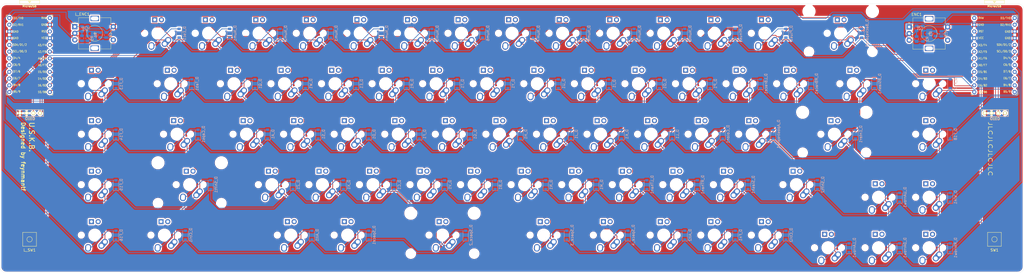
<source format=kicad_pcb>
(kicad_pcb (version 20171130) (host pcbnew "(5.1.9)-1")
  (layers (0 F.Cu signal) (31 B.Cu signal) (34 B.Paste user) (35 F.Paste user) (36 B.SilkS user) (37 F.SilkS user) (38 B.Mask user) (39 F.Mask user) (44 Edge.Cuts user))
  (net 0 "")
  (net 1 ROT_A)
  (net 2 GND)
  (net 3 ROT_B)
  (net 4 K_ENC)
  (net 5 L_ROT_A)
  (net 6 L_ROT_B)
  (net 7 L_K_ENC)
  (net 8 "Net-(D_A1-Pad2)")
  (net 9 L_ROW2)
  (net 10 "Net-(D_Alt1-Pad2)")
  (net 11 L_ROW4)
  (net 12 "Net-(D_Alt2-Pad2)")
  (net 13 ROW4)
  (net 14 "Net-(D_Apostrophe1-Pad2)")
  (net 15 ROW2)
  (net 16 "Net-(D_B1-Pad2)")
  (net 17 L_ROW3)
  (net 18 "Net-(D_Backspace1-Pad2)")
  (net 19 ROW0)
  (net 20 "Net-(D_BSlash1-Pad2)")
  (net 21 ROW1)
  (net 22 "Net-(D_C1-Pad2)")
  (net 23 "Net-(D_Caps1-Pad2)")
  (net 24 "Net-(D_Colon1-Pad2)")
  (net 25 "Net-(D_Ctrl1-Pad2)")
  (net 26 "Net-(D_Ctrl2-Pad2)")
  (net 27 "Net-(D_D1-Pad2)")
  (net 28 "Net-(D_DArrow1-Pad2)")
  (net 29 "Net-(D_E1-Pad2)")
  (net 30 L_ROW1)
  (net 31 "Net-(D_Enter1-Pad2)")
  (net 32 "Net-(D_Esc1-Pad2)")
  (net 33 L_ROW0)
  (net 34 "Net-(D_F1-Pad2)")
  (net 35 "Net-(D_F13-Pad2)")
  (net 36 "Net-(D_F14-Pad2)")
  (net 37 "Net-(D_F15-Pad2)")
  (net 38 "Net-(D_F16-Pad2)")
  (net 39 "Net-(D_F17-Pad2)")
  (net 40 "Net-(D_F18-Pad2)")
  (net 41 "Net-(D_Fn1-Pad2)")
  (net 42 "Net-(D_G1-Pad2)")
  (net 43 "Net-(D_H1-Pad2)")
  (net 44 "Net-(D_I1-Pad2)")
  (net 45 "Net-(D_J1-Pad2)")
  (net 46 "Net-(D_K1-Pad2)")
  (net 47 "Net-(D_L1-Pad2)")
  (net 48 "Net-(D_LArrow1-Pad2)")
  (net 49 "Net-(D_LBrace1-Pad2)")
  (net 50 "Net-(D_LThan1-Pad2)")
  (net 51 ROW3)
  (net 52 "Net-(D_M1-Pad2)")
  (net 53 "Net-(D_Minus1-Pad2)")
  (net 54 "Net-(D_N1-Pad2)")
  (net 55 "Net-(D_Num0-Pad2)")
  (net 56 "Net-(D_Num1-Pad2)")
  (net 57 "Net-(D_Num2-Pad2)")
  (net 58 "Net-(D_Num3-Pad2)")
  (net 59 "Net-(D_Num4-Pad2)")
  (net 60 "Net-(D_Num5-Pad2)")
  (net 61 "Net-(D_Num6-Pad2)")
  (net 62 "Net-(D_Num7-Pad2)")
  (net 63 "Net-(D_Num8-Pad2)")
  (net 64 "Net-(D_Num9-Pad2)")
  (net 65 "Net-(D_O1-Pad2)")
  (net 66 "Net-(D_P1-Pad2)")
  (net 67 "Net-(D_Plus1-Pad2)")
  (net 68 "Net-(D_Q1-Pad2)")
  (net 69 "Net-(D_R1-Pad2)")
  (net 70 "Net-(D_RArrow1-Pad2)")
  (net 71 "Net-(D_RBrace1-Pad2)")
  (net 72 "Net-(D_RThan1-Pad2)")
  (net 73 "Net-(D_S1-Pad2)")
  (net 74 "Net-(D_Shift1-Pad2)")
  (net 75 "Net-(D_Shift2-Pad2)")
  (net 76 "Net-(D_Slash1-Pad2)")
  (net 77 "Net-(D_Space1-Pad2)")
  (net 78 "Net-(D_Space_2-Pad2)")
  (net 79 "Net-(D_Space_3-Pad2)")
  (net 80 "Net-(D_Space_4-Pad2)")
  (net 81 "Net-(D_T1-Pad2)")
  (net 82 "Net-(D_Tab1-Pad2)")
  (net 83 "Net-(D_U1-Pad2)")
  (net 84 "Net-(D_UArrow1-Pad2)")
  (net 85 "Net-(D_V1-Pad2)")
  (net 86 "Net-(D_W1-Pad2)")
  (net 87 "Net-(D_Win1-Pad2)")
  (net 88 "Net-(D_X1-Pad2)")
  (net 89 "Net-(D_Y1-Pad2)")
  (net 90 "Net-(D_Z1-Pad2)")
  (net 91 L_COL2)
  (net 92 COL2)
  (net 93 COL5)
  (net 94 L_COL6)
  (net 95 COL6)
  (net 96 L_COL4)
  (net 97 L_COL1)
  (net 98 COL4)
  (net 99 L_COL5)
  (net 100 L_COL0)
  (net 101 COL7)
  (net 102 COL3)
  (net 103 COL0)
  (net 104 COL1)
  (net 105 L_COL3)
  (net 106 L_COL7)
  (net 107 VCC)
  (net 108 L_SCL)
  (net 109 L_SDA)
  (net 110 L_RESET)
  (net 111 "Net-(L_U1-Pad24)")
  (net 112 SCL)
  (net 113 SDA)
  (net 114 RESET)
  (net 115 "Net-(U1-Pad24)")
  (net 116 DATA)
  (module KeyboardMasterList:MX-2U (layer F.Cu) (at 333.375 36.5125 180)
    (fp_text reference K_Backspace1)
    (fp_text value MX-NoLED)
    (pad "" np_thru_hole circle (at 11.938 8.255 180) (size 3.9878 3.9878) (drill 3.9878) (layers *.Cu *.Mask))
    (pad "" np_thru_hole circle (at -11.938 8.255 180) (size 3.9878 3.9878) (drill 3.9878) (layers *.Cu *.Mask))
    (pad "" np_thru_hole circle (at 11.938 -6.985 180) (size 3.048 3.048) (drill 3.048) (layers *.Cu *.Mask))
    (pad "" np_thru_hole circle (at -11.938 -6.985 180) (size 3.048 3.048) (drill 3.048) (layers *.Cu *.Mask))
    (pad "" np_thru_hole circle (at 5.08 0 228.0996) (size 1.75 1.75) (drill 1.75) (layers *.Cu *.Mask))
    (pad "" np_thru_hole circle (at -5.08 0 228.0996) (size 1.75 1.75) (drill 1.75) (layers *.Cu *.Mask))
    (pad 4 thru_hole rect (at 1.27 5.08 180) (size 1.905 1.905) (drill 1.04) (layers *.Cu B.Mask))
    (pad 3 thru_hole circle (at -1.27 5.08 180) (size 1.905 1.905) (drill 1.04) (layers *.Cu B.Mask))
    (pad 1 thru_hole circle (at -2.5 -4 180) (size 2.25 2.25) (drill 1.47) (layers *.Cu B.Mask) (net 95 COL6))
    (pad "" np_thru_hole circle (at 0 0 180) (size 3.9878 3.9878) (drill 3.9878) (layers *.Cu *.Mask))
    (pad 1 thru_hole oval (at -3.81 -2.54 228.0996) (size 4.211556 2.25) (drill 1.47 (offset 0.980778 0)) (layers *.Cu B.Mask) (net 95 COL6))
    (pad 2 thru_hole circle (at 2.54 -5.08 180) (size 2.25 2.25) (drill 1.47) (layers *.Cu B.Mask) (net 18 "Net-(D_Backspace1-Pad2)"))
    (pad 2 thru_hole oval (at 2.5 -4.5 266.0548) (size 2.831378 2.25) (drill 1.47 (offset 0.290689 0)) (layers *.Cu B.Mask) (net 18 "Net-(D_Backspace1-Pad2)"))
  )
  (module "Keyboard Master List:MX-2.75U" (layer F.Cu) (at 183.35625 112.7125 180)
    (fp_text reference K_Space_2)
    (fp_text value MX-NoLED)
    (pad "" np_thru_hole circle (at 11.938 8.255 180) (size 3.9878 3.9878) (drill 3.9878) (layers *.Cu *.Mask))
    (pad "" np_thru_hole circle (at -11.938 8.255 180) (size 3.9878 3.9878) (drill 3.9878) (layers *.Cu *.Mask))
    (pad "" np_thru_hole circle (at 11.938 -6.985 180) (size 3.048 3.048) (drill 3.048) (layers *.Cu *.Mask))
    (pad "" np_thru_hole circle (at -11.938 -6.985 180) (size 3.048 3.048) (drill 3.048) (layers *.Cu *.Mask))
    (pad "" np_thru_hole circle (at 5.08 0 228.0996) (size 1.75 1.75) (drill 1.75) (layers *.Cu *.Mask))
    (pad "" np_thru_hole circle (at -5.08 0 228.0996) (size 1.75 1.75) (drill 1.75) (layers *.Cu *.Mask))
    (pad 4 thru_hole rect (at 1.27 5.08 180) (size 1.905 1.905) (drill 1.04) (layers *.Cu B.Mask))
    (pad 3 thru_hole circle (at -1.27 5.08 180) (size 1.905 1.905) (drill 1.04) (layers *.Cu B.Mask))
    (pad 1 thru_hole circle (at -2.5 -4 180) (size 2.25 2.25) (drill 1.47) (layers *.Cu B.Mask) (net 96 L_COL4))
    (pad "" np_thru_hole circle (at 0 0 180) (size 3.9878 3.9878) (drill 3.9878) (layers *.Cu *.Mask))
    (pad 1 thru_hole oval (at -3.81 -2.54 228.0996) (size 4.211556 2.25) (drill 1.47 (offset 0.980778 0)) (layers *.Cu B.Mask) (net 96 L_COL4))
    (pad 2 thru_hole circle (at 2.54 -5.08 180) (size 2.25 2.25) (drill 1.47) (layers *.Cu B.Mask) (net 78 "Net-(D_Space_2-Pad2)"))
    (pad 2 thru_hole oval (at 2.5 -4.5 266.0548) (size 2.831378 2.25) (drill 1.47 (offset 0.290689 0)) (layers *.Cu B.Mask) (net 78 "Net-(D_Space_2-Pad2)"))
  )
  (module "Keyboard Master List:MX-1.25U" (layer F.Cu) (at 221.45625 112.7125 180)
    (fp_text reference K_Space_3)
    (fp_text value MX-NoLED)
    (pad "" np_thru_hole circle (at 5.08 0 228.0996) (size 1.75 1.75) (drill 1.75) (layers *.Cu *.Mask))
    (pad "" np_thru_hole circle (at -5.08 0 228.0996) (size 1.75 1.75) (drill 1.75) (layers *.Cu *.Mask))
    (pad 4 thru_hole rect (at 1.27 5.08 180) (size 1.905 1.905) (drill 1.04) (layers *.Cu B.Mask))
    (pad 3 thru_hole circle (at -1.27 5.08 180) (size 1.905 1.905) (drill 1.04) (layers *.Cu B.Mask))
    (pad 1 thru_hole circle (at -2.5 -4 180) (size 2.25 2.25) (drill 1.47) (layers *.Cu B.Mask) (net 103 COL0))
    (pad "" np_thru_hole circle (at 0 0 180) (size 3.9878 3.9878) (drill 3.9878) (layers *.Cu *.Mask))
    (pad 1 thru_hole oval (at -3.81 -2.54 228.0996) (size 4.211556 2.25) (drill 1.47 (offset 0.980778 0)) (layers *.Cu B.Mask) (net 103 COL0))
    (pad 2 thru_hole circle (at 2.54 -5.08 180) (size 2.25 2.25) (drill 1.47) (layers *.Cu B.Mask) (net 79 "Net-(D_Space_3-Pad2)"))
    (pad 2 thru_hole oval (at 2.5 -4.5 266.0548) (size 2.831378 2.25) (drill 1.47 (offset 0.290689 0)) (layers *.Cu B.Mask) (net 79 "Net-(D_Space_3-Pad2)"))
  )
  (module Resistor_SMD:R_0805_2012Metric (layer B.Cu) (at 364.363 34.63925 270)
    (fp_text reference R1 (at 0 1.65 90) (layer B.SilkS) (effects (justify mirror)))
    (fp_text value 10k)
    (pad 2 smd roundrect (at 0.9125 0 270) (size 1.025 1.4) (layers B.Cu B.Paste B.Mask) (roundrect_rratio 0.2439004878048781) (net 107 VCC))
    (pad 1 smd roundrect (at -0.9125 0 270) (size 1.025 1.4) (layers B.Cu B.Paste B.Mask) (roundrect_rratio 0.2439004878048781) (net 1 ROT_A))
  )
  (module Resistor_SMD:R_0805_2012Metric (layer B.Cu) (at 364.363 38.70325 90)
    (fp_text reference R2 (at 0 1.65 90) (layer B.SilkS) (effects (justify mirror)))
    (fp_text value 10k)
    (pad 2 smd roundrect (at 0.9125 0 90) (size 1.025 1.4) (layers B.Cu B.Paste B.Mask) (roundrect_rratio 0.2439004878048781) (net 107 VCC))
    (pad 1 smd roundrect (at -0.9125 0 90) (size 1.025 1.4) (layers B.Cu B.Paste B.Mask) (roundrect_rratio 0.2439004878048781) (net 3 ROT_B))
  )
  (module Resistor_SMD:R_0805_2012Metric (layer B.Cu) (at 369.062 36.69475 270)
    (fp_text reference R3 (at 0 1.65 90) (layer B.SilkS) (effects (justify mirror)))
    (fp_text value 10k)
    (pad 2 smd roundrect (at 0.9125 0 270) (size 1.025 1.4) (layers B.Cu B.Paste B.Mask) (roundrect_rratio 0.2439004878048781) (net 4 K_ENC))
    (pad 1 smd roundrect (at -0.9125 0 270) (size 1.025 1.4) (layers B.Cu B.Paste B.Mask) (roundrect_rratio 0.2439004878048781) (net 107 VCC))
  )
  (module Capacitor_SMD:C_0805_2012Metric (layer B.Cu) (at 371.348 36.73725 90)
    (fp_text reference C3 (at 0 1.68 90) (layer B.SilkS) (effects (justify mirror)))
    (fp_text value 0.1u)
    (pad 2 smd roundrect (at 0.95 0 90) (size 1 1.45) (layers B.Cu B.Paste B.Mask) (net 2 GND))
    (pad 1 smd roundrect (at -0.95 0 90) (size 1 1.45) (layers B.Cu B.Paste B.Mask) (net 4 K_ENC))
  )
  (module Capacitor_SMD:C_0805_2012Metric (layer B.Cu) (at 361.95 38.70325 270)
    (fp_text reference C2 (at 0 1.68 90) (layer B.SilkS) (effects (justify mirror)))
    (fp_text value 0.1u)
    (pad 2 smd roundrect (at 0.95 0 270) (size 1 1.45) (layers B.Cu B.Paste B.Mask) (net 3 ROT_B))
    (pad 1 smd roundrect (at -0.95 0 270) (size 1 1.45) (layers B.Cu B.Paste B.Mask) (net 2 GND))
  )
  (module Capacitor_SMD:C_0805_2012Metric (layer B.Cu) (at 361.95 34.63925 90)
    (fp_text reference C1 (at 0 1.68 90) (layer B.SilkS) (effects (justify mirror)))
    (fp_text value 0.1u)
    (pad 2 smd roundrect (at 0.95 0 90) (size 1 1.45) (layers B.Cu B.Paste B.Mask) (net 1 ROT_A))
    (pad 1 smd roundrect (at -0.95 0 90) (size 1 1.45) (layers B.Cu B.Paste B.Mask) (net 2 GND))
  )
  (module Rotary_Encoder:RotaryEncoder_Alps_EC11E-Switch_Vertical_H20mm (layer F.Cu) (at 359.18775 34.13125)
    (fp_text reference ENC1 (at 2.8 -4.7) (layer F.SilkS))
    (fp_text value Rotary_Encoder_Switch)
    (pad A thru_hole rect (at 0 0) (size 2 2) (drill 1) (layers *.Cu *.Mask) (net 1 ROT_A))
    (pad C thru_hole circle (at 0 2.5) (size 2 2) (drill 1) (layers *.Cu *.Mask) (net 2 GND))
    (pad B thru_hole circle (at 0 5) (size 2 2) (drill 1) (layers *.Cu *.Mask) (net 3 ROT_B))
    (pad MP thru_hole rect (at 7.5 -3.1) (size 3.2 2) (drill oval 2.8 1.5) (layers *.Cu *.Mask))
    (pad MP thru_hole rect (at 7.5 8.1) (size 3.2 2) (drill oval 2.8 1.5) (layers *.Cu *.Mask))
    (pad S2 thru_hole circle (at 14.5 0) (size 2 2) (drill 1) (layers *.Cu *.Mask) (net 2 GND))
    (pad S1 thru_hole circle (at 14.5 5) (size 2 2) (drill 1) (layers *.Cu *.Mask) (net 4 K_ENC))
  )
  (module "Keyboard Master List:MX-1.25U" (layer F.Cu) (at 245.26875 112.7125 180)
    (fp_text reference K_Space_4)
    (fp_text value MX-NoLED)
    (pad "" np_thru_hole circle (at 5.08 0 228.0996) (size 1.75 1.75) (drill 1.75) (layers *.Cu *.Mask))
    (pad "" np_thru_hole circle (at -5.08 0 228.0996) (size 1.75 1.75) (drill 1.75) (layers *.Cu *.Mask))
    (pad 4 thru_hole rect (at 1.27 5.08 180) (size 1.905 1.905) (drill 1.04) (layers *.Cu B.Mask))
    (pad 3 thru_hole circle (at -1.27 5.08 180) (size 1.905 1.905) (drill 1.04) (layers *.Cu B.Mask))
    (pad 1 thru_hole circle (at -2.5 -4 180) (size 2.25 2.25) (drill 1.47) (layers *.Cu B.Mask) (net 104 COL1))
    (pad "" np_thru_hole circle (at 0 0 180) (size 3.9878 3.9878) (drill 3.9878) (layers *.Cu *.Mask))
    (pad 1 thru_hole oval (at -3.81 -2.54 228.0996) (size 4.211556 2.25) (drill 1.47 (offset 0.980778 0)) (layers *.Cu B.Mask) (net 104 COL1))
    (pad 2 thru_hole circle (at 2.54 -5.08 180) (size 2.25 2.25) (drill 1.47) (layers *.Cu B.Mask) (net 80 "Net-(D_Space_4-Pad2)"))
    (pad 2 thru_hole oval (at 2.5 -4.5 266.0548) (size 2.831378 2.25) (drill 1.47 (offset 0.290689 0)) (layers *.Cu B.Mask) (net 80 "Net-(D_Space_4-Pad2)"))
  )
  (module "Keyboard Master List:MX-1U" (layer F.Cu) (at 147.6375 112.7125 180)
    (fp_text reference K_Space1)
    (fp_text value MX-NoLED)
    (pad "" np_thru_hole circle (at 5.08 0 228.0996) (size 1.75 1.75) (drill 1.75) (layers *.Cu *.Mask))
    (pad "" np_thru_hole circle (at -5.08 0 228.0996) (size 1.75 1.75) (drill 1.75) (layers *.Cu *.Mask))
    (pad 4 thru_hole rect (at 1.27 5.08 180) (size 1.905 1.905) (drill 1.04) (layers *.Cu B.Mask))
    (pad 3 thru_hole circle (at -1.27 5.08 180) (size 1.905 1.905) (drill 1.04) (layers *.Cu B.Mask))
    (pad 1 thru_hole circle (at -2.5 -4 180) (size 2.25 2.25) (drill 1.47) (layers *.Cu B.Mask) (net 105 L_COL3))
    (pad "" np_thru_hole circle (at 0 0 180) (size 3.9878 3.9878) (drill 3.9878) (layers *.Cu *.Mask))
    (pad 1 thru_hole oval (at -3.81 -2.54 228.0996) (size 4.211556 2.25) (drill 1.47 (offset 0.980778 0)) (layers *.Cu B.Mask) (net 105 L_COL3))
    (pad 2 thru_hole circle (at 2.54 -5.08 180) (size 2.25 2.25) (drill 1.47) (layers *.Cu B.Mask) (net 77 "Net-(D_Space1-Pad2)"))
    (pad 2 thru_hole oval (at 2.5 -4.5 266.0548) (size 2.831378 2.25) (drill 1.47 (offset 0.290689 0)) (layers *.Cu B.Mask) (net 77 "Net-(D_Space1-Pad2)"))
  )
  (module KeyboardMasterList:ProMicro_v3 (layer F.Cu) (at 391.31875 45.24375)
    (fp_text reference U1 hide)
    (fp_text value ProMicro hide)
    (fp_text user RAW (at -4.995 -14.5 unlocked) (layer F.SilkS) (effects (font (size 0.75 0.67) (thickness 0.125))))
    (fp_text user GND (at -4.995 -11.95 unlocked) (layer F.SilkS) (effects (font (size 0.75 0.67) (thickness 0.125))))
    (fp_text user RST (at -4.995 -9.4 unlocked) (layer F.SilkS) (effects (font (size 0.75 0.67) (thickness 0.125))))
    (fp_text user VCC (at -4.995 -6.95 unlocked) (layer F.SilkS) (effects (font (size 0.75 0.67) (thickness 0.125))))
    (fp_text user A3/F4 (at -4.395 -4.25 unlocked) (layer F.SilkS) (effects (font (size 0.75 0.67) (thickness 0.125))))
    (fp_text user A2/F5 (at -4.395 -1.75 unlocked) (layer F.SilkS) (effects (font (size 0.75 0.67) (thickness 0.125))))
    (fp_text user A1/F6 (at -4.395 0.75 unlocked) (layer F.SilkS) (effects (font (size 0.75 0.67) (thickness 0.125))))
    (fp_text user A0/F7 (at -4.395 3.3 unlocked) (layer F.SilkS) (effects (font (size 0.75 0.67) (thickness 0.125))))
    (fp_text user 15/B1 (at -4.395 5.85 unlocked) (layer F.SilkS) (effects (font (size 0.75 0.67) (thickness 0.125))))
    (fp_text user 14/B3 (at -4.395 8.4 unlocked) (layer F.SilkS) (effects (font (size 0.75 0.67) (thickness 0.125))))
    (fp_text user 10/B6 (at -4.395 13.45 unlocked) (layer F.SilkS) (effects (font (size 0.75 0.67) (thickness 0.125))))
    (fp_text user 16/B2 (at -4.395 10.95 unlocked) (layer F.SilkS) (effects (font (size 0.75 0.67) (thickness 0.125))))
    (fp_text user E6/7 (at 4.705 8.25 unlocked) (layer F.SilkS) (effects (font (size 0.75 0.67) (thickness 0.125))))
    (fp_text user D7/6 (at 4.705 5.7 unlocked) (layer F.SilkS) (effects (font (size 0.75 0.67) (thickness 0.125))))
    (fp_text user GND (at 4.955 -9.35 unlocked) (layer F.SilkS) (effects (font (size 0.75 0.67) (thickness 0.125))))
    (fp_text user GND (at 4.955 -6.9 unlocked) (layer F.SilkS) (effects (font (size 0.75 0.67) (thickness 0.125))))
    (fp_text user D3/TX0 (at 4.155 -14.45 unlocked) (layer F.SilkS) (effects (font (size 0.75 0.67) (thickness 0.125))))
    (fp_text user D4/4 (at 4.705 0.6 unlocked) (layer F.SilkS) (effects (font (size 0.75 0.67) (thickness 0.125))))
    (fp_text user SDA/D1/2 (at 3.455 -4.4 unlocked) (layer F.SilkS) (effects (font (size 0.75 0.67) (thickness 0.125))))
    (fp_text user SCL/D0/3 (at 3.455 -1.9 unlocked) (layer F.SilkS) (effects (font (size 0.75 0.67) (thickness 0.125))))
    (fp_text user C6/5 (at 4.705 3.15 unlocked) (layer F.SilkS) (effects (font (size 0.75 0.67) (thickness 0.125))))
    (fp_text user B5/9 (at 4.705 13.3 unlocked) (layer F.SilkS) (effects (font (size 0.75 0.67) (thickness 0.125))))
    (fp_text user D2/RX1 (at 4.155 -11.9 unlocked) (layer F.SilkS) (effects (font (size 0.75 0.67) (thickness 0.125))))
    (fp_text user B4/8 (at 4.705 10.8 unlocked) (layer F.SilkS) (effects (font (size 0.75 0.67) (thickness 0.125))))
    (fp_text user MicroUSB (at -0.05 -18.95) (layer F.SilkS) (effects (font (size 0.75 0.75) (thickness 0.12))))
    (fp_text user MicroUSB (at -0.05 -18.95) (layer F.SilkS) (effects (font (size 0.75 0.75) (thickness 0.12))))
    (pad 24 thru_hole circle (at -7.6086 -14.478) (size 1.524 1.524) (drill 0.8128) (layers *.Cu B.Mask) (net 115 "Net-(U1-Pad24)"))
    (pad 23 thru_hole circle (at -7.6086 -11.938) (size 1.524 1.524) (drill 0.8128) (layers *.Cu B.Mask) (net 2 GND))
    (pad 22 thru_hole circle (at -7.6086 -9.398) (size 1.524 1.524) (drill 0.8128) (layers *.Cu B.Mask) (net 114 RESET))
    (pad 21 thru_hole circle (at -7.6086 -6.858) (size 1.524 1.524) (drill 0.8128) (layers *.Cu B.Mask) (net 107 VCC))
    (pad 20 thru_hole circle (at -7.6086 -4.318) (size 1.524 1.524) (drill 0.8128) (layers *.Cu B.Mask) (net 103 COL0))
    (pad 19 thru_hole circle (at -7.6086 -1.778) (size 1.524 1.524) (drill 0.8128) (layers *.Cu B.Mask) (net 104 COL1))
    (pad 18 thru_hole circle (at -7.6086 0.762) (size 1.524 1.524) (drill 0.8128) (layers *.Cu B.Mask) (net 92 COL2))
    (pad 17 thru_hole circle (at -7.6086 3.302) (size 1.524 1.524) (drill 0.8128) (layers *.Cu B.Mask) (net 102 COL3))
    (pad 16 thru_hole circle (at -7.6086 5.842) (size 1.524 1.524) (drill 0.8128) (layers *.Cu B.Mask) (net 98 COL4))
    (pad 15 thru_hole circle (at -7.6086 8.382) (size 1.524 1.524) (drill 0.8128) (layers *.Cu B.Mask) (net 93 COL5))
    (pad 14 thru_hole circle (at -7.6086 10.922) (size 1.524 1.524) (drill 0.8128) (layers *.Cu B.Mask) (net 95 COL6))
    (pad 13 thru_hole circle (at -7.6086 13.462) (size 1.524 1.524) (drill 0.8128) (layers *.Cu B.Mask) (net 101 COL7))
    (pad 12 thru_hole circle (at 7.6114 13.462) (size 1.524 1.524) (drill 0.8128) (layers *.Cu B.Mask) (net 19 ROW0))
    (pad 11 thru_hole circle (at 7.6114 10.922) (size 1.524 1.524) (drill 0.8128) (layers *.Cu B.Mask) (net 21 ROW1))
    (pad 10 thru_hole circle (at 7.6114 8.382) (size 1.524 1.524) (drill 0.8128) (layers *.Cu B.Mask) (net 15 ROW2))
    (pad 9 thru_hole circle (at 7.6114 5.842) (size 1.524 1.524) (drill 0.8128) (layers *.Cu B.Mask) (net 51 ROW3))
    (pad 8 thru_hole circle (at 7.6114 3.302) (size 1.524 1.524) (drill 0.8128) (layers *.Cu B.Mask) (net 13 ROW4))
    (pad 7 thru_hole circle (at 7.6114 0.762) (size 1.524 1.524) (drill 0.8128) (layers *.Cu B.Mask) (net 116 DATA))
    (pad 6 thru_hole circle (at 7.6114 -1.778) (size 1.524 1.524) (drill 0.8128) (layers *.Cu B.Mask) (net 112 SCL))
    (pad 5 thru_hole circle (at 7.6114 -4.318) (size 1.524 1.524) (drill 0.8128) (layers *.Cu B.Mask) (net 113 SDA))
    (pad 4 thru_hole circle (at 7.6114 -6.858) (size 1.524 1.524) (drill 0.8128) (layers *.Cu B.Mask) (net 2 GND))
    (pad 3 thru_hole circle (at 7.6114 -9.398) (size 1.524 1.524) (drill 0.8128) (layers *.Cu B.Mask) (net 2 GND))
    (pad 2 thru_hole circle (at 7.6114 -11.938) (size 1.524 1.524) (drill 0.8128) (layers *.Cu B.Mask) (net 3 ROT_B))
    (pad 1 thru_hole circle (at 7.6114 -14.478) (size 1.524 1.524) (drill 0.8128) (layers *.Cu B.Mask) (net 1 ROT_A))
  )
  (module KeyboardMasterList:ProMicro_v3 (layer F.Cu) (at 27.78125 45.24375)
    (fp_text reference L_U1 hide)
    (fp_text value ProMicro hide)
    (fp_text user RAW (at 5.419 -14.5 unlocked) (layer F.SilkS) (effects (font (size 0.75 0.67) (thickness 0.125))))
    (fp_text user GND (at 5.419 -11.95 unlocked) (layer F.SilkS) (effects (font (size 0.75 0.67) (thickness 0.125))))
    (fp_text user RST (at 5.419 -9.4 unlocked) (layer F.SilkS) (effects (font (size 0.75 0.67) (thickness 0.125))))
    (fp_text user VCC (at 5.419 -6.95 unlocked) (layer F.SilkS) (effects (font (size 0.75 0.67) (thickness 0.125))))
    (fp_text user A3/F4 (at 4.749 -4.25 unlocked) (layer F.SilkS) (effects (font (size 0.75 0.67) (thickness 0.125))))
    (fp_text user A2/F5 (at 4.749 -1.75 unlocked) (layer F.SilkS) (effects (font (size 0.75 0.67) (thickness 0.125))))
    (fp_text user A1/F6 (at 4.749 0.75 unlocked) (layer F.SilkS) (effects (font (size 0.75 0.67) (thickness 0.125))))
    (fp_text user A0/F7 (at 4.749 3.3 unlocked) (layer F.SilkS) (effects (font (size 0.75 0.67) (thickness 0.125))))
    (fp_text user 15/B1 (at 4.749 5.85 unlocked) (layer F.SilkS) (effects (font (size 0.75 0.67) (thickness 0.125))))
    (fp_text user 14/B3 (at 4.749 8.4 unlocked) (layer F.SilkS) (effects (font (size 0.75 0.67) (thickness 0.125))))
    (fp_text user 10/B6 (at 4.749 13.45 unlocked) (layer F.SilkS) (effects (font (size 0.75 0.67) (thickness 0.125))))
    (fp_text user 16/B2 (at 4.749 10.95 unlocked) (layer F.SilkS) (effects (font (size 0.75 0.67) (thickness 0.125))))
    (fp_text user E6/7 (at -4.82 8.25 unlocked) (layer F.SilkS) (effects (font (size 0.75 0.67) (thickness 0.125))))
    (fp_text user D7/6 (at -4.82 5.7 unlocked) (layer F.SilkS) (effects (font (size 0.75 0.67) (thickness 0.125))))
    (fp_text user GND (at -5.205 -9.35 unlocked) (layer F.SilkS) (effects (font (size 0.75 0.67) (thickness 0.125))))
    (fp_text user GND (at -5.205 -6.9 unlocked) (layer F.SilkS) (effects (font (size 0.75 0.67) (thickness 0.125))))
    (fp_text user D3/TX0 (at -4.227 -14.45 unlocked) (layer F.SilkS) (effects (font (size 0.75 0.67) (thickness 0.125))))
    (fp_text user D4/4 (at -4.82 0.6 unlocked) (layer F.SilkS) (effects (font (size 0.75 0.67) (thickness 0.125))))
    (fp_text user SDA/D1/2 (at -3.657 -4.4 unlocked) (layer F.SilkS) (effects (font (size 0.75 0.67) (thickness 0.125))))
    (fp_text user SCL/D0/3 (at -3.657 -1.9 unlocked) (layer F.SilkS) (effects (font (size 0.75 0.67) (thickness 0.125))))
    (fp_text user C6/5 (at -4.82 3.15 unlocked) (layer F.SilkS) (effects (font (size 0.75 0.67) (thickness 0.125))))
    (fp_text user B5/9 (at -4.82 13.3 unlocked) (layer F.SilkS) (effects (font (size 0.75 0.67) (thickness 0.125))))
    (fp_text user D2/RX1 (at -4.227 -11.9 unlocked) (layer F.SilkS) (effects (font (size 0.75 0.67) (thickness 0.125))))
    (fp_text user B4/8 (at -4.82 10.8 unlocked) (layer F.SilkS) (effects (font (size 0.75 0.67) (thickness 0.125))))
    (fp_text user MicroUSB (at -0.05 -18.95) (layer F.SilkS) (effects (font (size 0.75 0.75) (thickness 0.12))))
    (fp_text user MicroUSB (at -0.05 -18.95) (layer F.SilkS) (effects (font (size 0.75 0.75) (thickness 0.12))))
    (pad 24 thru_hole circle (at 7.6314 -14.478) (size 1.524 1.524) (drill 0.8128) (layers *.Cu B.Mask) (net 111 "Net-(L_U1-Pad24)"))
    (pad 23 thru_hole circle (at 7.6314 -11.938) (size 1.524 1.524) (drill 0.8128) (layers *.Cu B.Mask) (net 2 GND))
    (pad 22 thru_hole circle (at 7.6314 -9.398) (size 1.524 1.524) (drill 0.8128) (layers *.Cu B.Mask) (net 110 L_RESET))
    (pad 21 thru_hole circle (at 7.6314 -6.858) (size 1.524 1.524) (drill 0.8128) (layers *.Cu B.Mask) (net 107 VCC))
    (pad 20 thru_hole circle (at 7.6314 -4.318) (size 1.524 1.524) (drill 0.8128) (layers *.Cu B.Mask) (net 106 L_COL7))
    (pad 19 thru_hole circle (at 7.6314 -1.778) (size 1.524 1.524) (drill 0.8128) (layers *.Cu B.Mask) (net 94 L_COL6))
    (pad 18 thru_hole circle (at 7.6314 0.762) (size 1.524 1.524) (drill 0.8128) (layers *.Cu B.Mask) (net 99 L_COL5))
    (pad 17 thru_hole circle (at 7.6314 3.302) (size 1.524 1.524) (drill 0.8128) (layers *.Cu B.Mask) (net 96 L_COL4))
    (pad 16 thru_hole circle (at 7.6314 5.842) (size 1.524 1.524) (drill 0.8128) (layers *.Cu B.Mask) (net 105 L_COL3))
    (pad 15 thru_hole circle (at 7.6314 8.382) (size 1.524 1.524) (drill 0.8128) (layers *.Cu B.Mask) (net 91 L_COL2))
    (pad 14 thru_hole circle (at 7.6314 10.922) (size 1.524 1.524) (drill 0.8128) (layers *.Cu B.Mask) (net 97 L_COL1))
    (pad 13 thru_hole circle (at 7.6314 13.462) (size 1.524 1.524) (drill 0.8128) (layers *.Cu B.Mask) (net 100 L_COL0))
    (pad 12 thru_hole circle (at -7.6286 13.462) (size 1.524 1.524) (drill 0.8128) (layers *.Cu B.Mask) (net 33 L_ROW0))
    (pad 11 thru_hole circle (at -7.6286 10.922) (size 1.524 1.524) (drill 0.8128) (layers *.Cu B.Mask) (net 30 L_ROW1))
    (pad 10 thru_hole circle (at -7.6286 8.382) (size 1.524 1.524) (drill 0.8128) (layers *.Cu B.Mask) (net 9 L_ROW2))
    (pad 9 thru_hole circle (at -7.6286 5.842) (size 1.524 1.524) (drill 0.8128) (layers *.Cu B.Mask) (net 17 L_ROW3))
    (pad 8 thru_hole circle (at -7.6286 3.302) (size 1.524 1.524) (drill 0.8128) (layers *.Cu B.Mask) (net 11 L_ROW4))
    (pad 7 thru_hole circle (at -7.6286 0.762) (size 1.524 1.524) (drill 0.8128) (layers *.Cu B.Mask) (net 116 DATA))
    (pad 6 thru_hole circle (at -7.6286 -1.778) (size 1.524 1.524) (drill 0.8128) (layers *.Cu B.Mask) (net 108 L_SCL))
    (pad 5 thru_hole circle (at -7.6286 -4.318) (size 1.524 1.524) (drill 0.8128) (layers *.Cu B.Mask) (net 109 L_SDA))
    (pad 4 thru_hole circle (at -7.6286 -6.858) (size 1.524 1.524) (drill 0.8128) (layers *.Cu B.Mask) (net 2 GND))
    (pad 3 thru_hole circle (at -7.6286 -9.398) (size 1.524 1.524) (drill 0.8128) (layers *.Cu B.Mask) (net 2 GND))
    (pad 2 thru_hole circle (at -7.6286 -11.938) (size 1.524 1.524) (drill 0.8128) (layers *.Cu B.Mask) (net 6 L_ROT_B))
    (pad 1 thru_hole circle (at -7.6286 -14.478) (size 1.524 1.524) (drill 0.8128) (layers *.Cu B.Mask) (net 5 L_ROT_A))
  )
  (module KeyboardMasterList:MX-1.75U (layer F.Cu) (at 83.34375 74.6125 180)
    (fp_text reference K_Caps1)
    (fp_text value MX-NoLED)
    (pad "" np_thru_hole circle (at 5.08 0 228.0996) (size 1.75 1.75) (drill 1.75) (layers *.Cu *.Mask))
    (pad "" np_thru_hole circle (at -5.08 0 228.0996) (size 1.75 1.75) (drill 1.75) (layers *.Cu *.Mask))
    (pad 4 thru_hole rect (at 1.27 5.08 180) (size 1.905 1.905) (drill 1.04) (layers *.Cu B.Mask))
    (pad 3 thru_hole circle (at -1.27 5.08 180) (size 1.905 1.905) (drill 1.04) (layers *.Cu B.Mask))
    (pad 1 thru_hole circle (at -2.5 -4 180) (size 2.25 2.25) (drill 1.47) (layers *.Cu B.Mask) (net 97 L_COL1))
    (pad "" np_thru_hole circle (at 0 0 180) (size 3.9878 3.9878) (drill 3.9878) (layers *.Cu *.Mask))
    (pad 1 thru_hole oval (at -3.81 -2.54 228.0996) (size 4.211556 2.25) (drill 1.47 (offset 0.980778 0)) (layers *.Cu B.Mask) (net 97 L_COL1))
    (pad 2 thru_hole circle (at 2.54 -5.08 180) (size 2.25 2.25) (drill 1.47) (layers *.Cu B.Mask) (net 23 "Net-(D_Caps1-Pad2)"))
    (pad 2 thru_hole oval (at 2.5 -4.5 266.0548) (size 2.831378 2.25) (drill 1.47 (offset 0.290689 0)) (layers *.Cu B.Mask) (net 23 "Net-(D_Caps1-Pad2)"))
  )
  (module KeyboardMasterList:MX-1.75U (layer F.Cu) (at 316.70625 93.6625 180)
    (fp_text reference K_Shift2)
    (fp_text value MX-NoLED)
    (pad "" np_thru_hole circle (at 5.08 0 228.0996) (size 1.75 1.75) (drill 1.75) (layers *.Cu *.Mask))
    (pad "" np_thru_hole circle (at -5.08 0 228.0996) (size 1.75 1.75) (drill 1.75) (layers *.Cu *.Mask))
    (pad 4 thru_hole rect (at 1.27 5.08 180) (size 1.905 1.905) (drill 1.04) (layers *.Cu B.Mask))
    (pad 3 thru_hole circle (at -1.27 5.08 180) (size 1.905 1.905) (drill 1.04) (layers *.Cu B.Mask))
    (pad 1 thru_hole circle (at -2.5 -4 180) (size 2.25 2.25) (drill 1.47) (layers *.Cu B.Mask) (net 93 COL5))
    (pad "" np_thru_hole circle (at 0 0 180) (size 3.9878 3.9878) (drill 3.9878) (layers *.Cu *.Mask))
    (pad 1 thru_hole oval (at -3.81 -2.54 228.0996) (size 4.211556 2.25) (drill 1.47 (offset 0.980778 0)) (layers *.Cu B.Mask) (net 93 COL5))
    (pad 2 thru_hole circle (at 2.54 -5.08 180) (size 2.25 2.25) (drill 1.47) (layers *.Cu B.Mask) (net 75 "Net-(D_Shift2-Pad2)"))
    (pad 2 thru_hole oval (at 2.5 -4.5 266.0548) (size 2.831378 2.25) (drill 1.47 (offset 0.290689 0)) (layers *.Cu B.Mask) (net 75 "Net-(D_Shift2-Pad2)"))
  )
  (module KeyboardMasterList:SKQG-1155865 (layer F.Cu) (at 27.78125 114.3)
    (fp_text reference L_SW1 (at 0 4.064) (layer F.SilkS))
    (fp_text value SW_PUSH)
    (pad 1 smd rect (at 3.1 1.85) (size 1.8 1.1) (layers F.Cu F.Paste F.Mask) (net 110 L_RESET))
    (pad 2 smd rect (at -3.1 -1.85) (size 1.8 1.1) (layers F.Cu F.Paste F.Mask) (net 2 GND))
    (pad 3 smd rect (at 3.1 -1.85) (size 1.8 1.1) (layers F.Cu F.Paste F.Mask))
    (pad 4 smd rect (at -3.1 1.85) (size 1.8 1.1) (layers F.Cu F.Paste F.Mask))
  )
  (module KeyboardMasterList:SKQG-1155865 (layer F.Cu) (at 391.31875 114.3)
    (fp_text reference SW1 (at 0 4.064) (layer F.SilkS))
    (fp_text value SW_PUSH)
    (pad 1 smd rect (at 3.1 1.85) (size 1.8 1.1) (layers F.Cu F.Paste F.Mask) (net 114 RESET))
    (pad 2 smd rect (at -3.1 -1.85) (size 1.8 1.1) (layers F.Cu F.Paste F.Mask) (net 2 GND))
    (pad 3 smd rect (at 3.1 -1.85) (size 1.8 1.1) (layers F.Cu F.Paste F.Mask))
    (pad 4 smd rect (at -3.1 1.85) (size 1.8 1.1) (layers F.Cu F.Paste F.Mask))
  )
  (module Resistor_SMD:R_0805_2012Metric (layer B.Cu) (at 54.356 37.17925 270)
    (fp_text reference R6 (at 0 1.65 90) (layer B.SilkS) (effects (justify mirror)))
    (fp_text value 10k)
    (pad 2 smd roundrect (at 0.9125 0 270) (size 1.025 1.4) (layers B.Cu B.Paste B.Mask) (roundrect_rratio 0.2439004878048781) (net 7 L_K_ENC))
    (pad 1 smd roundrect (at -0.9125 0 270) (size 1.025 1.4) (layers B.Cu B.Paste B.Mask) (roundrect_rratio 0.2439004878048781) (net 107 VCC))
  )
  (module Resistor_SMD:R_0805_2012Metric (layer B.Cu) (at 49.65192 38.44417 90)
    (fp_text reference R5 (at 0 1.65 90) (layer B.SilkS) (effects (justify mirror)))
    (fp_text value 10k)
    (pad 2 smd roundrect (at 0.9125 0 90) (size 1.025 1.4) (layers B.Cu B.Paste B.Mask) (roundrect_rratio 0.2439004878048781) (net 107 VCC))
    (pad 1 smd roundrect (at -0.9125 0 90) (size 1.025 1.4) (layers B.Cu B.Paste B.Mask) (roundrect_rratio 0.2439004878048781) (net 6 L_ROT_B))
  )
  (module Resistor_SMD:R_0805_2012Metric (layer B.Cu) (at 49.65192 34.86785 270)
    (fp_text reference R4 (at 0 1.65 90) (layer B.SilkS) (effects (justify mirror)))
    (fp_text value 10k)
    (pad 2 smd roundrect (at 0.9125 0 270) (size 1.025 1.4) (layers B.Cu B.Paste B.Mask) (roundrect_rratio 0.2439004878048781) (net 107 VCC))
    (pad 1 smd roundrect (at -0.9125 0 270) (size 1.025 1.4) (layers B.Cu B.Paste B.Mask) (roundrect_rratio 0.2439004878048781) (net 5 L_ROT_A))
  )
  (module KeyboardMasterList:OLED (layer F.Cu) (at 395.2875 66.675 180)
    (fp_text reference OL1)
    (fp_text value OLED hide)
    (fp_text user OLED (at 3.75 -2.1) (layer B.SilkS) (effects (justify mirror)))
    (fp_text user OLED (at 3.8 -2.1) (layer F.SilkS))
    (pad 4 thru_hole circle (at 7.62 0 180) (size 1.397 1.397) (drill 0.8128) (layers *.Cu *.Mask F.SilkS) (net 2 GND))
    (pad 3 thru_hole circle (at 5.08 0 180) (size 1.397 1.397) (drill 0.8128) (layers *.Cu *.Mask F.SilkS) (net 107 VCC))
    (pad 2 thru_hole circle (at 2.54 0 180) (size 1.397 1.397) (drill 0.8128) (layers *.Cu *.Mask F.SilkS) (net 112 SCL))
    (pad 1 thru_hole circle (at 0 0 180) (size 1.397 1.397) (drill 0.8128) (layers *.Cu *.Mask F.SilkS) (net 113 SDA))
  )
  (module KeyboardMasterList:OLED (layer F.Cu) (at 31.75 66.675 180)
    (fp_text reference L_OL1)
    (fp_text value OLED hide)
    (fp_text user OLED (at 3.75 -2.1) (layer B.SilkS) (effects (justify mirror)))
    (fp_text user OLED (at 3.8 -2.1) (layer F.SilkS))
    (pad 4 thru_hole circle (at 7.62 0 180) (size 1.397 1.397) (drill 0.8128) (layers *.Cu *.Mask F.SilkS) (net 2 GND))
    (pad 3 thru_hole circle (at 5.08 0 180) (size 1.397 1.397) (drill 0.8128) (layers *.Cu *.Mask F.SilkS) (net 107 VCC))
    (pad 2 thru_hole circle (at 2.54 0 180) (size 1.397 1.397) (drill 0.8128) (layers *.Cu *.Mask F.SilkS) (net 108 L_SCL))
    (pad 1 thru_hole circle (at 0 0 180) (size 1.397 1.397) (drill 0.8128) (layers *.Cu *.Mask F.SilkS) (net 109 L_SDA))
  )
  (module Rotary_Encoder:RotaryEncoder_Alps_EC11E-Switch_Vertical_H20mm (layer F.Cu) (at 44.831 34.036)
    (fp_text reference L_ENC1 (at 2.8 -4.7) (layer F.SilkS))
    (fp_text value Rotary_Encoder_Switch)
    (pad A thru_hole rect (at 0 0) (size 2 2) (drill 1) (layers *.Cu *.Mask) (net 5 L_ROT_A))
    (pad C thru_hole circle (at 0 2.5) (size 2 2) (drill 1) (layers *.Cu *.Mask) (net 2 GND))
    (pad B thru_hole circle (at 0 5) (size 2 2) (drill 1) (layers *.Cu *.Mask) (net 6 L_ROT_B))
    (pad MP thru_hole rect (at 7.5 -3.1) (size 3.2 2) (drill oval 2.8 1.5) (layers *.Cu *.Mask))
    (pad MP thru_hole rect (at 7.5 8.1) (size 3.2 2) (drill oval 2.8 1.5) (layers *.Cu *.Mask))
    (pad S2 thru_hole circle (at 14.5 0) (size 2 2) (drill 1) (layers *.Cu *.Mask) (net 2 GND))
    (pad S1 thru_hole circle (at 14.5 5) (size 2 2) (drill 1) (layers *.Cu *.Mask) (net 7 L_K_ENC))
  )
  (module KeyboardMasterList:MX-1U (layer F.Cu) (at 119.0625 93.6625 180)
    (fp_text reference K_Z1)
    (fp_text value MX-NoLED)
    (pad "" np_thru_hole circle (at 5.08 0 228.0996) (size 1.75 1.75) (drill 1.75) (layers *.Cu *.Mask))
    (pad "" np_thru_hole circle (at -5.08 0 228.0996) (size 1.75 1.75) (drill 1.75) (layers *.Cu *.Mask))
    (pad 4 thru_hole rect (at 1.27 5.08 180) (size 1.905 1.905) (drill 1.04) (layers *.Cu B.Mask))
    (pad 3 thru_hole circle (at -1.27 5.08 180) (size 1.905 1.905) (drill 1.04) (layers *.Cu B.Mask))
    (pad 1 thru_hole circle (at -2.5 -4 180) (size 2.25 2.25) (drill 1.47) (layers *.Cu B.Mask) (net 91 L_COL2))
    (pad "" np_thru_hole circle (at 0 0 180) (size 3.9878 3.9878) (drill 3.9878) (layers *.Cu *.Mask))
    (pad 1 thru_hole oval (at -3.81 -2.54 228.0996) (size 4.211556 2.25) (drill 1.47 (offset 0.980778 0)) (layers *.Cu B.Mask) (net 91 L_COL2))
    (pad 2 thru_hole circle (at 2.54 -5.08 180) (size 2.25 2.25) (drill 1.47) (layers *.Cu B.Mask) (net 90 "Net-(D_Z1-Pad2)"))
    (pad 2 thru_hole oval (at 2.5 -4.5 266.0548) (size 2.831378 2.25) (drill 1.47 (offset 0.290689 0)) (layers *.Cu B.Mask) (net 90 "Net-(D_Z1-Pad2)"))
  )
  (module KeyboardMasterList:MX-1U (layer F.Cu) (at 200.025 55.5625 180)
    (fp_text reference K_Y1)
    (fp_text value MX-NoLED)
    (pad "" np_thru_hole circle (at 5.08 0 228.0996) (size 1.75 1.75) (drill 1.75) (layers *.Cu *.Mask))
    (pad "" np_thru_hole circle (at -5.08 0 228.0996) (size 1.75 1.75) (drill 1.75) (layers *.Cu *.Mask))
    (pad 4 thru_hole rect (at 1.27 5.08 180) (size 1.905 1.905) (drill 1.04) (layers *.Cu B.Mask))
    (pad 3 thru_hole circle (at -1.27 5.08 180) (size 1.905 1.905) (drill 1.04) (layers *.Cu B.Mask))
    (pad 1 thru_hole circle (at -2.5 -4 180) (size 2.25 2.25) (drill 1.47) (layers *.Cu B.Mask) (net 106 L_COL7))
    (pad "" np_thru_hole circle (at 0 0 180) (size 3.9878 3.9878) (drill 3.9878) (layers *.Cu *.Mask))
    (pad 1 thru_hole oval (at -3.81 -2.54 228.0996) (size 4.211556 2.25) (drill 1.47 (offset 0.980778 0)) (layers *.Cu B.Mask) (net 106 L_COL7))
    (pad 2 thru_hole circle (at 2.54 -5.08 180) (size 2.25 2.25) (drill 1.47) (layers *.Cu B.Mask) (net 89 "Net-(D_Y1-Pad2)"))
    (pad 2 thru_hole oval (at 2.5 -4.5 266.0548) (size 2.831378 2.25) (drill 1.47 (offset 0.290689 0)) (layers *.Cu B.Mask) (net 89 "Net-(D_Y1-Pad2)"))
  )
  (module KeyboardMasterList:MX-1U (layer F.Cu) (at 138.1125 93.6625 180)
    (fp_text reference K_X1)
    (fp_text value MX-NoLED)
    (pad "" np_thru_hole circle (at 5.08 0 228.0996) (size 1.75 1.75) (drill 1.75) (layers *.Cu *.Mask))
    (pad "" np_thru_hole circle (at -5.08 0 228.0996) (size 1.75 1.75) (drill 1.75) (layers *.Cu *.Mask))
    (pad 4 thru_hole rect (at 1.27 5.08 180) (size 1.905 1.905) (drill 1.04) (layers *.Cu B.Mask))
    (pad 3 thru_hole circle (at -1.27 5.08 180) (size 1.905 1.905) (drill 1.04) (layers *.Cu B.Mask))
    (pad 1 thru_hole circle (at -2.5 -4 180) (size 2.25 2.25) (drill 1.47) (layers *.Cu B.Mask) (net 105 L_COL3))
    (pad "" np_thru_hole circle (at 0 0 180) (size 3.9878 3.9878) (drill 3.9878) (layers *.Cu *.Mask))
    (pad 1 thru_hole oval (at -3.81 -2.54 228.0996) (size 4.211556 2.25) (drill 1.47 (offset 0.980778 0)) (layers *.Cu B.Mask) (net 105 L_COL3))
    (pad 2 thru_hole circle (at 2.54 -5.08 180) (size 2.25 2.25) (drill 1.47) (layers *.Cu B.Mask) (net 88 "Net-(D_X1-Pad2)"))
    (pad 2 thru_hole oval (at 2.5 -4.5 266.0548) (size 2.831378 2.25) (drill 1.47 (offset 0.290689 0)) (layers *.Cu B.Mask) (net 88 "Net-(D_X1-Pad2)"))
  )
  (module KeyboardMasterList:MX-1U (layer F.Cu) (at 366.7125 98.425 180)
    (fp_text reference K_Win1)
    (fp_text value MX-NoLED)
    (pad "" np_thru_hole circle (at 5.08 0 228.0996) (size 1.75 1.75) (drill 1.75) (layers *.Cu *.Mask))
    (pad "" np_thru_hole circle (at -5.08 0 228.0996) (size 1.75 1.75) (drill 1.75) (layers *.Cu *.Mask))
    (pad 4 thru_hole rect (at 1.27 5.08 180) (size 1.905 1.905) (drill 1.04) (layers *.Cu B.Mask))
    (pad 3 thru_hole circle (at -1.27 5.08 180) (size 1.905 1.905) (drill 1.04) (layers *.Cu B.Mask))
    (pad 1 thru_hole circle (at -2.5 -4 180) (size 2.25 2.25) (drill 1.47) (layers *.Cu B.Mask) (net 101 COL7))
    (pad "" np_thru_hole circle (at 0 0 180) (size 3.9878 3.9878) (drill 3.9878) (layers *.Cu *.Mask))
    (pad 1 thru_hole oval (at -3.81 -2.54 228.0996) (size 4.211556 2.25) (drill 1.47 (offset 0.980778 0)) (layers *.Cu B.Mask) (net 101 COL7))
    (pad 2 thru_hole circle (at 2.54 -5.08 180) (size 2.25 2.25) (drill 1.47) (layers *.Cu B.Mask) (net 87 "Net-(D_Win1-Pad2)"))
    (pad 2 thru_hole oval (at 2.5 -4.5 266.0548) (size 2.831378 2.25) (drill 1.47 (offset 0.290689 0)) (layers *.Cu B.Mask) (net 87 "Net-(D_Win1-Pad2)"))
  )
  (module KeyboardMasterList:MX-1U (layer F.Cu) (at 123.825 55.5625 180)
    (fp_text reference K_W1)
    (fp_text value MX-NoLED)
    (pad "" np_thru_hole circle (at 5.08 0 228.0996) (size 1.75 1.75) (drill 1.75) (layers *.Cu *.Mask))
    (pad "" np_thru_hole circle (at -5.08 0 228.0996) (size 1.75 1.75) (drill 1.75) (layers *.Cu *.Mask))
    (pad 4 thru_hole rect (at 1.27 5.08 180) (size 1.905 1.905) (drill 1.04) (layers *.Cu B.Mask))
    (pad 3 thru_hole circle (at -1.27 5.08 180) (size 1.905 1.905) (drill 1.04) (layers *.Cu B.Mask))
    (pad 1 thru_hole circle (at -2.5 -4 180) (size 2.25 2.25) (drill 1.47) (layers *.Cu B.Mask) (net 105 L_COL3))
    (pad "" np_thru_hole circle (at 0 0 180) (size 3.9878 3.9878) (drill 3.9878) (layers *.Cu *.Mask))
    (pad 1 thru_hole oval (at -3.81 -2.54 228.0996) (size 4.211556 2.25) (drill 1.47 (offset 0.980778 0)) (layers *.Cu B.Mask) (net 105 L_COL3))
    (pad 2 thru_hole circle (at 2.54 -5.08 180) (size 2.25 2.25) (drill 1.47) (layers *.Cu B.Mask) (net 86 "Net-(D_W1-Pad2)"))
    (pad 2 thru_hole oval (at 2.5 -4.5 266.0548) (size 2.831378 2.25) (drill 1.47 (offset 0.290689 0)) (layers *.Cu B.Mask) (net 86 "Net-(D_W1-Pad2)"))
  )
  (module KeyboardMasterList:MX-1U (layer F.Cu) (at 176.2125 93.6625 180)
    (fp_text reference K_V1)
    (fp_text value MX-NoLED)
    (pad "" np_thru_hole circle (at 5.08 0 228.0996) (size 1.75 1.75) (drill 1.75) (layers *.Cu *.Mask))
    (pad "" np_thru_hole circle (at -5.08 0 228.0996) (size 1.75 1.75) (drill 1.75) (layers *.Cu *.Mask))
    (pad 4 thru_hole rect (at 1.27 5.08 180) (size 1.905 1.905) (drill 1.04) (layers *.Cu B.Mask))
    (pad 3 thru_hole circle (at -1.27 5.08 180) (size 1.905 1.905) (drill 1.04) (layers *.Cu B.Mask))
    (pad 1 thru_hole circle (at -2.5 -4 180) (size 2.25 2.25) (drill 1.47) (layers *.Cu B.Mask) (net 99 L_COL5))
    (pad "" np_thru_hole circle (at 0 0 180) (size 3.9878 3.9878) (drill 3.9878) (layers *.Cu *.Mask))
    (pad 1 thru_hole oval (at -3.81 -2.54 228.0996) (size 4.211556 2.25) (drill 1.47 (offset 0.980778 0)) (layers *.Cu B.Mask) (net 99 L_COL5))
    (pad 2 thru_hole circle (at 2.54 -5.08 180) (size 2.25 2.25) (drill 1.47) (layers *.Cu B.Mask) (net 85 "Net-(D_V1-Pad2)"))
    (pad 2 thru_hole oval (at 2.5 -4.5 266.0548) (size 2.831378 2.25) (drill 1.47 (offset 0.290689 0)) (layers *.Cu B.Mask) (net 85 "Net-(D_V1-Pad2)"))
  )
  (module KeyboardMasterList:MX-1U (layer F.Cu) (at 347.6625 98.425 180)
    (fp_text reference K_UArrow1)
    (fp_text value MX-NoLED)
    (pad "" np_thru_hole circle (at 5.08 0 228.0996) (size 1.75 1.75) (drill 1.75) (layers *.Cu *.Mask))
    (pad "" np_thru_hole circle (at -5.08 0 228.0996) (size 1.75 1.75) (drill 1.75) (layers *.Cu *.Mask))
    (pad 4 thru_hole rect (at 1.27 5.08 180) (size 1.905 1.905) (drill 1.04) (layers *.Cu B.Mask))
    (pad 3 thru_hole circle (at -1.27 5.08 180) (size 1.905 1.905) (drill 1.04) (layers *.Cu B.Mask))
    (pad 1 thru_hole circle (at -2.5 -4 180) (size 2.25 2.25) (drill 1.47) (layers *.Cu B.Mask) (net 95 COL6))
    (pad "" np_thru_hole circle (at 0 0 180) (size 3.9878 3.9878) (drill 3.9878) (layers *.Cu *.Mask))
    (pad 1 thru_hole oval (at -3.81 -2.54 228.0996) (size 4.211556 2.25) (drill 1.47 (offset 0.980778 0)) (layers *.Cu B.Mask) (net 95 COL6))
    (pad 2 thru_hole circle (at 2.54 -5.08 180) (size 2.25 2.25) (drill 1.47) (layers *.Cu B.Mask) (net 84 "Net-(D_UArrow1-Pad2)"))
    (pad 2 thru_hole oval (at 2.5 -4.5 266.0548) (size 2.831378 2.25) (drill 1.47 (offset 0.290689 0)) (layers *.Cu B.Mask) (net 84 "Net-(D_UArrow1-Pad2)"))
  )
  (module KeyboardMasterList:MX-1U (layer F.Cu) (at 219.075 55.5625 180)
    (fp_text reference K_U1)
    (fp_text value MX-NoLED)
    (pad "" np_thru_hole circle (at 5.08 0 228.0996) (size 1.75 1.75) (drill 1.75) (layers *.Cu *.Mask))
    (pad "" np_thru_hole circle (at -5.08 0 228.0996) (size 1.75 1.75) (drill 1.75) (layers *.Cu *.Mask))
    (pad 4 thru_hole rect (at 1.27 5.08 180) (size 1.905 1.905) (drill 1.04) (layers *.Cu B.Mask))
    (pad 3 thru_hole circle (at -1.27 5.08 180) (size 1.905 1.905) (drill 1.04) (layers *.Cu B.Mask))
    (pad 1 thru_hole circle (at -2.5 -4 180) (size 2.25 2.25) (drill 1.47) (layers *.Cu B.Mask) (net 103 COL0))
    (pad "" np_thru_hole circle (at 0 0 180) (size 3.9878 3.9878) (drill 3.9878) (layers *.Cu *.Mask))
    (pad 1 thru_hole oval (at -3.81 -2.54 228.0996) (size 4.211556 2.25) (drill 1.47 (offset 0.980778 0)) (layers *.Cu B.Mask) (net 103 COL0))
    (pad 2 thru_hole circle (at 2.54 -5.08 180) (size 2.25 2.25) (drill 1.47) (layers *.Cu B.Mask) (net 83 "Net-(D_U1-Pad2)"))
    (pad 2 thru_hole oval (at 2.5 -4.5 266.0548) (size 2.831378 2.25) (drill 1.47 (offset 0.290689 0)) (layers *.Cu B.Mask) (net 83 "Net-(D_U1-Pad2)"))
  )
  (module KeyboardMasterList:MX-1.5U (layer F.Cu) (at 80.9625 55.5625 180)
    (fp_text reference K_Tab1)
    (fp_text value MX-NoLED)
    (pad "" np_thru_hole circle (at 5.08 0 228.0996) (size 1.75 1.75) (drill 1.75) (layers *.Cu *.Mask))
    (pad "" np_thru_hole circle (at -5.08 0 228.0996) (size 1.75 1.75) (drill 1.75) (layers *.Cu *.Mask))
    (pad 4 thru_hole rect (at 1.27 5.08 180) (size 1.905 1.905) (drill 1.04) (layers *.Cu B.Mask))
    (pad 3 thru_hole circle (at -1.27 5.08 180) (size 1.905 1.905) (drill 1.04) (layers *.Cu B.Mask))
    (pad 1 thru_hole circle (at -2.5 -4 180) (size 2.25 2.25) (drill 1.47) (layers *.Cu B.Mask) (net 97 L_COL1))
    (pad "" np_thru_hole circle (at 0 0 180) (size 3.9878 3.9878) (drill 3.9878) (layers *.Cu *.Mask))
    (pad 1 thru_hole oval (at -3.81 -2.54 228.0996) (size 4.211556 2.25) (drill 1.47 (offset 0.980778 0)) (layers *.Cu B.Mask) (net 97 L_COL1))
    (pad 2 thru_hole circle (at 2.54 -5.08 180) (size 2.25 2.25) (drill 1.47) (layers *.Cu B.Mask) (net 82 "Net-(D_Tab1-Pad2)"))
    (pad 2 thru_hole oval (at 2.5 -4.5 266.0548) (size 2.831378 2.25) (drill 1.47 (offset 0.290689 0)) (layers *.Cu B.Mask) (net 82 "Net-(D_Tab1-Pad2)"))
  )
  (module KeyboardMasterList:MX-1U (layer F.Cu) (at 180.975 55.5625 180)
    (fp_text reference K_T1)
    (fp_text value MX-NoLED)
    (pad "" np_thru_hole circle (at 5.08 0 228.0996) (size 1.75 1.75) (drill 1.75) (layers *.Cu *.Mask))
    (pad "" np_thru_hole circle (at -5.08 0 228.0996) (size 1.75 1.75) (drill 1.75) (layers *.Cu *.Mask))
    (pad 4 thru_hole rect (at 1.27 5.08 180) (size 1.905 1.905) (drill 1.04) (layers *.Cu B.Mask))
    (pad 3 thru_hole circle (at -1.27 5.08 180) (size 1.905 1.905) (drill 1.04) (layers *.Cu B.Mask))
    (pad 1 thru_hole circle (at -2.5 -4 180) (size 2.25 2.25) (drill 1.47) (layers *.Cu B.Mask) (net 94 L_COL6))
    (pad "" np_thru_hole circle (at 0 0 180) (size 3.9878 3.9878) (drill 3.9878) (layers *.Cu *.Mask))
    (pad 1 thru_hole oval (at -3.81 -2.54 228.0996) (size 4.211556 2.25) (drill 1.47 (offset 0.980778 0)) (layers *.Cu B.Mask) (net 94 L_COL6))
    (pad 2 thru_hole circle (at 2.54 -5.08 180) (size 2.25 2.25) (drill 1.47) (layers *.Cu B.Mask) (net 81 "Net-(D_T1-Pad2)"))
    (pad 2 thru_hole oval (at 2.5 -4.5 266.0548) (size 2.831378 2.25) (drill 1.47 (offset 0.290689 0)) (layers *.Cu B.Mask) (net 81 "Net-(D_T1-Pad2)"))
  )
  (module KeyboardMasterList:MX-1U (layer F.Cu) (at 290.5125 93.6625 180)
    (fp_text reference K_Slash1)
    (fp_text value MX-NoLED)
    (pad "" np_thru_hole circle (at 5.08 0 228.0996) (size 1.75 1.75) (drill 1.75) (layers *.Cu *.Mask))
    (pad "" np_thru_hole circle (at -5.08 0 228.0996) (size 1.75 1.75) (drill 1.75) (layers *.Cu *.Mask))
    (pad 4 thru_hole rect (at 1.27 5.08 180) (size 1.905 1.905) (drill 1.04) (layers *.Cu B.Mask))
    (pad 3 thru_hole circle (at -1.27 5.08 180) (size 1.905 1.905) (drill 1.04) (layers *.Cu B.Mask))
    (pad 1 thru_hole circle (at -2.5 -4 180) (size 2.25 2.25) (drill 1.47) (layers *.Cu B.Mask) (net 98 COL4))
    (pad "" np_thru_hole circle (at 0 0 180) (size 3.9878 3.9878) (drill 3.9878) (layers *.Cu *.Mask))
    (pad 1 thru_hole oval (at -3.81 -2.54 228.0996) (size 4.211556 2.25) (drill 1.47 (offset 0.980778 0)) (layers *.Cu B.Mask) (net 98 COL4))
    (pad 2 thru_hole circle (at 2.54 -5.08 180) (size 2.25 2.25) (drill 1.47) (layers *.Cu B.Mask) (net 76 "Net-(D_Slash1-Pad2)"))
    (pad 2 thru_hole oval (at 2.5 -4.5 266.0548) (size 2.831378 2.25) (drill 1.47 (offset 0.290689 0)) (layers *.Cu B.Mask) (net 76 "Net-(D_Slash1-Pad2)"))
  )
  (module KeyboardMasterList:MX-2.25U (layer F.Cu) (at 88.10625 93.6625 180)
    (fp_text reference K_Shift1)
    (fp_text value MX-NoLED)
    (pad "" np_thru_hole circle (at 11.938 8.255 180) (size 3.9878 3.9878) (drill 3.9878) (layers *.Cu *.Mask))
    (pad "" np_thru_hole circle (at -11.938 8.255 180) (size 3.9878 3.9878) (drill 3.9878) (layers *.Cu *.Mask))
    (pad "" np_thru_hole circle (at 11.938 -6.985 180) (size 3.048 3.048) (drill 3.048) (layers *.Cu *.Mask))
    (pad "" np_thru_hole circle (at -11.938 -6.985 180) (size 3.048 3.048) (drill 3.048) (layers *.Cu *.Mask))
    (pad "" np_thru_hole circle (at 5.08 0 228.0996) (size 1.75 1.75) (drill 1.75) (layers *.Cu *.Mask))
    (pad "" np_thru_hole circle (at -5.08 0 228.0996) (size 1.75 1.75) (drill 1.75) (layers *.Cu *.Mask))
    (pad 4 thru_hole rect (at 1.27 5.08 180) (size 1.905 1.905) (drill 1.04) (layers *.Cu B.Mask))
    (pad 3 thru_hole circle (at -1.27 5.08 180) (size 1.905 1.905) (drill 1.04) (layers *.Cu B.Mask))
    (pad 1 thru_hole circle (at -2.5 -4 180) (size 2.25 2.25) (drill 1.47) (layers *.Cu B.Mask) (net 97 L_COL1))
    (pad "" np_thru_hole circle (at 0 0 180) (size 3.9878 3.9878) (drill 3.9878) (layers *.Cu *.Mask))
    (pad 1 thru_hole oval (at -3.81 -2.54 228.0996) (size 4.211556 2.25) (drill 1.47 (offset 0.980778 0)) (layers *.Cu B.Mask) (net 97 L_COL1))
    (pad 2 thru_hole circle (at 2.54 -5.08 180) (size 2.25 2.25) (drill 1.47) (layers *.Cu B.Mask) (net 74 "Net-(D_Shift1-Pad2)"))
    (pad 2 thru_hole oval (at 2.5 -4.5 266.0548) (size 2.831378 2.25) (drill 1.47 (offset 0.290689 0)) (layers *.Cu B.Mask) (net 74 "Net-(D_Shift1-Pad2)"))
  )
  (module KeyboardMasterList:MX-1U (layer F.Cu) (at 128.5875 74.6125 180)
    (fp_text reference K_S1)
    (fp_text value MX-NoLED)
    (pad "" np_thru_hole circle (at 5.08 0 228.0996) (size 1.75 1.75) (drill 1.75) (layers *.Cu *.Mask))
    (pad "" np_thru_hole circle (at -5.08 0 228.0996) (size 1.75 1.75) (drill 1.75) (layers *.Cu *.Mask))
    (pad 4 thru_hole rect (at 1.27 5.08 180) (size 1.905 1.905) (drill 1.04) (layers *.Cu B.Mask))
    (pad 3 thru_hole circle (at -1.27 5.08 180) (size 1.905 1.905) (drill 1.04) (layers *.Cu B.Mask))
    (pad 1 thru_hole circle (at -2.5 -4 180) (size 2.25 2.25) (drill 1.47) (layers *.Cu B.Mask) (net 105 L_COL3))
    (pad "" np_thru_hole circle (at 0 0 180) (size 3.9878 3.9878) (drill 3.9878) (layers *.Cu *.Mask))
    (pad 1 thru_hole oval (at -3.81 -2.54 228.0996) (size 4.211556 2.25) (drill 1.47 (offset 0.980778 0)) (layers *.Cu B.Mask) (net 105 L_COL3))
    (pad 2 thru_hole circle (at 2.54 -5.08 180) (size 2.25 2.25) (drill 1.47) (layers *.Cu B.Mask) (net 73 "Net-(D_S1-Pad2)"))
    (pad 2 thru_hole oval (at 2.5 -4.5 266.0548) (size 2.831378 2.25) (drill 1.47 (offset 0.290689 0)) (layers *.Cu B.Mask) (net 73 "Net-(D_S1-Pad2)"))
  )
  (module KeyboardMasterList:MX-1U (layer F.Cu) (at 271.4625 93.6625 180)
    (fp_text reference K_RThan1)
    (fp_text value MX-NoLED)
    (pad "" np_thru_hole circle (at 5.08 0 228.0996) (size 1.75 1.75) (drill 1.75) (layers *.Cu *.Mask))
    (pad "" np_thru_hole circle (at -5.08 0 228.0996) (size 1.75 1.75) (drill 1.75) (layers *.Cu *.Mask))
    (pad 4 thru_hole rect (at 1.27 5.08 180) (size 1.905 1.905) (drill 1.04) (layers *.Cu B.Mask))
    (pad 3 thru_hole circle (at -1.27 5.08 180) (size 1.905 1.905) (drill 1.04) (layers *.Cu B.Mask))
    (pad 1 thru_hole circle (at -2.5 -4 180) (size 2.25 2.25) (drill 1.47) (layers *.Cu B.Mask) (net 102 COL3))
    (pad "" np_thru_hole circle (at 0 0 180) (size 3.9878 3.9878) (drill 3.9878) (layers *.Cu *.Mask))
    (pad 1 thru_hole oval (at -3.81 -2.54 228.0996) (size 4.211556 2.25) (drill 1.47 (offset 0.980778 0)) (layers *.Cu B.Mask) (net 102 COL3))
    (pad 2 thru_hole circle (at 2.54 -5.08 180) (size 2.25 2.25) (drill 1.47) (layers *.Cu B.Mask) (net 72 "Net-(D_RThan1-Pad2)"))
    (pad 2 thru_hole oval (at 2.5 -4.5 266.0548) (size 2.831378 2.25) (drill 1.47 (offset 0.290689 0)) (layers *.Cu B.Mask) (net 72 "Net-(D_RThan1-Pad2)"))
  )
  (module KeyboardMasterList:MX-1U (layer F.Cu) (at 314.325 55.5625 180)
    (fp_text reference K_RBrace1)
    (fp_text value MX-NoLED)
    (pad "" np_thru_hole circle (at 5.08 0 228.0996) (size 1.75 1.75) (drill 1.75) (layers *.Cu *.Mask))
    (pad "" np_thru_hole circle (at -5.08 0 228.0996) (size 1.75 1.75) (drill 1.75) (layers *.Cu *.Mask))
    (pad 4 thru_hole rect (at 1.27 5.08 180) (size 1.905 1.905) (drill 1.04) (layers *.Cu B.Mask))
    (pad 3 thru_hole circle (at -1.27 5.08 180) (size 1.905 1.905) (drill 1.04) (layers *.Cu B.Mask))
    (pad 1 thru_hole circle (at -2.5 -4 180) (size 2.25 2.25) (drill 1.47) (layers *.Cu B.Mask) (net 93 COL5))
    (pad "" np_thru_hole circle (at 0 0 180) (size 3.9878 3.9878) (drill 3.9878) (layers *.Cu *.Mask))
    (pad 1 thru_hole oval (at -3.81 -2.54 228.0996) (size 4.211556 2.25) (drill 1.47 (offset 0.980778 0)) (layers *.Cu B.Mask) (net 93 COL5))
    (pad 2 thru_hole circle (at 2.54 -5.08 180) (size 2.25 2.25) (drill 1.47) (layers *.Cu B.Mask) (net 71 "Net-(D_RBrace1-Pad2)"))
    (pad 2 thru_hole oval (at 2.5 -4.5 266.0548) (size 2.831378 2.25) (drill 1.47 (offset 0.290689 0)) (layers *.Cu B.Mask) (net 71 "Net-(D_RBrace1-Pad2)"))
  )
  (module KeyboardMasterList:MX-1U (layer F.Cu) (at 366.7125 117.475 180)
    (fp_text reference K_RArrow1)
    (fp_text value MX-NoLED)
    (pad "" np_thru_hole circle (at 5.08 0 228.0996) (size 1.75 1.75) (drill 1.75) (layers *.Cu *.Mask))
    (pad "" np_thru_hole circle (at -5.08 0 228.0996) (size 1.75 1.75) (drill 1.75) (layers *.Cu *.Mask))
    (pad 4 thru_hole rect (at 1.27 5.08 180) (size 1.905 1.905) (drill 1.04) (layers *.Cu B.Mask))
    (pad 3 thru_hole circle (at -1.27 5.08 180) (size 1.905 1.905) (drill 1.04) (layers *.Cu B.Mask))
    (pad 1 thru_hole circle (at -2.5 -4 180) (size 2.25 2.25) (drill 1.47) (layers *.Cu B.Mask) (net 101 COL7))
    (pad "" np_thru_hole circle (at 0 0 180) (size 3.9878 3.9878) (drill 3.9878) (layers *.Cu *.Mask))
    (pad 1 thru_hole oval (at -3.81 -2.54 228.0996) (size 4.211556 2.25) (drill 1.47 (offset 0.980778 0)) (layers *.Cu B.Mask) (net 101 COL7))
    (pad 2 thru_hole circle (at 2.54 -5.08 180) (size 2.25 2.25) (drill 1.47) (layers *.Cu B.Mask) (net 70 "Net-(D_RArrow1-Pad2)"))
    (pad 2 thru_hole oval (at 2.5 -4.5 266.0548) (size 2.831378 2.25) (drill 1.47 (offset 0.290689 0)) (layers *.Cu B.Mask) (net 70 "Net-(D_RArrow1-Pad2)"))
  )
  (module KeyboardMasterList:MX-1U (layer F.Cu) (at 161.925 55.5625 180)
    (fp_text reference K_R1)
    (fp_text value MX-NoLED)
    (pad "" np_thru_hole circle (at 5.08 0 228.0996) (size 1.75 1.75) (drill 1.75) (layers *.Cu *.Mask))
    (pad "" np_thru_hole circle (at -5.08 0 228.0996) (size 1.75 1.75) (drill 1.75) (layers *.Cu *.Mask))
    (pad 4 thru_hole rect (at 1.27 5.08 180) (size 1.905 1.905) (drill 1.04) (layers *.Cu B.Mask))
    (pad 3 thru_hole circle (at -1.27 5.08 180) (size 1.905 1.905) (drill 1.04) (layers *.Cu B.Mask))
    (pad 1 thru_hole circle (at -2.5 -4 180) (size 2.25 2.25) (drill 1.47) (layers *.Cu B.Mask) (net 99 L_COL5))
    (pad "" np_thru_hole circle (at 0 0 180) (size 3.9878 3.9878) (drill 3.9878) (layers *.Cu *.Mask))
    (pad 1 thru_hole oval (at -3.81 -2.54 228.0996) (size 4.211556 2.25) (drill 1.47 (offset 0.980778 0)) (layers *.Cu B.Mask) (net 99 L_COL5))
    (pad 2 thru_hole circle (at 2.54 -5.08 180) (size 2.25 2.25) (drill 1.47) (layers *.Cu B.Mask) (net 69 "Net-(D_R1-Pad2)"))
    (pad 2 thru_hole oval (at 2.5 -4.5 266.0548) (size 2.831378 2.25) (drill 1.47 (offset 0.290689 0)) (layers *.Cu B.Mask) (net 69 "Net-(D_R1-Pad2)"))
  )
  (module KeyboardMasterList:MX-1U (layer F.Cu) (at 104.775 55.5625 180)
    (fp_text reference K_Q1)
    (fp_text value MX-NoLED)
    (pad "" np_thru_hole circle (at 5.08 0 228.0996) (size 1.75 1.75) (drill 1.75) (layers *.Cu *.Mask))
    (pad "" np_thru_hole circle (at -5.08 0 228.0996) (size 1.75 1.75) (drill 1.75) (layers *.Cu *.Mask))
    (pad 4 thru_hole rect (at 1.27 5.08 180) (size 1.905 1.905) (drill 1.04) (layers *.Cu B.Mask))
    (pad 3 thru_hole circle (at -1.27 5.08 180) (size 1.905 1.905) (drill 1.04) (layers *.Cu B.Mask))
    (pad 1 thru_hole circle (at -2.5 -4 180) (size 2.25 2.25) (drill 1.47) (layers *.Cu B.Mask) (net 91 L_COL2))
    (pad "" np_thru_hole circle (at 0 0 180) (size 3.9878 3.9878) (drill 3.9878) (layers *.Cu *.Mask))
    (pad 1 thru_hole oval (at -3.81 -2.54 228.0996) (size 4.211556 2.25) (drill 1.47 (offset 0.980778 0)) (layers *.Cu B.Mask) (net 91 L_COL2))
    (pad 2 thru_hole circle (at 2.54 -5.08 180) (size 2.25 2.25) (drill 1.47) (layers *.Cu B.Mask) (net 68 "Net-(D_Q1-Pad2)"))
    (pad 2 thru_hole oval (at 2.5 -4.5 266.0548) (size 2.831378 2.25) (drill 1.47 (offset 0.290689 0)) (layers *.Cu B.Mask) (net 68 "Net-(D_Q1-Pad2)"))
  )
  (module KeyboardMasterList:MX-1U (layer F.Cu) (at 304.8 36.5125 180)
    (fp_text reference K_Plus1)
    (fp_text value MX-NoLED)
    (pad "" np_thru_hole circle (at 5.08 0 228.0996) (size 1.75 1.75) (drill 1.75) (layers *.Cu *.Mask))
    (pad "" np_thru_hole circle (at -5.08 0 228.0996) (size 1.75 1.75) (drill 1.75) (layers *.Cu *.Mask))
    (pad 4 thru_hole rect (at 1.27 5.08 180) (size 1.905 1.905) (drill 1.04) (layers *.Cu B.Mask))
    (pad 3 thru_hole circle (at -1.27 5.08 180) (size 1.905 1.905) (drill 1.04) (layers *.Cu B.Mask))
    (pad 1 thru_hole circle (at -2.5 -4 180) (size 2.25 2.25) (drill 1.47) (layers *.Cu B.Mask) (net 93 COL5))
    (pad "" np_thru_hole circle (at 0 0 180) (size 3.9878 3.9878) (drill 3.9878) (layers *.Cu *.Mask))
    (pad 1 thru_hole oval (at -3.81 -2.54 228.0996) (size 4.211556 2.25) (drill 1.47 (offset 0.980778 0)) (layers *.Cu B.Mask) (net 93 COL5))
    (pad 2 thru_hole circle (at 2.54 -5.08 180) (size 2.25 2.25) (drill 1.47) (layers *.Cu B.Mask) (net 67 "Net-(D_Plus1-Pad2)"))
    (pad 2 thru_hole oval (at 2.5 -4.5 266.0548) (size 2.831378 2.25) (drill 1.47 (offset 0.290689 0)) (layers *.Cu B.Mask) (net 67 "Net-(D_Plus1-Pad2)"))
  )
  (module KeyboardMasterList:MX-1U (layer F.Cu) (at 276.225 55.5625 180)
    (fp_text reference K_P1)
    (fp_text value MX-NoLED)
    (pad "" np_thru_hole circle (at 5.08 0 228.0996) (size 1.75 1.75) (drill 1.75) (layers *.Cu *.Mask))
    (pad "" np_thru_hole circle (at -5.08 0 228.0996) (size 1.75 1.75) (drill 1.75) (layers *.Cu *.Mask))
    (pad 4 thru_hole rect (at 1.27 5.08 180) (size 1.905 1.905) (drill 1.04) (layers *.Cu B.Mask))
    (pad 3 thru_hole circle (at -1.27 5.08 180) (size 1.905 1.905) (drill 1.04) (layers *.Cu B.Mask))
    (pad 1 thru_hole circle (at -2.5 -4 180) (size 2.25 2.25) (drill 1.47) (layers *.Cu B.Mask) (net 102 COL3))
    (pad "" np_thru_hole circle (at 0 0 180) (size 3.9878 3.9878) (drill 3.9878) (layers *.Cu *.Mask))
    (pad 1 thru_hole oval (at -3.81 -2.54 228.0996) (size 4.211556 2.25) (drill 1.47 (offset 0.980778 0)) (layers *.Cu B.Mask) (net 102 COL3))
    (pad 2 thru_hole circle (at 2.54 -5.08 180) (size 2.25 2.25) (drill 1.47) (layers *.Cu B.Mask) (net 66 "Net-(D_P1-Pad2)"))
    (pad 2 thru_hole oval (at 2.5 -4.5 266.0548) (size 2.831378 2.25) (drill 1.47 (offset 0.290689 0)) (layers *.Cu B.Mask) (net 66 "Net-(D_P1-Pad2)"))
  )
  (module KeyboardMasterList:MX-1U (layer F.Cu) (at 257.175 55.5625 180)
    (fp_text reference K_O1)
    (fp_text value MX-NoLED)
    (pad "" np_thru_hole circle (at 5.08 0 228.0996) (size 1.75 1.75) (drill 1.75) (layers *.Cu *.Mask))
    (pad "" np_thru_hole circle (at -5.08 0 228.0996) (size 1.75 1.75) (drill 1.75) (layers *.Cu *.Mask))
    (pad 4 thru_hole rect (at 1.27 5.08 180) (size 1.905 1.905) (drill 1.04) (layers *.Cu B.Mask))
    (pad 3 thru_hole circle (at -1.27 5.08 180) (size 1.905 1.905) (drill 1.04) (layers *.Cu B.Mask))
    (pad 1 thru_hole circle (at -2.5 -4 180) (size 2.25 2.25) (drill 1.47) (layers *.Cu B.Mask) (net 92 COL2))
    (pad "" np_thru_hole circle (at 0 0 180) (size 3.9878 3.9878) (drill 3.9878) (layers *.Cu *.Mask))
    (pad 1 thru_hole oval (at -3.81 -2.54 228.0996) (size 4.211556 2.25) (drill 1.47 (offset 0.980778 0)) (layers *.Cu B.Mask) (net 92 COL2))
    (pad 2 thru_hole circle (at 2.54 -5.08 180) (size 2.25 2.25) (drill 1.47) (layers *.Cu B.Mask) (net 65 "Net-(D_O1-Pad2)"))
    (pad 2 thru_hole oval (at 2.5 -4.5 266.0548) (size 2.831378 2.25) (drill 1.47 (offset 0.290689 0)) (layers *.Cu B.Mask) (net 65 "Net-(D_O1-Pad2)"))
  )
  (module KeyboardMasterList:MX-1U (layer F.Cu) (at 247.65 36.5125 180)
    (fp_text reference K_Num9)
    (fp_text value MX-NoLED)
    (pad "" np_thru_hole circle (at 5.08 0 228.0996) (size 1.75 1.75) (drill 1.75) (layers *.Cu *.Mask))
    (pad "" np_thru_hole circle (at -5.08 0 228.0996) (size 1.75 1.75) (drill 1.75) (layers *.Cu *.Mask))
    (pad 4 thru_hole rect (at 1.27 5.08 180) (size 1.905 1.905) (drill 1.04) (layers *.Cu B.Mask))
    (pad 3 thru_hole circle (at -1.27 5.08 180) (size 1.905 1.905) (drill 1.04) (layers *.Cu B.Mask))
    (pad 1 thru_hole circle (at -2.5 -4 180) (size 2.25 2.25) (drill 1.47) (layers *.Cu B.Mask) (net 92 COL2))
    (pad "" np_thru_hole circle (at 0 0 180) (size 3.9878 3.9878) (drill 3.9878) (layers *.Cu *.Mask))
    (pad 1 thru_hole oval (at -3.81 -2.54 228.0996) (size 4.211556 2.25) (drill 1.47 (offset 0.980778 0)) (layers *.Cu B.Mask) (net 92 COL2))
    (pad 2 thru_hole circle (at 2.54 -5.08 180) (size 2.25 2.25) (drill 1.47) (layers *.Cu B.Mask) (net 64 "Net-(D_Num9-Pad2)"))
    (pad 2 thru_hole oval (at 2.5 -4.5 266.0548) (size 2.831378 2.25) (drill 1.47 (offset 0.290689 0)) (layers *.Cu B.Mask) (net 64 "Net-(D_Num9-Pad2)"))
  )
  (module KeyboardMasterList:MX-1U (layer F.Cu) (at 228.6 36.5125 180)
    (fp_text reference K_Num8)
    (fp_text value MX-NoLED)
    (pad "" np_thru_hole circle (at 5.08 0 228.0996) (size 1.75 1.75) (drill 1.75) (layers *.Cu *.Mask))
    (pad "" np_thru_hole circle (at -5.08 0 228.0996) (size 1.75 1.75) (drill 1.75) (layers *.Cu *.Mask))
    (pad 4 thru_hole rect (at 1.27 5.08 180) (size 1.905 1.905) (drill 1.04) (layers *.Cu B.Mask))
    (pad 3 thru_hole circle (at -1.27 5.08 180) (size 1.905 1.905) (drill 1.04) (layers *.Cu B.Mask))
    (pad 1 thru_hole circle (at -2.5 -4 180) (size 2.25 2.25) (drill 1.47) (layers *.Cu B.Mask) (net 104 COL1))
    (pad "" np_thru_hole circle (at 0 0 180) (size 3.9878 3.9878) (drill 3.9878) (layers *.Cu *.Mask))
    (pad 1 thru_hole oval (at -3.81 -2.54 228.0996) (size 4.211556 2.25) (drill 1.47 (offset 0.980778 0)) (layers *.Cu B.Mask) (net 104 COL1))
    (pad 2 thru_hole circle (at 2.54 -5.08 180) (size 2.25 2.25) (drill 1.47) (layers *.Cu B.Mask) (net 63 "Net-(D_Num8-Pad2)"))
    (pad 2 thru_hole oval (at 2.5 -4.5 266.0548) (size 2.831378 2.25) (drill 1.47 (offset 0.290689 0)) (layers *.Cu B.Mask) (net 63 "Net-(D_Num8-Pad2)"))
  )
  (module KeyboardMasterList:MX-1U (layer F.Cu) (at 209.55 36.5125 180)
    (fp_text reference K_Num7)
    (fp_text value MX-NoLED)
    (pad "" np_thru_hole circle (at 5.08 0 228.0996) (size 1.75 1.75) (drill 1.75) (layers *.Cu *.Mask))
    (pad "" np_thru_hole circle (at -5.08 0 228.0996) (size 1.75 1.75) (drill 1.75) (layers *.Cu *.Mask))
    (pad 4 thru_hole rect (at 1.27 5.08 180) (size 1.905 1.905) (drill 1.04) (layers *.Cu B.Mask))
    (pad 3 thru_hole circle (at -1.27 5.08 180) (size 1.905 1.905) (drill 1.04) (layers *.Cu B.Mask))
    (pad 1 thru_hole circle (at -2.5 -4 180) (size 2.25 2.25) (drill 1.47) (layers *.Cu B.Mask) (net 103 COL0))
    (pad "" np_thru_hole circle (at 0 0 180) (size 3.9878 3.9878) (drill 3.9878) (layers *.Cu *.Mask))
    (pad 1 thru_hole oval (at -3.81 -2.54 228.0996) (size 4.211556 2.25) (drill 1.47 (offset 0.980778 0)) (layers *.Cu B.Mask) (net 103 COL0))
    (pad 2 thru_hole circle (at 2.54 -5.08 180) (size 2.25 2.25) (drill 1.47) (layers *.Cu B.Mask) (net 62 "Net-(D_Num7-Pad2)"))
    (pad 2 thru_hole oval (at 2.5 -4.5 266.0548) (size 2.831378 2.25) (drill 1.47 (offset 0.290689 0)) (layers *.Cu B.Mask) (net 62 "Net-(D_Num7-Pad2)"))
  )
  (module KeyboardMasterList:MX-1U (layer F.Cu) (at 190.5 36.5125 180)
    (fp_text reference K_Num6)
    (fp_text value MX-NoLED)
    (pad "" np_thru_hole circle (at 5.08 0 228.0996) (size 1.75 1.75) (drill 1.75) (layers *.Cu *.Mask))
    (pad "" np_thru_hole circle (at -5.08 0 228.0996) (size 1.75 1.75) (drill 1.75) (layers *.Cu *.Mask))
    (pad 4 thru_hole rect (at 1.27 5.08 180) (size 1.905 1.905) (drill 1.04) (layers *.Cu B.Mask))
    (pad 3 thru_hole circle (at -1.27 5.08 180) (size 1.905 1.905) (drill 1.04) (layers *.Cu B.Mask))
    (pad 1 thru_hole circle (at -2.5 -4 180) (size 2.25 2.25) (drill 1.47) (layers *.Cu B.Mask) (net 106 L_COL7))
    (pad "" np_thru_hole circle (at 0 0 180) (size 3.9878 3.9878) (drill 3.9878) (layers *.Cu *.Mask))
    (pad 1 thru_hole oval (at -3.81 -2.54 228.0996) (size 4.211556 2.25) (drill 1.47 (offset 0.980778 0)) (layers *.Cu B.Mask) (net 106 L_COL7))
    (pad 2 thru_hole circle (at 2.54 -5.08 180) (size 2.25 2.25) (drill 1.47) (layers *.Cu B.Mask) (net 61 "Net-(D_Num6-Pad2)"))
    (pad 2 thru_hole oval (at 2.5 -4.5 266.0548) (size 2.831378 2.25) (drill 1.47 (offset 0.290689 0)) (layers *.Cu B.Mask) (net 61 "Net-(D_Num6-Pad2)"))
  )
  (module KeyboardMasterList:MX-1U (layer F.Cu) (at 171.45 36.5125 180)
    (fp_text reference K_Num5)
    (fp_text value MX-NoLED)
    (pad "" np_thru_hole circle (at 5.08 0 228.0996) (size 1.75 1.75) (drill 1.75) (layers *.Cu *.Mask))
    (pad "" np_thru_hole circle (at -5.08 0 228.0996) (size 1.75 1.75) (drill 1.75) (layers *.Cu *.Mask))
    (pad 4 thru_hole rect (at 1.27 5.08 180) (size 1.905 1.905) (drill 1.04) (layers *.Cu B.Mask))
    (pad 3 thru_hole circle (at -1.27 5.08 180) (size 1.905 1.905) (drill 1.04) (layers *.Cu B.Mask))
    (pad 1 thru_hole circle (at -2.5 -4 180) (size 2.25 2.25) (drill 1.47) (layers *.Cu B.Mask) (net 94 L_COL6))
    (pad "" np_thru_hole circle (at 0 0 180) (size 3.9878 3.9878) (drill 3.9878) (layers *.Cu *.Mask))
    (pad 1 thru_hole oval (at -3.81 -2.54 228.0996) (size 4.211556 2.25) (drill 1.47 (offset 0.980778 0)) (layers *.Cu B.Mask) (net 94 L_COL6))
    (pad 2 thru_hole circle (at 2.54 -5.08 180) (size 2.25 2.25) (drill 1.47) (layers *.Cu B.Mask) (net 60 "Net-(D_Num5-Pad2)"))
    (pad 2 thru_hole oval (at 2.5 -4.5 266.0548) (size 2.831378 2.25) (drill 1.47 (offset 0.290689 0)) (layers *.Cu B.Mask) (net 60 "Net-(D_Num5-Pad2)"))
  )
  (module KeyboardMasterList:MX-1U (layer F.Cu) (at 152.4 36.5125 180)
    (fp_text reference K_Num4)
    (fp_text value MX-NoLED)
    (pad "" np_thru_hole circle (at 5.08 0 228.0996) (size 1.75 1.75) (drill 1.75) (layers *.Cu *.Mask))
    (pad "" np_thru_hole circle (at -5.08 0 228.0996) (size 1.75 1.75) (drill 1.75) (layers *.Cu *.Mask))
    (pad 4 thru_hole rect (at 1.27 5.08 180) (size 1.905 1.905) (drill 1.04) (layers *.Cu B.Mask))
    (pad 3 thru_hole circle (at -1.27 5.08 180) (size 1.905 1.905) (drill 1.04) (layers *.Cu B.Mask))
    (pad 1 thru_hole circle (at -2.5 -4 180) (size 2.25 2.25) (drill 1.47) (layers *.Cu B.Mask) (net 99 L_COL5))
    (pad "" np_thru_hole circle (at 0 0 180) (size 3.9878 3.9878) (drill 3.9878) (layers *.Cu *.Mask))
    (pad 1 thru_hole oval (at -3.81 -2.54 228.0996) (size 4.211556 2.25) (drill 1.47 (offset 0.980778 0)) (layers *.Cu B.Mask) (net 99 L_COL5))
    (pad 2 thru_hole circle (at 2.54 -5.08 180) (size 2.25 2.25) (drill 1.47) (layers *.Cu B.Mask) (net 59 "Net-(D_Num4-Pad2)"))
    (pad 2 thru_hole oval (at 2.5 -4.5 266.0548) (size 2.831378 2.25) (drill 1.47 (offset 0.290689 0)) (layers *.Cu B.Mask) (net 59 "Net-(D_Num4-Pad2)"))
  )
  (module KeyboardMasterList:MX-1U (layer F.Cu) (at 133.35 36.5125 180)
    (fp_text reference K_Num3)
    (fp_text value MX-NoLED)
    (pad "" np_thru_hole circle (at 5.08 0 228.0996) (size 1.75 1.75) (drill 1.75) (layers *.Cu *.Mask))
    (pad "" np_thru_hole circle (at -5.08 0 228.0996) (size 1.75 1.75) (drill 1.75) (layers *.Cu *.Mask))
    (pad 4 thru_hole rect (at 1.27 5.08 180) (size 1.905 1.905) (drill 1.04) (layers *.Cu B.Mask))
    (pad 3 thru_hole circle (at -1.27 5.08 180) (size 1.905 1.905) (drill 1.04) (layers *.Cu B.Mask))
    (pad 1 thru_hole circle (at -2.5 -4 180) (size 2.25 2.25) (drill 1.47) (layers *.Cu B.Mask) (net 96 L_COL4))
    (pad "" np_thru_hole circle (at 0 0 180) (size 3.9878 3.9878) (drill 3.9878) (layers *.Cu *.Mask))
    (pad 1 thru_hole oval (at -3.81 -2.54 228.0996) (size 4.211556 2.25) (drill 1.47 (offset 0.980778 0)) (layers *.Cu B.Mask) (net 96 L_COL4))
    (pad 2 thru_hole circle (at 2.54 -5.08 180) (size 2.25 2.25) (drill 1.47) (layers *.Cu B.Mask) (net 58 "Net-(D_Num3-Pad2)"))
    (pad 2 thru_hole oval (at 2.5 -4.5 266.0548) (size 2.831378 2.25) (drill 1.47 (offset 0.290689 0)) (layers *.Cu B.Mask) (net 58 "Net-(D_Num3-Pad2)"))
  )
  (module KeyboardMasterList:MX-1U (layer F.Cu) (at 114.3 36.5125 180)
    (fp_text reference K_Num2)
    (fp_text value MX-NoLED)
    (pad "" np_thru_hole circle (at 5.08 0 228.0996) (size 1.75 1.75) (drill 1.75) (layers *.Cu *.Mask))
    (pad "" np_thru_hole circle (at -5.08 0 228.0996) (size 1.75 1.75) (drill 1.75) (layers *.Cu *.Mask))
    (pad 4 thru_hole rect (at 1.27 5.08 180) (size 1.905 1.905) (drill 1.04) (layers *.Cu B.Mask))
    (pad 3 thru_hole circle (at -1.27 5.08 180) (size 1.905 1.905) (drill 1.04) (layers *.Cu B.Mask))
    (pad 1 thru_hole circle (at -2.5 -4 180) (size 2.25 2.25) (drill 1.47) (layers *.Cu B.Mask) (net 105 L_COL3))
    (pad "" np_thru_hole circle (at 0 0 180) (size 3.9878 3.9878) (drill 3.9878) (layers *.Cu *.Mask))
    (pad 1 thru_hole oval (at -3.81 -2.54 228.0996) (size 4.211556 2.25) (drill 1.47 (offset 0.980778 0)) (layers *.Cu B.Mask) (net 105 L_COL3))
    (pad 2 thru_hole circle (at 2.54 -5.08 180) (size 2.25 2.25) (drill 1.47) (layers *.Cu B.Mask) (net 57 "Net-(D_Num2-Pad2)"))
    (pad 2 thru_hole oval (at 2.5 -4.5 266.0548) (size 2.831378 2.25) (drill 1.47 (offset 0.290689 0)) (layers *.Cu B.Mask) (net 57 "Net-(D_Num2-Pad2)"))
  )
  (module KeyboardMasterList:MX-1U (layer F.Cu) (at 95.28175 36.5125 180)
    (fp_text reference K_Num1)
    (fp_text value MX-NoLED)
    (pad "" np_thru_hole circle (at 5.08 0 228.0996) (size 1.75 1.75) (drill 1.75) (layers *.Cu *.Mask))
    (pad "" np_thru_hole circle (at -5.08 0 228.0996) (size 1.75 1.75) (drill 1.75) (layers *.Cu *.Mask))
    (pad 4 thru_hole rect (at 1.27 5.08 180) (size 1.905 1.905) (drill 1.04) (layers *.Cu B.Mask))
    (pad 3 thru_hole circle (at -1.27 5.08 180) (size 1.905 1.905) (drill 1.04) (layers *.Cu B.Mask))
    (pad 1 thru_hole circle (at -2.5 -4 180) (size 2.25 2.25) (drill 1.47) (layers *.Cu B.Mask) (net 91 L_COL2))
    (pad "" np_thru_hole circle (at 0 0 180) (size 3.9878 3.9878) (drill 3.9878) (layers *.Cu *.Mask))
    (pad 1 thru_hole oval (at -3.81 -2.54 228.0996) (size 4.211556 2.25) (drill 1.47 (offset 0.980778 0)) (layers *.Cu B.Mask) (net 91 L_COL2))
    (pad 2 thru_hole circle (at 2.54 -5.08 180) (size 2.25 2.25) (drill 1.47) (layers *.Cu B.Mask) (net 56 "Net-(D_Num1-Pad2)"))
    (pad 2 thru_hole oval (at 2.5 -4.5 266.0548) (size 2.831378 2.25) (drill 1.47 (offset 0.290689 0)) (layers *.Cu B.Mask) (net 56 "Net-(D_Num1-Pad2)"))
  )
  (module KeyboardMasterList:MX-1U (layer F.Cu) (at 266.7 36.5125 180)
    (fp_text reference K_Num0)
    (fp_text value MX-NoLED)
    (pad "" np_thru_hole circle (at 5.08 0 228.0996) (size 1.75 1.75) (drill 1.75) (layers *.Cu *.Mask))
    (pad "" np_thru_hole circle (at -5.08 0 228.0996) (size 1.75 1.75) (drill 1.75) (layers *.Cu *.Mask))
    (pad 4 thru_hole rect (at 1.27 5.08 180) (size 1.905 1.905) (drill 1.04) (layers *.Cu B.Mask))
    (pad 3 thru_hole circle (at -1.27 5.08 180) (size 1.905 1.905) (drill 1.04) (layers *.Cu B.Mask))
    (pad 1 thru_hole circle (at -2.5 -4 180) (size 2.25 2.25) (drill 1.47) (layers *.Cu B.Mask) (net 102 COL3))
    (pad "" np_thru_hole circle (at 0 0 180) (size 3.9878 3.9878) (drill 3.9878) (layers *.Cu *.Mask))
    (pad 1 thru_hole oval (at -3.81 -2.54 228.0996) (size 4.211556 2.25) (drill 1.47 (offset 0.980778 0)) (layers *.Cu B.Mask) (net 102 COL3))
    (pad 2 thru_hole circle (at 2.54 -5.08 180) (size 2.25 2.25) (drill 1.47) (layers *.Cu B.Mask) (net 55 "Net-(D_Num0-Pad2)"))
    (pad 2 thru_hole oval (at 2.5 -4.5 266.0548) (size 2.831378 2.25) (drill 1.47 (offset 0.290689 0)) (layers *.Cu B.Mask) (net 55 "Net-(D_Num0-Pad2)"))
  )
  (module KeyboardMasterList:MX-1U (layer F.Cu) (at 214.3125 93.6625 180)
    (fp_text reference K_N1)
    (fp_text value MX-NoLED)
    (pad "" np_thru_hole circle (at 5.08 0 228.0996) (size 1.75 1.75) (drill 1.75) (layers *.Cu *.Mask))
    (pad "" np_thru_hole circle (at -5.08 0 228.0996) (size 1.75 1.75) (drill 1.75) (layers *.Cu *.Mask))
    (pad 4 thru_hole rect (at 1.27 5.08 180) (size 1.905 1.905) (drill 1.04) (layers *.Cu B.Mask))
    (pad 3 thru_hole circle (at -1.27 5.08 180) (size 1.905 1.905) (drill 1.04) (layers *.Cu B.Mask))
    (pad 1 thru_hole circle (at -2.5 -4 180) (size 2.25 2.25) (drill 1.47) (layers *.Cu B.Mask) (net 103 COL0))
    (pad "" np_thru_hole circle (at 0 0 180) (size 3.9878 3.9878) (drill 3.9878) (layers *.Cu *.Mask))
    (pad 1 thru_hole oval (at -3.81 -2.54 228.0996) (size 4.211556 2.25) (drill 1.47 (offset 0.980778 0)) (layers *.Cu B.Mask) (net 103 COL0))
    (pad 2 thru_hole circle (at 2.54 -5.08 180) (size 2.25 2.25) (drill 1.47) (layers *.Cu B.Mask) (net 54 "Net-(D_N1-Pad2)"))
    (pad 2 thru_hole oval (at 2.5 -4.5 266.0548) (size 2.831378 2.25) (drill 1.47 (offset 0.290689 0)) (layers *.Cu B.Mask) (net 54 "Net-(D_N1-Pad2)"))
  )
  (module KeyboardMasterList:MX-1U (layer F.Cu) (at 285.75 36.5125 180)
    (fp_text reference K_Minus1)
    (fp_text value MX-NoLED)
    (pad "" np_thru_hole circle (at 5.08 0 228.0996) (size 1.75 1.75) (drill 1.75) (layers *.Cu *.Mask))
    (pad "" np_thru_hole circle (at -5.08 0 228.0996) (size 1.75 1.75) (drill 1.75) (layers *.Cu *.Mask))
    (pad 4 thru_hole rect (at 1.27 5.08 180) (size 1.905 1.905) (drill 1.04) (layers *.Cu B.Mask))
    (pad 3 thru_hole circle (at -1.27 5.08 180) (size 1.905 1.905) (drill 1.04) (layers *.Cu B.Mask))
    (pad 1 thru_hole circle (at -2.5 -4 180) (size 2.25 2.25) (drill 1.47) (layers *.Cu B.Mask) (net 98 COL4))
    (pad "" np_thru_hole circle (at 0 0 180) (size 3.9878 3.9878) (drill 3.9878) (layers *.Cu *.Mask))
    (pad 1 thru_hole oval (at -3.81 -2.54 228.0996) (size 4.211556 2.25) (drill 1.47 (offset 0.980778 0)) (layers *.Cu B.Mask) (net 98 COL4))
    (pad 2 thru_hole circle (at 2.54 -5.08 180) (size 2.25 2.25) (drill 1.47) (layers *.Cu B.Mask) (net 53 "Net-(D_Minus1-Pad2)"))
    (pad 2 thru_hole oval (at 2.5 -4.5 266.0548) (size 2.831378 2.25) (drill 1.47 (offset 0.290689 0)) (layers *.Cu B.Mask) (net 53 "Net-(D_Minus1-Pad2)"))
  )
  (module KeyboardMasterList:MX-1U (layer F.Cu) (at 233.3625 93.6625 180)
    (fp_text reference K_M1)
    (fp_text value MX-NoLED)
    (pad "" np_thru_hole circle (at 5.08 0 228.0996) (size 1.75 1.75) (drill 1.75) (layers *.Cu *.Mask))
    (pad "" np_thru_hole circle (at -5.08 0 228.0996) (size 1.75 1.75) (drill 1.75) (layers *.Cu *.Mask))
    (pad 4 thru_hole rect (at 1.27 5.08 180) (size 1.905 1.905) (drill 1.04) (layers *.Cu B.Mask))
    (pad 3 thru_hole circle (at -1.27 5.08 180) (size 1.905 1.905) (drill 1.04) (layers *.Cu B.Mask))
    (pad 1 thru_hole circle (at -2.5 -4 180) (size 2.25 2.25) (drill 1.47) (layers *.Cu B.Mask) (net 104 COL1))
    (pad "" np_thru_hole circle (at 0 0 180) (size 3.9878 3.9878) (drill 3.9878) (layers *.Cu *.Mask))
    (pad 1 thru_hole oval (at -3.81 -2.54 228.0996) (size 4.211556 2.25) (drill 1.47 (offset 0.980778 0)) (layers *.Cu B.Mask) (net 104 COL1))
    (pad 2 thru_hole circle (at 2.54 -5.08 180) (size 2.25 2.25) (drill 1.47) (layers *.Cu B.Mask) (net 52 "Net-(D_M1-Pad2)"))
    (pad 2 thru_hole oval (at 2.5 -4.5 266.0548) (size 2.831378 2.25) (drill 1.47 (offset 0.290689 0)) (layers *.Cu B.Mask) (net 52 "Net-(D_M1-Pad2)"))
  )
  (module KeyboardMasterList:MX-1U (layer F.Cu) (at 252.4125 93.6625 180)
    (fp_text reference K_LThan1)
    (fp_text value MX-NoLED)
    (pad "" np_thru_hole circle (at 5.08 0 228.0996) (size 1.75 1.75) (drill 1.75) (layers *.Cu *.Mask))
    (pad "" np_thru_hole circle (at -5.08 0 228.0996) (size 1.75 1.75) (drill 1.75) (layers *.Cu *.Mask))
    (pad 4 thru_hole rect (at 1.27 5.08 180) (size 1.905 1.905) (drill 1.04) (layers *.Cu B.Mask))
    (pad 3 thru_hole circle (at -1.27 5.08 180) (size 1.905 1.905) (drill 1.04) (layers *.Cu B.Mask))
    (pad 1 thru_hole circle (at -2.5 -4 180) (size 2.25 2.25) (drill 1.47) (layers *.Cu B.Mask) (net 92 COL2))
    (pad "" np_thru_hole circle (at 0 0 180) (size 3.9878 3.9878) (drill 3.9878) (layers *.Cu *.Mask))
    (pad 1 thru_hole oval (at -3.81 -2.54 228.0996) (size 4.211556 2.25) (drill 1.47 (offset 0.980778 0)) (layers *.Cu B.Mask) (net 92 COL2))
    (pad 2 thru_hole circle (at 2.54 -5.08 180) (size 2.25 2.25) (drill 1.47) (layers *.Cu B.Mask) (net 50 "Net-(D_LThan1-Pad2)"))
    (pad 2 thru_hole oval (at 2.5 -4.5 266.0548) (size 2.831378 2.25) (drill 1.47 (offset 0.290689 0)) (layers *.Cu B.Mask) (net 50 "Net-(D_LThan1-Pad2)"))
  )
  (module KeyboardMasterList:MX-1U (layer F.Cu) (at 295.275 55.5625 180)
    (fp_text reference K_LBrace1)
    (fp_text value MX-NoLED)
    (pad "" np_thru_hole circle (at 5.08 0 228.0996) (size 1.75 1.75) (drill 1.75) (layers *.Cu *.Mask))
    (pad "" np_thru_hole circle (at -5.08 0 228.0996) (size 1.75 1.75) (drill 1.75) (layers *.Cu *.Mask))
    (pad 4 thru_hole rect (at 1.27 5.08 180) (size 1.905 1.905) (drill 1.04) (layers *.Cu B.Mask))
    (pad 3 thru_hole circle (at -1.27 5.08 180) (size 1.905 1.905) (drill 1.04) (layers *.Cu B.Mask))
    (pad 1 thru_hole circle (at -2.5 -4 180) (size 2.25 2.25) (drill 1.47) (layers *.Cu B.Mask) (net 98 COL4))
    (pad "" np_thru_hole circle (at 0 0 180) (size 3.9878 3.9878) (drill 3.9878) (layers *.Cu *.Mask))
    (pad 1 thru_hole oval (at -3.81 -2.54 228.0996) (size 4.211556 2.25) (drill 1.47 (offset 0.980778 0)) (layers *.Cu B.Mask) (net 98 COL4))
    (pad 2 thru_hole circle (at 2.54 -5.08 180) (size 2.25 2.25) (drill 1.47) (layers *.Cu B.Mask) (net 49 "Net-(D_LBrace1-Pad2)"))
    (pad 2 thru_hole oval (at 2.5 -4.5 266.0548) (size 2.831378 2.25) (drill 1.47 (offset 0.290689 0)) (layers *.Cu B.Mask) (net 49 "Net-(D_LBrace1-Pad2)"))
  )
  (module KeyboardMasterList:MX-1U (layer F.Cu) (at 328.6125 117.475 180)
    (fp_text reference K_LArrow1)
    (fp_text value MX-NoLED)
    (pad "" np_thru_hole circle (at 5.08 0 228.0996) (size 1.75 1.75) (drill 1.75) (layers *.Cu *.Mask))
    (pad "" np_thru_hole circle (at -5.08 0 228.0996) (size 1.75 1.75) (drill 1.75) (layers *.Cu *.Mask))
    (pad 4 thru_hole rect (at 1.27 5.08 180) (size 1.905 1.905) (drill 1.04) (layers *.Cu B.Mask))
    (pad 3 thru_hole circle (at -1.27 5.08 180) (size 1.905 1.905) (drill 1.04) (layers *.Cu B.Mask))
    (pad 1 thru_hole circle (at -2.5 -4 180) (size 2.25 2.25) (drill 1.47) (layers *.Cu B.Mask) (net 93 COL5))
    (pad "" np_thru_hole circle (at 0 0 180) (size 3.9878 3.9878) (drill 3.9878) (layers *.Cu *.Mask))
    (pad 1 thru_hole oval (at -3.81 -2.54 228.0996) (size 4.211556 2.25) (drill 1.47 (offset 0.980778 0)) (layers *.Cu B.Mask) (net 93 COL5))
    (pad 2 thru_hole circle (at 2.54 -5.08 180) (size 2.25 2.25) (drill 1.47) (layers *.Cu B.Mask) (net 48 "Net-(D_LArrow1-Pad2)"))
    (pad 2 thru_hole oval (at 2.5 -4.5 266.0548) (size 2.831378 2.25) (drill 1.47 (offset 0.290689 0)) (layers *.Cu B.Mask) (net 48 "Net-(D_LArrow1-Pad2)"))
  )
  (module KeyboardMasterList:MX-1U (layer F.Cu) (at 261.9375 74.6125 180)
    (fp_text reference K_L1)
    (fp_text value MX-NoLED)
    (pad "" np_thru_hole circle (at 5.08 0 228.0996) (size 1.75 1.75) (drill 1.75) (layers *.Cu *.Mask))
    (pad "" np_thru_hole circle (at -5.08 0 228.0996) (size 1.75 1.75) (drill 1.75) (layers *.Cu *.Mask))
    (pad 4 thru_hole rect (at 1.27 5.08 180) (size 1.905 1.905) (drill 1.04) (layers *.Cu B.Mask))
    (pad 3 thru_hole circle (at -1.27 5.08 180) (size 1.905 1.905) (drill 1.04) (layers *.Cu B.Mask))
    (pad 1 thru_hole circle (at -2.5 -4 180) (size 2.25 2.25) (drill 1.47) (layers *.Cu B.Mask) (net 102 COL3))
    (pad "" np_thru_hole circle (at 0 0 180) (size 3.9878 3.9878) (drill 3.9878) (layers *.Cu *.Mask))
    (pad 1 thru_hole oval (at -3.81 -2.54 228.0996) (size 4.211556 2.25) (drill 1.47 (offset 0.980778 0)) (layers *.Cu B.Mask) (net 102 COL3))
    (pad 2 thru_hole circle (at 2.54 -5.08 180) (size 2.25 2.25) (drill 1.47) (layers *.Cu B.Mask) (net 47 "Net-(D_L1-Pad2)"))
    (pad 2 thru_hole oval (at 2.5 -4.5 266.0548) (size 2.831378 2.25) (drill 1.47 (offset 0.290689 0)) (layers *.Cu B.Mask) (net 47 "Net-(D_L1-Pad2)"))
  )
  (module KeyboardMasterList:MX-1U (layer F.Cu) (at 242.8875 74.6125 180)
    (fp_text reference K_K1)
    (fp_text value MX-NoLED)
    (pad "" np_thru_hole circle (at 5.08 0 228.0996) (size 1.75 1.75) (drill 1.75) (layers *.Cu *.Mask))
    (pad "" np_thru_hole circle (at -5.08 0 228.0996) (size 1.75 1.75) (drill 1.75) (layers *.Cu *.Mask))
    (pad 4 thru_hole rect (at 1.27 5.08 180) (size 1.905 1.905) (drill 1.04) (layers *.Cu B.Mask))
    (pad 3 thru_hole circle (at -1.27 5.08 180) (size 1.905 1.905) (drill 1.04) (layers *.Cu B.Mask))
    (pad 1 thru_hole circle (at -2.5 -4 180) (size 2.25 2.25) (drill 1.47) (layers *.Cu B.Mask) (net 92 COL2))
    (pad "" np_thru_hole circle (at 0 0 180) (size 3.9878 3.9878) (drill 3.9878) (layers *.Cu *.Mask))
    (pad 1 thru_hole oval (at -3.81 -2.54 228.0996) (size 4.211556 2.25) (drill 1.47 (offset 0.980778 0)) (layers *.Cu B.Mask) (net 92 COL2))
    (pad 2 thru_hole circle (at 2.54 -5.08 180) (size 2.25 2.25) (drill 1.47) (layers *.Cu B.Mask) (net 46 "Net-(D_K1-Pad2)"))
    (pad 2 thru_hole oval (at 2.5 -4.5 266.0548) (size 2.831378 2.25) (drill 1.47 (offset 0.290689 0)) (layers *.Cu B.Mask) (net 46 "Net-(D_K1-Pad2)"))
  )
  (module KeyboardMasterList:MX-1U (layer F.Cu) (at 223.8375 74.6125 180)
    (fp_text reference K_J1)
    (fp_text value MX-NoLED)
    (pad "" np_thru_hole circle (at 5.08 0 228.0996) (size 1.75 1.75) (drill 1.75) (layers *.Cu *.Mask))
    (pad "" np_thru_hole circle (at -5.08 0 228.0996) (size 1.75 1.75) (drill 1.75) (layers *.Cu *.Mask))
    (pad 4 thru_hole rect (at 1.27 5.08 180) (size 1.905 1.905) (drill 1.04) (layers *.Cu B.Mask))
    (pad 3 thru_hole circle (at -1.27 5.08 180) (size 1.905 1.905) (drill 1.04) (layers *.Cu B.Mask))
    (pad 1 thru_hole circle (at -2.5 -4 180) (size 2.25 2.25) (drill 1.47) (layers *.Cu B.Mask) (net 104 COL1))
    (pad "" np_thru_hole circle (at 0 0 180) (size 3.9878 3.9878) (drill 3.9878) (layers *.Cu *.Mask))
    (pad 1 thru_hole oval (at -3.81 -2.54 228.0996) (size 4.211556 2.25) (drill 1.47 (offset 0.980778 0)) (layers *.Cu B.Mask) (net 104 COL1))
    (pad 2 thru_hole circle (at 2.54 -5.08 180) (size 2.25 2.25) (drill 1.47) (layers *.Cu B.Mask) (net 45 "Net-(D_J1-Pad2)"))
    (pad 2 thru_hole oval (at 2.5 -4.5 266.0548) (size 2.831378 2.25) (drill 1.47 (offset 0.290689 0)) (layers *.Cu B.Mask) (net 45 "Net-(D_J1-Pad2)"))
  )
  (module KeyboardMasterList:MX-1U (layer F.Cu) (at 238.125 55.5625 180)
    (fp_text reference K_I1)
    (fp_text value MX-NoLED)
    (pad "" np_thru_hole circle (at 5.08 0 228.0996) (size 1.75 1.75) (drill 1.75) (layers *.Cu *.Mask))
    (pad "" np_thru_hole circle (at -5.08 0 228.0996) (size 1.75 1.75) (drill 1.75) (layers *.Cu *.Mask))
    (pad 4 thru_hole rect (at 1.27 5.08 180) (size 1.905 1.905) (drill 1.04) (layers *.Cu B.Mask))
    (pad 3 thru_hole circle (at -1.27 5.08 180) (size 1.905 1.905) (drill 1.04) (layers *.Cu B.Mask))
    (pad 1 thru_hole circle (at -2.5 -4 180) (size 2.25 2.25) (drill 1.47) (layers *.Cu B.Mask) (net 104 COL1))
    (pad "" np_thru_hole circle (at 0 0 180) (size 3.9878 3.9878) (drill 3.9878) (layers *.Cu *.Mask))
    (pad 1 thru_hole oval (at -3.81 -2.54 228.0996) (size 4.211556 2.25) (drill 1.47 (offset 0.980778 0)) (layers *.Cu B.Mask) (net 104 COL1))
    (pad 2 thru_hole circle (at 2.54 -5.08 180) (size 2.25 2.25) (drill 1.47) (layers *.Cu B.Mask) (net 44 "Net-(D_I1-Pad2)"))
    (pad 2 thru_hole oval (at 2.5 -4.5 266.0548) (size 2.831378 2.25) (drill 1.47 (offset 0.290689 0)) (layers *.Cu B.Mask) (net 44 "Net-(D_I1-Pad2)"))
  )
  (module KeyboardMasterList:MX-1U (layer F.Cu) (at 204.7875 74.6125 180)
    (fp_text reference K_H1)
    (fp_text value MX-NoLED)
    (pad "" np_thru_hole circle (at 5.08 0 228.0996) (size 1.75 1.75) (drill 1.75) (layers *.Cu *.Mask))
    (pad "" np_thru_hole circle (at -5.08 0 228.0996) (size 1.75 1.75) (drill 1.75) (layers *.Cu *.Mask))
    (pad 4 thru_hole rect (at 1.27 5.08 180) (size 1.905 1.905) (drill 1.04) (layers *.Cu B.Mask))
    (pad 3 thru_hole circle (at -1.27 5.08 180) (size 1.905 1.905) (drill 1.04) (layers *.Cu B.Mask))
    (pad 1 thru_hole circle (at -2.5 -4 180) (size 2.25 2.25) (drill 1.47) (layers *.Cu B.Mask) (net 103 COL0))
    (pad "" np_thru_hole circle (at 0 0 180) (size 3.9878 3.9878) (drill 3.9878) (layers *.Cu *.Mask))
    (pad 1 thru_hole oval (at -3.81 -2.54 228.0996) (size 4.211556 2.25) (drill 1.47 (offset 0.980778 0)) (layers *.Cu B.Mask) (net 103 COL0))
    (pad 2 thru_hole circle (at 2.54 -5.08 180) (size 2.25 2.25) (drill 1.47) (layers *.Cu B.Mask) (net 43 "Net-(D_H1-Pad2)"))
    (pad 2 thru_hole oval (at 2.5 -4.5 266.0548) (size 2.831378 2.25) (drill 1.47 (offset 0.290689 0)) (layers *.Cu B.Mask) (net 43 "Net-(D_H1-Pad2)"))
  )
  (module KeyboardMasterList:MX-1U (layer F.Cu) (at 185.7375 74.6125 180)
    (fp_text reference K_G1)
    (fp_text value MX-NoLED)
    (pad "" np_thru_hole circle (at 5.08 0 228.0996) (size 1.75 1.75) (drill 1.75) (layers *.Cu *.Mask))
    (pad "" np_thru_hole circle (at -5.08 0 228.0996) (size 1.75 1.75) (drill 1.75) (layers *.Cu *.Mask))
    (pad 4 thru_hole rect (at 1.27 5.08 180) (size 1.905 1.905) (drill 1.04) (layers *.Cu B.Mask))
    (pad 3 thru_hole circle (at -1.27 5.08 180) (size 1.905 1.905) (drill 1.04) (layers *.Cu B.Mask))
    (pad 1 thru_hole circle (at -2.5 -4 180) (size 2.25 2.25) (drill 1.47) (layers *.Cu B.Mask) (net 94 L_COL6))
    (pad "" np_thru_hole circle (at 0 0 180) (size 3.9878 3.9878) (drill 3.9878) (layers *.Cu *.Mask))
    (pad 1 thru_hole oval (at -3.81 -2.54 228.0996) (size 4.211556 2.25) (drill 1.47 (offset 0.980778 0)) (layers *.Cu B.Mask) (net 94 L_COL6))
    (pad 2 thru_hole circle (at 2.54 -5.08 180) (size 2.25 2.25) (drill 1.47) (layers *.Cu B.Mask) (net 42 "Net-(D_G1-Pad2)"))
    (pad 2 thru_hole oval (at 2.5 -4.5 266.0548) (size 2.831378 2.25) (drill 1.47 (offset 0.290689 0)) (layers *.Cu B.Mask) (net 42 "Net-(D_G1-Pad2)"))
  )
  (module KeyboardMasterList:MX-1U (layer F.Cu) (at 285.75 112.7125 180)
    (fp_text reference K_Fn1)
    (fp_text value MX-NoLED)
    (pad "" np_thru_hole circle (at 5.08 0 228.0996) (size 1.75 1.75) (drill 1.75) (layers *.Cu *.Mask))
    (pad "" np_thru_hole circle (at -5.08 0 228.0996) (size 1.75 1.75) (drill 1.75) (layers *.Cu *.Mask))
    (pad 4 thru_hole rect (at 1.27 5.08 180) (size 1.905 1.905) (drill 1.04) (layers *.Cu B.Mask))
    (pad 3 thru_hole circle (at -1.27 5.08 180) (size 1.905 1.905) (drill 1.04) (layers *.Cu B.Mask))
    (pad 1 thru_hole circle (at -2.5 -4 180) (size 2.25 2.25) (drill 1.47) (layers *.Cu B.Mask) (net 102 COL3))
    (pad "" np_thru_hole circle (at 0 0 180) (size 3.9878 3.9878) (drill 3.9878) (layers *.Cu *.Mask))
    (pad 1 thru_hole oval (at -3.81 -2.54 228.0996) (size 4.211556 2.25) (drill 1.47 (offset 0.980778 0)) (layers *.Cu B.Mask) (net 102 COL3))
    (pad 2 thru_hole circle (at 2.54 -5.08 180) (size 2.25 2.25) (drill 1.47) (layers *.Cu B.Mask) (net 41 "Net-(D_Fn1-Pad2)"))
    (pad 2 thru_hole oval (at 2.5 -4.5 266.0548) (size 2.831378 2.25) (drill 1.47 (offset 0.290689 0)) (layers *.Cu B.Mask) (net 41 "Net-(D_Fn1-Pad2)"))
  )
  (module KeyboardMasterList:MX-1U (layer F.Cu) (at 366.7125 74.6125 180)
    (fp_text reference K_F18)
    (fp_text value MX-NoLED)
    (pad 2 thru_hole oval (at 2.5 -4.5 266.0548) (size 2.831378 2.25) (drill 1.47 (offset 0.290689 0)) (layers *.Cu B.Mask) (net 40 "Net-(D_F18-Pad2)"))
    (pad 2 thru_hole circle (at 2.54 -5.08 180) (size 2.25 2.25) (drill 1.47) (layers *.Cu B.Mask) (net 40 "Net-(D_F18-Pad2)"))
    (pad 1 thru_hole oval (at -3.81 -2.54 228.0996) (size 4.211556 2.25) (drill 1.47 (offset 0.980778 0)) (layers *.Cu B.Mask) (net 101 COL7))
    (pad "" np_thru_hole circle (at 0 0 180) (size 3.9878 3.9878) (drill 3.9878) (layers *.Cu *.Mask))
    (pad 1 thru_hole circle (at -2.5 -4 180) (size 2.25 2.25) (drill 1.47) (layers *.Cu B.Mask) (net 101 COL7))
    (pad 3 thru_hole circle (at -1.27 5.08 180) (size 1.905 1.905) (drill 1.04) (layers *.Cu B.Mask))
    (pad 4 thru_hole rect (at 1.27 5.08 180) (size 1.905 1.905) (drill 1.04) (layers *.Cu B.Mask))
    (pad "" np_thru_hole circle (at -5.08 0 228.0996) (size 1.75 1.75) (drill 1.75) (layers *.Cu *.Mask))
    (pad "" np_thru_hole circle (at 5.08 0 228.0996) (size 1.75 1.75) (drill 1.75) (layers *.Cu *.Mask))
  )
  (module KeyboardMasterList:MX-1U (layer F.Cu) (at 366.7125 55.5625 180)
    (fp_text reference K_F17)
    (fp_text value MX-NoLED)
    (pad "" np_thru_hole circle (at 5.08 0 228.0996) (size 1.75 1.75) (drill 1.75) (layers *.Cu *.Mask))
    (pad "" np_thru_hole circle (at -5.08 0 228.0996) (size 1.75 1.75) (drill 1.75) (layers *.Cu *.Mask))
    (pad 4 thru_hole rect (at 1.27 5.08 180) (size 1.905 1.905) (drill 1.04) (layers *.Cu B.Mask))
    (pad 3 thru_hole circle (at -1.27 5.08 180) (size 1.905 1.905) (drill 1.04) (layers *.Cu B.Mask))
    (pad 1 thru_hole circle (at -2.5 -4 180) (size 2.25 2.25) (drill 1.47) (layers *.Cu B.Mask) (net 101 COL7))
    (pad "" np_thru_hole circle (at 0 0 180) (size 3.9878 3.9878) (drill 3.9878) (layers *.Cu *.Mask))
    (pad 1 thru_hole oval (at -3.81 -2.54 228.0996) (size 4.211556 2.25) (drill 1.47 (offset 0.980778 0)) (layers *.Cu B.Mask) (net 101 COL7))
    (pad 2 thru_hole circle (at 2.54 -5.08 180) (size 2.25 2.25) (drill 1.47) (layers *.Cu B.Mask) (net 39 "Net-(D_F17-Pad2)"))
    (pad 2 thru_hole oval (at 2.5 -4.5 266.0548) (size 2.831378 2.25) (drill 1.47 (offset 0.290689 0)) (layers *.Cu B.Mask) (net 39 "Net-(D_F17-Pad2)"))
  )
  (module KeyboardMasterList:MX-1U (layer F.Cu) (at 52.35575 112.7125 180)
    (fp_text reference K_F16)
    (fp_text value MX-NoLED)
    (pad "" np_thru_hole circle (at 5.08 0 228.0996) (size 1.75 1.75) (drill 1.75) (layers *.Cu *.Mask))
    (pad "" np_thru_hole circle (at -5.08 0 228.0996) (size 1.75 1.75) (drill 1.75) (layers *.Cu *.Mask))
    (pad 4 thru_hole rect (at 1.27 5.08 180) (size 1.905 1.905) (drill 1.04) (layers *.Cu B.Mask))
    (pad 3 thru_hole circle (at -1.27 5.08 180) (size 1.905 1.905) (drill 1.04) (layers *.Cu B.Mask))
    (pad 1 thru_hole circle (at -2.5 -4 180) (size 2.25 2.25) (drill 1.47) (layers *.Cu B.Mask) (net 100 L_COL0))
    (pad "" np_thru_hole circle (at 0 0 180) (size 3.9878 3.9878) (drill 3.9878) (layers *.Cu *.Mask))
    (pad 1 thru_hole oval (at -3.81 -2.54 228.0996) (size 4.211556 2.25) (drill 1.47 (offset 0.980778 0)) (layers *.Cu B.Mask) (net 100 L_COL0))
    (pad 2 thru_hole circle (at 2.54 -5.08 180) (size 2.25 2.25) (drill 1.47) (layers *.Cu B.Mask) (net 38 "Net-(D_F16-Pad2)"))
    (pad 2 thru_hole oval (at 2.5 -4.5 266.0548) (size 2.831378 2.25) (drill 1.47 (offset 0.290689 0)) (layers *.Cu B.Mask) (net 38 "Net-(D_F16-Pad2)"))
  )
  (module KeyboardMasterList:MX-1U (layer F.Cu) (at 52.35575 93.6625 180)
    (fp_text reference K_F15)
    (fp_text value MX-NoLED)
    (pad "" np_thru_hole circle (at 5.08 0 228.0996) (size 1.75 1.75) (drill 1.75) (layers *.Cu *.Mask))
    (pad "" np_thru_hole circle (at -5.08 0 228.0996) (size 1.75 1.75) (drill 1.75) (layers *.Cu *.Mask))
    (pad 4 thru_hole rect (at 1.27 5.08 180) (size 1.905 1.905) (drill 1.04) (layers *.Cu B.Mask))
    (pad 3 thru_hole circle (at -1.27 5.08 180) (size 1.905 1.905) (drill 1.04) (layers *.Cu B.Mask))
    (pad 1 thru_hole circle (at -2.5 -4 180) (size 2.25 2.25) (drill 1.47) (layers *.Cu B.Mask) (net 100 L_COL0))
    (pad "" np_thru_hole circle (at 0 0 180) (size 3.9878 3.9878) (drill 3.9878) (layers *.Cu *.Mask))
    (pad 1 thru_hole oval (at -3.81 -2.54 228.0996) (size 4.211556 2.25) (drill 1.47 (offset 0.980778 0)) (layers *.Cu B.Mask) (net 100 L_COL0))
    (pad 2 thru_hole circle (at 2.54 -5.08 180) (size 2.25 2.25) (drill 1.47) (layers *.Cu B.Mask) (net 37 "Net-(D_F15-Pad2)"))
    (pad 2 thru_hole oval (at 2.5 -4.5 266.0548) (size 2.831378 2.25) (drill 1.47 (offset 0.290689 0)) (layers *.Cu B.Mask) (net 37 "Net-(D_F15-Pad2)"))
  )
  (module KeyboardMasterList:MX-1U (layer F.Cu) (at 52.3875 74.6125 180)
    (fp_text reference K_F14)
    (fp_text value MX-NoLED)
    (pad "" np_thru_hole circle (at 5.08 0 228.0996) (size 1.75 1.75) (drill 1.75) (layers *.Cu *.Mask))
    (pad "" np_thru_hole circle (at -5.08 0 228.0996) (size 1.75 1.75) (drill 1.75) (layers *.Cu *.Mask))
    (pad 4 thru_hole rect (at 1.27 5.08 180) (size 1.905 1.905) (drill 1.04) (layers *.Cu B.Mask))
    (pad 3 thru_hole circle (at -1.27 5.08 180) (size 1.905 1.905) (drill 1.04) (layers *.Cu B.Mask))
    (pad 1 thru_hole circle (at -2.5 -4 180) (size 2.25 2.25) (drill 1.47) (layers *.Cu B.Mask) (net 100 L_COL0))
    (pad "" np_thru_hole circle (at 0 0 180) (size 3.9878 3.9878) (drill 3.9878) (layers *.Cu *.Mask))
    (pad 1 thru_hole oval (at -3.81 -2.54 228.0996) (size 4.211556 2.25) (drill 1.47 (offset 0.980778 0)) (layers *.Cu B.Mask) (net 100 L_COL0))
    (pad 2 thru_hole circle (at 2.54 -5.08 180) (size 2.25 2.25) (drill 1.47) (layers *.Cu B.Mask) (net 36 "Net-(D_F14-Pad2)"))
    (pad 2 thru_hole oval (at 2.5 -4.5 266.0548) (size 2.831378 2.25) (drill 1.47 (offset 0.290689 0)) (layers *.Cu B.Mask) (net 36 "Net-(D_F14-Pad2)"))
  )
  (module KeyboardMasterList:MX-1U (layer F.Cu) (at 52.35575 55.5625 180)
    (fp_text reference K_F13)
    (fp_text value MX-NoLED)
    (pad "" np_thru_hole circle (at 5.08 0 228.0996) (size 1.75 1.75) (drill 1.75) (layers *.Cu *.Mask))
    (pad "" np_thru_hole circle (at -5.08 0 228.0996) (size 1.75 1.75) (drill 1.75) (layers *.Cu *.Mask))
    (pad 4 thru_hole rect (at 1.27 5.08 180) (size 1.905 1.905) (drill 1.04) (layers *.Cu B.Mask))
    (pad 3 thru_hole circle (at -1.27 5.08 180) (size 1.905 1.905) (drill 1.04) (layers *.Cu B.Mask))
    (pad 1 thru_hole circle (at -2.5 -4 180) (size 2.25 2.25) (drill 1.47) (layers *.Cu B.Mask) (net 100 L_COL0))
    (pad "" np_thru_hole circle (at 0 0 180) (size 3.9878 3.9878) (drill 3.9878) (layers *.Cu *.Mask))
    (pad 1 thru_hole oval (at -3.81 -2.54 228.0996) (size 4.211556 2.25) (drill 1.47 (offset 0.980778 0)) (layers *.Cu B.Mask) (net 100 L_COL0))
    (pad 2 thru_hole circle (at 2.54 -5.08 180) (size 2.25 2.25) (drill 1.47) (layers *.Cu B.Mask) (net 35 "Net-(D_F13-Pad2)"))
    (pad 2 thru_hole oval (at 2.5 -4.5 266.0548) (size 2.831378 2.25) (drill 1.47 (offset 0.290689 0)) (layers *.Cu B.Mask) (net 35 "Net-(D_F13-Pad2)"))
  )
  (module KeyboardMasterList:MX-1U (layer F.Cu) (at 166.6875 74.6125 180)
    (fp_text reference K_F1)
    (fp_text value MX-NoLED)
    (pad "" np_thru_hole circle (at 5.08 0 228.0996) (size 1.75 1.75) (drill 1.75) (layers *.Cu *.Mask))
    (pad "" np_thru_hole circle (at -5.08 0 228.0996) (size 1.75 1.75) (drill 1.75) (layers *.Cu *.Mask))
    (pad 4 thru_hole rect (at 1.27 5.08 180) (size 1.905 1.905) (drill 1.04) (layers *.Cu B.Mask))
    (pad 3 thru_hole circle (at -1.27 5.08 180) (size 1.905 1.905) (drill 1.04) (layers *.Cu B.Mask))
    (pad 1 thru_hole circle (at -2.5 -4 180) (size 2.25 2.25) (drill 1.47) (layers *.Cu B.Mask) (net 99 L_COL5))
    (pad "" np_thru_hole circle (at 0 0 180) (size 3.9878 3.9878) (drill 3.9878) (layers *.Cu *.Mask))
    (pad 1 thru_hole oval (at -3.81 -2.54 228.0996) (size 4.211556 2.25) (drill 1.47 (offset 0.980778 0)) (layers *.Cu B.Mask) (net 99 L_COL5))
    (pad 2 thru_hole circle (at 2.54 -5.08 180) (size 2.25 2.25) (drill 1.47) (layers *.Cu B.Mask) (net 34 "Net-(D_F1-Pad2)"))
    (pad 2 thru_hole oval (at 2.5 -4.5 266.0548) (size 2.831378 2.25) (drill 1.47 (offset 0.290689 0)) (layers *.Cu B.Mask) (net 34 "Net-(D_F1-Pad2)"))
  )
  (module KeyboardMasterList:MX-1U (layer F.Cu) (at 76.2 36.5125 180)
    (fp_text reference K_Esc1)
    (fp_text value MX-NoLED)
    (pad "" np_thru_hole circle (at 5.08 0 228.0996) (size 1.75 1.75) (drill 1.75) (layers *.Cu *.Mask))
    (pad "" np_thru_hole circle (at -5.08 0 228.0996) (size 1.75 1.75) (drill 1.75) (layers *.Cu *.Mask))
    (pad 4 thru_hole rect (at 1.27 5.08 180) (size 1.905 1.905) (drill 1.04) (layers *.Cu B.Mask))
    (pad 3 thru_hole circle (at -1.27 5.08 180) (size 1.905 1.905) (drill 1.04) (layers *.Cu B.Mask))
    (pad 1 thru_hole circle (at -2.5 -4 180) (size 2.25 2.25) (drill 1.47) (layers *.Cu B.Mask) (net 97 L_COL1))
    (pad "" np_thru_hole circle (at 0 0 180) (size 3.9878 3.9878) (drill 3.9878) (layers *.Cu *.Mask))
    (pad 1 thru_hole oval (at -3.81 -2.54 228.0996) (size 4.211556 2.25) (drill 1.47 (offset 0.980778 0)) (layers *.Cu B.Mask) (net 97 L_COL1))
    (pad 2 thru_hole circle (at 2.54 -5.08 180) (size 2.25 2.25) (drill 1.47) (layers *.Cu B.Mask) (net 32 "Net-(D_Esc1-Pad2)"))
    (pad 2 thru_hole oval (at 2.5 -4.5 266.0548) (size 2.831378 2.25) (drill 1.47 (offset 0.290689 0)) (layers *.Cu B.Mask) (net 32 "Net-(D_Esc1-Pad2)"))
  )
  (module KeyboardMasterList:MX-2.25U (layer F.Cu) (at 330.99375 74.6125 180)
    (fp_text reference K_Enter1)
    (fp_text value MX-NoLED)
    (pad "" np_thru_hole circle (at 11.938 8.255 180) (size 3.9878 3.9878) (drill 3.9878) (layers *.Cu *.Mask))
    (pad "" np_thru_hole circle (at -11.938 8.255 180) (size 3.9878 3.9878) (drill 3.9878) (layers *.Cu *.Mask))
    (pad "" np_thru_hole circle (at 11.938 -6.985 180) (size 3.048 3.048) (drill 3.048) (layers *.Cu *.Mask))
    (pad "" np_thru_hole circle (at -11.938 -6.985 180) (size 3.048 3.048) (drill 3.048) (layers *.Cu *.Mask))
    (pad "" np_thru_hole circle (at 5.08 0 228.0996) (size 1.75 1.75) (drill 1.75) (layers *.Cu *.Mask))
    (pad "" np_thru_hole circle (at -5.08 0 228.0996) (size 1.75 1.75) (drill 1.75) (layers *.Cu *.Mask))
    (pad 4 thru_hole rect (at 1.27 5.08 180) (size 1.905 1.905) (drill 1.04) (layers *.Cu B.Mask))
    (pad 3 thru_hole circle (at -1.27 5.08 180) (size 1.905 1.905) (drill 1.04) (layers *.Cu B.Mask))
    (pad 1 thru_hole circle (at -2.5 -4 180) (size 2.25 2.25) (drill 1.47) (layers *.Cu B.Mask) (net 95 COL6))
    (pad "" np_thru_hole circle (at 0 0 180) (size 3.9878 3.9878) (drill 3.9878) (layers *.Cu *.Mask))
    (pad 1 thru_hole oval (at -3.81 -2.54 228.0996) (size 4.211556 2.25) (drill 1.47 (offset 0.980778 0)) (layers *.Cu B.Mask) (net 95 COL6))
    (pad 2 thru_hole circle (at 2.54 -5.08 180) (size 2.25 2.25) (drill 1.47) (layers *.Cu B.Mask) (net 31 "Net-(D_Enter1-Pad2)"))
    (pad 2 thru_hole oval (at 2.5 -4.5 266.0548) (size 2.831378 2.25) (drill 1.47 (offset 0.290689 0)) (layers *.Cu B.Mask) (net 31 "Net-(D_Enter1-Pad2)"))
  )
  (module KeyboardMasterList:MX-1U (layer F.Cu) (at 142.875 55.5625 180)
    (fp_text reference K_E1)
    (fp_text value MX-NoLED)
    (pad "" np_thru_hole circle (at 5.08 0 228.0996) (size 1.75 1.75) (drill 1.75) (layers *.Cu *.Mask))
    (pad "" np_thru_hole circle (at -5.08 0 228.0996) (size 1.75 1.75) (drill 1.75) (layers *.Cu *.Mask))
    (pad 4 thru_hole rect (at 1.27 5.08 180) (size 1.905 1.905) (drill 1.04) (layers *.Cu B.Mask))
    (pad 3 thru_hole circle (at -1.27 5.08 180) (size 1.905 1.905) (drill 1.04) (layers *.Cu B.Mask))
    (pad 1 thru_hole circle (at -2.5 -4 180) (size 2.25 2.25) (drill 1.47) (layers *.Cu B.Mask) (net 96 L_COL4))
    (pad "" np_thru_hole circle (at 0 0 180) (size 3.9878 3.9878) (drill 3.9878) (layers *.Cu *.Mask))
    (pad 1 thru_hole oval (at -3.81 -2.54 228.0996) (size 4.211556 2.25) (drill 1.47 (offset 0.980778 0)) (layers *.Cu B.Mask) (net 96 L_COL4))
    (pad 2 thru_hole circle (at 2.54 -5.08 180) (size 2.25 2.25) (drill 1.47) (layers *.Cu B.Mask) (net 29 "Net-(D_E1-Pad2)"))
    (pad 2 thru_hole oval (at 2.5 -4.5 266.0548) (size 2.831378 2.25) (drill 1.47 (offset 0.290689 0)) (layers *.Cu B.Mask) (net 29 "Net-(D_E1-Pad2)"))
  )
  (module KeyboardMasterList:MX-1U (layer F.Cu) (at 347.6625 117.475 180)
    (fp_text reference K_DArrow1)
    (fp_text value MX-NoLED)
    (pad "" np_thru_hole circle (at 5.08 0 228.0996) (size 1.75 1.75) (drill 1.75) (layers *.Cu *.Mask))
    (pad "" np_thru_hole circle (at -5.08 0 228.0996) (size 1.75 1.75) (drill 1.75) (layers *.Cu *.Mask))
    (pad 4 thru_hole rect (at 1.27 5.08 180) (size 1.905 1.905) (drill 1.04) (layers *.Cu B.Mask))
    (pad 3 thru_hole circle (at -1.27 5.08 180) (size 1.905 1.905) (drill 1.04) (layers *.Cu B.Mask))
    (pad 1 thru_hole circle (at -2.5 -4 180) (size 2.25 2.25) (drill 1.47) (layers *.Cu B.Mask) (net 95 COL6))
    (pad "" np_thru_hole circle (at 0 0 180) (size 3.9878 3.9878) (drill 3.9878) (layers *.Cu *.Mask))
    (pad 1 thru_hole oval (at -3.81 -2.54 228.0996) (size 4.211556 2.25) (drill 1.47 (offset 0.980778 0)) (layers *.Cu B.Mask) (net 95 COL6))
    (pad 2 thru_hole circle (at 2.54 -5.08 180) (size 2.25 2.25) (drill 1.47) (layers *.Cu B.Mask) (net 28 "Net-(D_DArrow1-Pad2)"))
    (pad 2 thru_hole oval (at 2.5 -4.5 266.0548) (size 2.831378 2.25) (drill 1.47 (offset 0.290689 0)) (layers *.Cu B.Mask) (net 28 "Net-(D_DArrow1-Pad2)"))
  )
  (module KeyboardMasterList:MX-1U (layer F.Cu) (at 147.6375 74.6125 180)
    (fp_text reference K_D1)
    (fp_text value MX-NoLED)
    (pad "" np_thru_hole circle (at 5.08 0 228.0996) (size 1.75 1.75) (drill 1.75) (layers *.Cu *.Mask))
    (pad "" np_thru_hole circle (at -5.08 0 228.0996) (size 1.75 1.75) (drill 1.75) (layers *.Cu *.Mask))
    (pad 4 thru_hole rect (at 1.27 5.08 180) (size 1.905 1.905) (drill 1.04) (layers *.Cu B.Mask))
    (pad 3 thru_hole circle (at -1.27 5.08 180) (size 1.905 1.905) (drill 1.04) (layers *.Cu B.Mask))
    (pad 1 thru_hole circle (at -2.5 -4 180) (size 2.25 2.25) (drill 1.47) (layers *.Cu B.Mask) (net 96 L_COL4))
    (pad "" np_thru_hole circle (at 0 0 180) (size 3.9878 3.9878) (drill 3.9878) (layers *.Cu *.Mask))
    (pad 1 thru_hole oval (at -3.81 -2.54 228.0996) (size 4.211556 2.25) (drill 1.47 (offset 0.980778 0)) (layers *.Cu B.Mask) (net 96 L_COL4))
    (pad 2 thru_hole circle (at 2.54 -5.08 180) (size 2.25 2.25) (drill 1.47) (layers *.Cu B.Mask) (net 27 "Net-(D_D1-Pad2)"))
    (pad 2 thru_hole oval (at 2.5 -4.5 266.0548) (size 2.831378 2.25) (drill 1.47 (offset 0.290689 0)) (layers *.Cu B.Mask) (net 27 "Net-(D_D1-Pad2)"))
  )
  (module KeyboardMasterList:MX-1U (layer F.Cu) (at 304.8 112.7125 180)
    (fp_text reference K_Ctrl2)
    (fp_text value MX-NoLED)
    (pad "" np_thru_hole circle (at 5.08 0 228.0996) (size 1.75 1.75) (drill 1.75) (layers *.Cu *.Mask))
    (pad "" np_thru_hole circle (at -5.08 0 228.0996) (size 1.75 1.75) (drill 1.75) (layers *.Cu *.Mask))
    (pad 4 thru_hole rect (at 1.27 5.08 180) (size 1.905 1.905) (drill 1.04) (layers *.Cu B.Mask))
    (pad 3 thru_hole circle (at -1.27 5.08 180) (size 1.905 1.905) (drill 1.04) (layers *.Cu B.Mask))
    (pad 1 thru_hole circle (at -2.5 -4 180) (size 2.25 2.25) (drill 1.47) (layers *.Cu B.Mask) (net 98 COL4))
    (pad "" np_thru_hole circle (at 0 0 180) (size 3.9878 3.9878) (drill 3.9878) (layers *.Cu *.Mask))
    (pad 1 thru_hole oval (at -3.81 -2.54 228.0996) (size 4.211556 2.25) (drill 1.47 (offset 0.980778 0)) (layers *.Cu B.Mask) (net 98 COL4))
    (pad 2 thru_hole circle (at 2.54 -5.08 180) (size 2.25 2.25) (drill 1.47) (layers *.Cu B.Mask) (net 26 "Net-(D_Ctrl2-Pad2)"))
    (pad 2 thru_hole oval (at 2.5 -4.5 266.0548) (size 2.831378 2.25) (drill 1.47 (offset 0.290689 0)) (layers *.Cu B.Mask) (net 26 "Net-(D_Ctrl2-Pad2)"))
  )
  (module KeyboardMasterList:MX-1.25U (layer F.Cu) (at 78.58125 112.7125 180)
    (fp_text reference K_Ctrl1)
    (fp_text value MX-NoLED)
    (pad "" np_thru_hole circle (at 5.08 0 228.0996) (size 1.75 1.75) (drill 1.75) (layers *.Cu *.Mask))
    (pad "" np_thru_hole circle (at -5.08 0 228.0996) (size 1.75 1.75) (drill 1.75) (layers *.Cu *.Mask))
    (pad 4 thru_hole rect (at 1.27 5.08 180) (size 1.905 1.905) (drill 1.04) (layers *.Cu B.Mask))
    (pad 3 thru_hole circle (at -1.27 5.08 180) (size 1.905 1.905) (drill 1.04) (layers *.Cu B.Mask))
    (pad 1 thru_hole circle (at -2.5 -4 180) (size 2.25 2.25) (drill 1.47) (layers *.Cu B.Mask) (net 97 L_COL1))
    (pad "" np_thru_hole circle (at 0 0 180) (size 3.9878 3.9878) (drill 3.9878) (layers *.Cu *.Mask))
    (pad 1 thru_hole oval (at -3.81 -2.54 228.0996) (size 4.211556 2.25) (drill 1.47 (offset 0.980778 0)) (layers *.Cu B.Mask) (net 97 L_COL1))
    (pad 2 thru_hole circle (at 2.54 -5.08 180) (size 2.25 2.25) (drill 1.47) (layers *.Cu B.Mask) (net 25 "Net-(D_Ctrl1-Pad2)"))
    (pad 2 thru_hole oval (at 2.5 -4.5 266.0548) (size 2.831378 2.25) (drill 1.47 (offset 0.290689 0)) (layers *.Cu B.Mask) (net 25 "Net-(D_Ctrl1-Pad2)"))
  )
  (module KeyboardMasterList:MX-1U (layer F.Cu) (at 280.9875 74.6125 180)
    (fp_text reference K_Colon1)
    (fp_text value MX-NoLED)
    (pad "" np_thru_hole circle (at 5.08 0 228.0996) (size 1.75 1.75) (drill 1.75) (layers *.Cu *.Mask))
    (pad "" np_thru_hole circle (at -5.08 0 228.0996) (size 1.75 1.75) (drill 1.75) (layers *.Cu *.Mask))
    (pad 4 thru_hole rect (at 1.27 5.08 180) (size 1.905 1.905) (drill 1.04) (layers *.Cu B.Mask))
    (pad 3 thru_hole circle (at -1.27 5.08 180) (size 1.905 1.905) (drill 1.04) (layers *.Cu B.Mask))
    (pad 1 thru_hole circle (at -2.5 -4 180) (size 2.25 2.25) (drill 1.47) (layers *.Cu B.Mask) (net 98 COL4))
    (pad "" np_thru_hole circle (at 0 0 180) (size 3.9878 3.9878) (drill 3.9878) (layers *.Cu *.Mask))
    (pad 1 thru_hole oval (at -3.81 -2.54 228.0996) (size 4.211556 2.25) (drill 1.47 (offset 0.980778 0)) (layers *.Cu B.Mask) (net 98 COL4))
    (pad 2 thru_hole circle (at 2.54 -5.08 180) (size 2.25 2.25) (drill 1.47) (layers *.Cu B.Mask) (net 24 "Net-(D_Colon1-Pad2)"))
    (pad 2 thru_hole oval (at 2.5 -4.5 266.0548) (size 2.831378 2.25) (drill 1.47 (offset 0.290689 0)) (layers *.Cu B.Mask) (net 24 "Net-(D_Colon1-Pad2)"))
  )
  (module KeyboardMasterList:MX-1U (layer F.Cu) (at 157.1625 93.6625 180)
    (fp_text reference K_C1)
    (fp_text value MX-NoLED)
    (pad "" np_thru_hole circle (at 5.08 0 228.0996) (size 1.75 1.75) (drill 1.75) (layers *.Cu *.Mask))
    (pad "" np_thru_hole circle (at -5.08 0 228.0996) (size 1.75 1.75) (drill 1.75) (layers *.Cu *.Mask))
    (pad 4 thru_hole rect (at 1.27 5.08 180) (size 1.905 1.905) (drill 1.04) (layers *.Cu B.Mask))
    (pad 3 thru_hole circle (at -1.27 5.08 180) (size 1.905 1.905) (drill 1.04) (layers *.Cu B.Mask))
    (pad 1 thru_hole circle (at -2.5 -4 180) (size 2.25 2.25) (drill 1.47) (layers *.Cu B.Mask) (net 96 L_COL4))
    (pad "" np_thru_hole circle (at 0 0 180) (size 3.9878 3.9878) (drill 3.9878) (layers *.Cu *.Mask))
    (pad 1 thru_hole oval (at -3.81 -2.54 228.0996) (size 4.211556 2.25) (drill 1.47 (offset 0.980778 0)) (layers *.Cu B.Mask) (net 96 L_COL4))
    (pad 2 thru_hole circle (at 2.54 -5.08 180) (size 2.25 2.25) (drill 1.47) (layers *.Cu B.Mask) (net 22 "Net-(D_C1-Pad2)"))
    (pad 2 thru_hole oval (at 2.5 -4.5 266.0548) (size 2.831378 2.25) (drill 1.47 (offset 0.290689 0)) (layers *.Cu B.Mask) (net 22 "Net-(D_C1-Pad2)"))
  )
  (module KeyboardMasterList:MX-1.5U (layer F.Cu) (at 338.1375 55.5625 180)
    (fp_text reference K_BSlash1)
    (fp_text value MX-NoLED)
    (pad "" np_thru_hole circle (at 5.08 0 228.0996) (size 1.75 1.75) (drill 1.75) (layers *.Cu *.Mask))
    (pad "" np_thru_hole circle (at -5.08 0 228.0996) (size 1.75 1.75) (drill 1.75) (layers *.Cu *.Mask))
    (pad 4 thru_hole rect (at 1.27 5.08 180) (size 1.905 1.905) (drill 1.04) (layers *.Cu B.Mask))
    (pad 3 thru_hole circle (at -1.27 5.08 180) (size 1.905 1.905) (drill 1.04) (layers *.Cu B.Mask))
    (pad 1 thru_hole circle (at -2.5 -4 180) (size 2.25 2.25) (drill 1.47) (layers *.Cu B.Mask) (net 95 COL6))
    (pad "" np_thru_hole circle (at 0 0 180) (size 3.9878 3.9878) (drill 3.9878) (layers *.Cu *.Mask))
    (pad 1 thru_hole oval (at -3.81 -2.54 228.0996) (size 4.211556 2.25) (drill 1.47 (offset 0.980778 0)) (layers *.Cu B.Mask) (net 95 COL6))
    (pad 2 thru_hole circle (at 2.54 -5.08 180) (size 2.25 2.25) (drill 1.47) (layers *.Cu B.Mask) (net 20 "Net-(D_BSlash1-Pad2)"))
    (pad 2 thru_hole oval (at 2.5 -4.5 266.0548) (size 2.831378 2.25) (drill 1.47 (offset 0.290689 0)) (layers *.Cu B.Mask) (net 20 "Net-(D_BSlash1-Pad2)"))
  )
  (module KeyboardMasterList:MX-1U (layer F.Cu) (at 195.2625 93.6625 180)
    (fp_text reference K_B1)
    (fp_text value MX-NoLED)
    (pad "" np_thru_hole circle (at 5.08 0 228.0996) (size 1.75 1.75) (drill 1.75) (layers *.Cu *.Mask))
    (pad "" np_thru_hole circle (at -5.08 0 228.0996) (size 1.75 1.75) (drill 1.75) (layers *.Cu *.Mask))
    (pad 4 thru_hole rect (at 1.27 5.08 180) (size 1.905 1.905) (drill 1.04) (layers *.Cu B.Mask))
    (pad 3 thru_hole circle (at -1.27 5.08 180) (size 1.905 1.905) (drill 1.04) (layers *.Cu B.Mask))
    (pad 1 thru_hole circle (at -2.5 -4 180) (size 2.25 2.25) (drill 1.47) (layers *.Cu B.Mask) (net 94 L_COL6))
    (pad "" np_thru_hole circle (at 0 0 180) (size 3.9878 3.9878) (drill 3.9878) (layers *.Cu *.Mask))
    (pad 1 thru_hole oval (at -3.81 -2.54 228.0996) (size 4.211556 2.25) (drill 1.47 (offset 0.980778 0)) (layers *.Cu B.Mask) (net 94 L_COL6))
    (pad 2 thru_hole circle (at 2.54 -5.08 180) (size 2.25 2.25) (drill 1.47) (layers *.Cu B.Mask) (net 16 "Net-(D_B1-Pad2)"))
    (pad 2 thru_hole oval (at 2.5 -4.5 266.0548) (size 2.831378 2.25) (drill 1.47 (offset 0.290689 0)) (layers *.Cu B.Mask) (net 16 "Net-(D_B1-Pad2)"))
  )
  (module KeyboardMasterList:MX-1U (layer F.Cu) (at 300.0375 74.6125 180)
    (fp_text reference K_Apostrophe1)
    (fp_text value MX-NoLED)
    (pad "" np_thru_hole circle (at 5.08 0 228.0996) (size 1.75 1.75) (drill 1.75) (layers *.Cu *.Mask))
    (pad "" np_thru_hole circle (at -5.08 0 228.0996) (size 1.75 1.75) (drill 1.75) (layers *.Cu *.Mask))
    (pad 4 thru_hole rect (at 1.27 5.08 180) (size 1.905 1.905) (drill 1.04) (layers *.Cu B.Mask))
    (pad 3 thru_hole circle (at -1.27 5.08 180) (size 1.905 1.905) (drill 1.04) (layers *.Cu B.Mask))
    (pad 1 thru_hole circle (at -2.5 -4 180) (size 2.25 2.25) (drill 1.47) (layers *.Cu B.Mask) (net 93 COL5))
    (pad "" np_thru_hole circle (at 0 0 180) (size 3.9878 3.9878) (drill 3.9878) (layers *.Cu *.Mask))
    (pad 1 thru_hole oval (at -3.81 -2.54 228.0996) (size 4.211556 2.25) (drill 1.47 (offset 0.980778 0)) (layers *.Cu B.Mask) (net 93 COL5))
    (pad 2 thru_hole circle (at 2.54 -5.08 180) (size 2.25 2.25) (drill 1.47) (layers *.Cu B.Mask) (net 14 "Net-(D_Apostrophe1-Pad2)"))
    (pad 2 thru_hole oval (at 2.5 -4.5 266.0548) (size 2.831378 2.25) (drill 1.47 (offset 0.290689 0)) (layers *.Cu B.Mask) (net 14 "Net-(D_Apostrophe1-Pad2)"))
  )
  (module KeyboardMasterList:MX-1U (layer F.Cu) (at 266.7 112.7125 180)
    (fp_text reference K_Alt2)
    (fp_text value MX-NoLED)
    (pad "" np_thru_hole circle (at 5.08 0 228.0996) (size 1.75 1.75) (drill 1.75) (layers *.Cu *.Mask))
    (pad "" np_thru_hole circle (at -5.08 0 228.0996) (size 1.75 1.75) (drill 1.75) (layers *.Cu *.Mask))
    (pad 4 thru_hole rect (at 1.27 5.08 180) (size 1.905 1.905) (drill 1.04) (layers *.Cu B.Mask))
    (pad 3 thru_hole circle (at -1.27 5.08 180) (size 1.905 1.905) (drill 1.04) (layers *.Cu B.Mask))
    (pad 1 thru_hole circle (at -2.5 -4 180) (size 2.25 2.25) (drill 1.47) (layers *.Cu B.Mask) (net 92 COL2))
    (pad "" np_thru_hole circle (at 0 0 180) (size 3.9878 3.9878) (drill 3.9878) (layers *.Cu *.Mask))
    (pad 1 thru_hole oval (at -3.81 -2.54 228.0996) (size 4.211556 2.25) (drill 1.47 (offset 0.980778 0)) (layers *.Cu B.Mask) (net 92 COL2))
    (pad 2 thru_hole circle (at 2.54 -5.08 180) (size 2.25 2.25) (drill 1.47) (layers *.Cu B.Mask) (net 12 "Net-(D_Alt2-Pad2)"))
    (pad 2 thru_hole oval (at 2.5 -4.5 266.0548) (size 2.831378 2.25) (drill 1.47 (offset 0.290689 0)) (layers *.Cu B.Mask) (net 12 "Net-(D_Alt2-Pad2)"))
  )
  (module KeyboardMasterList:MX-1.25U (layer F.Cu) (at 126.20625 112.7125 180)
    (fp_text reference K_Alt1)
    (fp_text value MX-NoLED)
    (pad "" np_thru_hole circle (at 5.08 0 228.0996) (size 1.75 1.75) (drill 1.75) (layers *.Cu *.Mask))
    (pad "" np_thru_hole circle (at -5.08 0 228.0996) (size 1.75 1.75) (drill 1.75) (layers *.Cu *.Mask))
    (pad 4 thru_hole rect (at 1.27 5.08 180) (size 1.905 1.905) (drill 1.04) (layers *.Cu B.Mask))
    (pad 3 thru_hole circle (at -1.27 5.08 180) (size 1.905 1.905) (drill 1.04) (layers *.Cu B.Mask))
    (pad 1 thru_hole circle (at -2.5 -4 180) (size 2.25 2.25) (drill 1.47) (layers *.Cu B.Mask) (net 91 L_COL2))
    (pad "" np_thru_hole circle (at 0 0 180) (size 3.9878 3.9878) (drill 3.9878) (layers *.Cu *.Mask))
    (pad 1 thru_hole oval (at -3.81 -2.54 228.0996) (size 4.211556 2.25) (drill 1.47 (offset 0.980778 0)) (layers *.Cu B.Mask) (net 91 L_COL2))
    (pad 2 thru_hole circle (at 2.54 -5.08 180) (size 2.25 2.25) (drill 1.47) (layers *.Cu B.Mask) (net 10 "Net-(D_Alt1-Pad2)"))
    (pad 2 thru_hole oval (at 2.5 -4.5 266.0548) (size 2.831378 2.25) (drill 1.47 (offset 0.290689 0)) (layers *.Cu B.Mask) (net 10 "Net-(D_Alt1-Pad2)"))
  )
  (module KeyboardMasterList:MX-1U (layer F.Cu) (at 109.5375 74.6125 180)
    (fp_text reference K_A1)
    (fp_text value MX-NoLED)
    (pad "" np_thru_hole circle (at 5.08 0 228.0996) (size 1.75 1.75) (drill 1.75) (layers *.Cu *.Mask))
    (pad "" np_thru_hole circle (at -5.08 0 228.0996) (size 1.75 1.75) (drill 1.75) (layers *.Cu *.Mask))
    (pad 4 thru_hole rect (at 1.27 5.08 180) (size 1.905 1.905) (drill 1.04) (layers *.Cu B.Mask))
    (pad 3 thru_hole circle (at -1.27 5.08 180) (size 1.905 1.905) (drill 1.04) (layers *.Cu B.Mask))
    (pad 1 thru_hole circle (at -2.5 -4 180) (size 2.25 2.25) (drill 1.47) (layers *.Cu B.Mask) (net 91 L_COL2))
    (pad "" np_thru_hole circle (at 0 0 180) (size 3.9878 3.9878) (drill 3.9878) (layers *.Cu *.Mask))
    (pad 1 thru_hole oval (at -3.81 -2.54 228.0996) (size 4.211556 2.25) (drill 1.47 (offset 0.980778 0)) (layers *.Cu B.Mask) (net 91 L_COL2))
    (pad 2 thru_hole circle (at 2.54 -5.08 180) (size 2.25 2.25) (drill 1.47) (layers *.Cu B.Mask) (net 8 "Net-(D_A1-Pad2)"))
    (pad 2 thru_hole oval (at 2.5 -4.5 266.0548) (size 2.831378 2.25) (drill 1.47 (offset 0.290689 0)) (layers *.Cu B.Mask) (net 8 "Net-(D_A1-Pad2)"))
  )
  (module Diode_SMD:D_SOD-123 (layer B.Cu) (at 127 93.6625 90)
    (fp_text reference D_Z1 (at 0 2 90) (layer B.SilkS) (effects (justify mirror)))
    (fp_text value SMD_123)
    (pad 2 smd rect (at 1.65 0 90) (size 0.9 1.2) (layers B.Cu B.Paste B.Mask) (net 90 "Net-(D_Z1-Pad2)"))
    (pad 1 smd rect (at -1.65 0 90) (size 0.9 1.2) (layers B.Cu B.Paste B.Mask) (net 17 L_ROW3))
  )
  (module Diode_SMD:D_SOD-123 (layer B.Cu) (at 207.9625 55.5625 90)
    (fp_text reference D_Y1 (at 0 2 90) (layer B.SilkS) (effects (justify mirror)))
    (fp_text value SMD_123)
    (pad 2 smd rect (at 1.65 0 90) (size 0.9 1.2) (layers B.Cu B.Paste B.Mask) (net 89 "Net-(D_Y1-Pad2)"))
    (pad 1 smd rect (at -1.65 0 90) (size 0.9 1.2) (layers B.Cu B.Paste B.Mask) (net 30 L_ROW1))
  )
  (module Diode_SMD:D_SOD-123 (layer B.Cu) (at 146.05 93.6625 90)
    (fp_text reference D_X1 (at 0 2 90) (layer B.SilkS) (effects (justify mirror)))
    (fp_text value SMD_123)
    (pad 2 smd rect (at 1.65 0 90) (size 0.9 1.2) (layers B.Cu B.Paste B.Mask) (net 88 "Net-(D_X1-Pad2)"))
    (pad 1 smd rect (at -1.65 0 90) (size 0.9 1.2) (layers B.Cu B.Paste B.Mask) (net 17 L_ROW3))
  )
  (module Diode_SMD:D_SOD-123 (layer B.Cu) (at 374.65 98.425 90)
    (fp_text reference D_Win1 (at 0 2 90) (layer B.SilkS) (effects (justify mirror)))
    (fp_text value SMD_123)
    (pad 2 smd rect (at 1.65 0 90) (size 0.9 1.2) (layers B.Cu B.Paste B.Mask) (net 87 "Net-(D_Win1-Pad2)"))
    (pad 1 smd rect (at -1.65 0 90) (size 0.9 1.2) (layers B.Cu B.Paste B.Mask) (net 51 ROW3))
  )
  (module Diode_SMD:D_SOD-123 (layer B.Cu) (at 131.7625 55.5625 90)
    (fp_text reference D_W1 (at 0 2 90) (layer B.SilkS) (effects (justify mirror)))
    (fp_text value SMD_123)
    (pad 2 smd rect (at 1.65 0 90) (size 0.9 1.2) (layers B.Cu B.Paste B.Mask) (net 86 "Net-(D_W1-Pad2)"))
    (pad 1 smd rect (at -1.65 0 90) (size 0.9 1.2) (layers B.Cu B.Paste B.Mask) (net 30 L_ROW1))
  )
  (module Diode_SMD:D_SOD-123 (layer B.Cu) (at 184.15 93.6625 90)
    (fp_text reference D_V1 (at 0 2 270) (layer B.SilkS) (effects (justify mirror)))
    (fp_text value SMD_123)
    (pad 2 smd rect (at 1.65 0 90) (size 0.9 1.2) (layers B.Cu B.Paste B.Mask) (net 85 "Net-(D_V1-Pad2)"))
    (pad 1 smd rect (at -1.65 0 90) (size 0.9 1.2) (layers B.Cu B.Paste B.Mask) (net 17 L_ROW3))
  )
  (module Diode_SMD:D_SOD-123 (layer B.Cu) (at 355.6 98.425 90)
    (fp_text reference D_UArrow1 (at 0 2 90) (layer B.SilkS) (effects (justify mirror)))
    (fp_text value SMD_123)
    (pad 2 smd rect (at 1.65 0 90) (size 0.9 1.2) (layers B.Cu B.Paste B.Mask) (net 84 "Net-(D_UArrow1-Pad2)"))
    (pad 1 smd rect (at -1.65 0 90) (size 0.9 1.2) (layers B.Cu B.Paste B.Mask) (net 51 ROW3))
  )
  (module Diode_SMD:D_SOD-123 (layer B.Cu) (at 227.0125 55.5625 90)
    (fp_text reference D_U1 (at 0 2 90) (layer B.SilkS) (effects (justify mirror)))
    (fp_text value SMD_123)
    (pad 2 smd rect (at 1.65 0 90) (size 0.9 1.2) (layers B.Cu B.Paste B.Mask) (net 83 "Net-(D_U1-Pad2)"))
    (pad 1 smd rect (at -1.65 0 90) (size 0.9 1.2) (layers B.Cu B.Paste B.Mask) (net 21 ROW1))
  )
  (module Diode_SMD:D_SOD-123 (layer B.Cu) (at 88.9 55.5625 90)
    (fp_text reference D_Tab1 (at 0 2 90) (layer B.SilkS) (effects (justify mirror)))
    (fp_text value SMD_123)
    (pad 2 smd rect (at 1.65 0 90) (size 0.9 1.2) (layers B.Cu B.Paste B.Mask) (net 82 "Net-(D_Tab1-Pad2)"))
    (pad 1 smd rect (at -1.65 0 90) (size 0.9 1.2) (layers B.Cu B.Paste B.Mask) (net 30 L_ROW1))
  )
  (module Diode_SMD:D_SOD-123 (layer B.Cu) (at 188.9125 55.5625 90)
    (fp_text reference D_T1 (at 0 2 90) (layer B.SilkS) (effects (justify mirror)))
    (fp_text value SMD_123)
    (pad 2 smd rect (at 1.65 0 90) (size 0.9 1.2) (layers B.Cu B.Paste B.Mask) (net 81 "Net-(D_T1-Pad2)"))
    (pad 1 smd rect (at -1.65 0 90) (size 0.9 1.2) (layers B.Cu B.Paste B.Mask) (net 30 L_ROW1))
  )
  (module Diode_SMD:D_SOD-123 (layer B.Cu) (at 253.20625 112.7125 90)
    (fp_text reference D_Space_4 (at 0 2 90) (layer B.SilkS) (effects (justify mirror)))
    (fp_text value SMD_123)
    (pad 2 smd rect (at 1.65 0 90) (size 0.9 1.2) (layers B.Cu B.Paste B.Mask) (net 80 "Net-(D_Space_4-Pad2)"))
    (pad 1 smd rect (at -1.65 0 90) (size 0.9 1.2) (layers B.Cu B.Paste B.Mask) (net 13 ROW4))
  )
  (module Diode_SMD:D_SOD-123 (layer B.Cu) (at 230.1875 112.7125 90)
    (fp_text reference D_Space_3 (at 0 2 90) (layer B.SilkS) (effects (justify mirror)))
    (fp_text value SMD_123)
    (pad 2 smd rect (at 1.65 0 90) (size 0.9 1.2) (layers B.Cu B.Paste B.Mask) (net 79 "Net-(D_Space_3-Pad2)"))
    (pad 1 smd rect (at -1.65 0 90) (size 0.9 1.2) (layers B.Cu B.Paste B.Mask) (net 13 ROW4))
  )
  (module Diode_SMD:D_SOD-123 (layer B.Cu) (at 192.0875 112.7125 90)
    (fp_text reference D_Space_2 (at 0 2 90) (layer B.SilkS) (effects (justify mirror)))
    (fp_text value SMD_123)
    (pad 2 smd rect (at 1.65 0 90) (size 0.9 1.2) (layers B.Cu B.Paste B.Mask) (net 78 "Net-(D_Space_2-Pad2)"))
    (pad 1 smd rect (at -1.65 0 90) (size 0.9 1.2) (layers B.Cu B.Paste B.Mask) (net 11 L_ROW4))
  )
  (module Diode_SMD:D_SOD-123 (layer B.Cu) (at 155.575 112.7125 90)
    (fp_text reference D_Space1 (at 0 2 90) (layer B.SilkS) (effects (justify mirror)))
    (fp_text value SMD_123)
    (pad 2 smd rect (at 1.65 0 90) (size 0.9 1.2) (layers B.Cu B.Paste B.Mask) (net 77 "Net-(D_Space1-Pad2)"))
    (pad 1 smd rect (at -1.65 0 90) (size 0.9 1.2) (layers B.Cu B.Paste B.Mask) (net 11 L_ROW4))
  )
  (module Diode_SMD:D_SOD-123 (layer B.Cu) (at 298.45 93.6625 90)
    (fp_text reference D_Slash1 (at 0 2 270) (layer B.SilkS) (effects (justify mirror)))
    (fp_text value SMD_123)
    (pad 2 smd rect (at 1.65 0 90) (size 0.9 1.2) (layers B.Cu B.Paste B.Mask) (net 76 "Net-(D_Slash1-Pad2)"))
    (pad 1 smd rect (at -1.65 0 90) (size 0.9 1.2) (layers B.Cu B.Paste B.Mask) (net 51 ROW3))
  )
  (module Diode_SMD:D_SOD-123 (layer B.Cu) (at 324.64375 93.6625 90)
    (fp_text reference D_Shift2 (at 0 2 270) (layer B.SilkS) (effects (justify mirror)))
    (fp_text value SMD_123)
    (pad 2 smd rect (at 1.65 0 90) (size 0.9 1.2) (layers B.Cu B.Paste B.Mask) (net 75 "Net-(D_Shift2-Pad2)"))
    (pad 1 smd rect (at -1.65 0 90) (size 0.9 1.2) (layers B.Cu B.Paste B.Mask) (net 51 ROW3))
  )
  (module Diode_SMD:D_SOD-123 (layer B.Cu) (at 96.04375 93.6625 90)
    (fp_text reference D_Shift1 (at 0 2 90) (layer B.SilkS) (effects (justify mirror)))
    (fp_text value SMD_123)
    (pad 2 smd rect (at 1.65 0 90) (size 0.9 1.2) (layers B.Cu B.Paste B.Mask) (net 74 "Net-(D_Shift1-Pad2)"))
    (pad 1 smd rect (at -1.65 0 90) (size 0.9 1.2) (layers B.Cu B.Paste B.Mask) (net 17 L_ROW3))
  )
  (module Diode_SMD:D_SOD-123 (layer B.Cu) (at 136.525 74.6125 90)
    (fp_text reference D_S1 (at 0 2 90) (layer B.SilkS) (effects (justify mirror)))
    (fp_text value SMD_123)
    (pad 2 smd rect (at 1.65 0 90) (size 0.9 1.2) (layers B.Cu B.Paste B.Mask) (net 73 "Net-(D_S1-Pad2)"))
    (pad 1 smd rect (at -1.65 0 90) (size 0.9 1.2) (layers B.Cu B.Paste B.Mask) (net 9 L_ROW2))
  )
  (module Diode_SMD:D_SOD-123 (layer B.Cu) (at 279.4 93.6625 90)
    (fp_text reference D_RThan1 (at 0 2 90) (layer B.SilkS) (effects (justify mirror)))
    (fp_text value SMD_123)
    (pad 2 smd rect (at 1.65 0 90) (size 0.9 1.2) (layers B.Cu B.Paste B.Mask) (net 72 "Net-(D_RThan1-Pad2)"))
    (pad 1 smd rect (at -1.65 0 90) (size 0.9 1.2) (layers B.Cu B.Paste B.Mask) (net 51 ROW3))
  )
  (module Diode_SMD:D_SOD-123 (layer B.Cu) (at 322.2625 55.5625 90)
    (fp_text reference D_RBrace1 (at 0 2 90) (layer B.SilkS) (effects (justify mirror)))
    (fp_text value SMD_123)
    (pad 2 smd rect (at 1.65 0 90) (size 0.9 1.2) (layers B.Cu B.Paste B.Mask) (net 71 "Net-(D_RBrace1-Pad2)"))
    (pad 1 smd rect (at -1.65 0 90) (size 0.9 1.2) (layers B.Cu B.Paste B.Mask) (net 21 ROW1))
  )
  (module Diode_SMD:D_SOD-123 (layer B.Cu) (at 374.65 117.475 90)
    (fp_text reference D_RArrow1 (at 0 2 90) (layer B.SilkS) (effects (justify mirror)))
    (fp_text value SMD_123)
    (pad 2 smd rect (at 1.65 0 90) (size 0.9 1.2) (layers B.Cu B.Paste B.Mask) (net 70 "Net-(D_RArrow1-Pad2)"))
    (pad 1 smd rect (at -1.65 0 90) (size 0.9 1.2) (layers B.Cu B.Paste B.Mask) (net 13 ROW4))
  )
  (module Diode_SMD:D_SOD-123 (layer B.Cu) (at 169.8625 55.5625 90)
    (fp_text reference D_R1 (at 0 2 90) (layer B.SilkS) (effects (justify mirror)))
    (fp_text value SMD_123)
    (pad 2 smd rect (at 1.65 0 90) (size 0.9 1.2) (layers B.Cu B.Paste B.Mask) (net 69 "Net-(D_R1-Pad2)"))
    (pad 1 smd rect (at -1.65 0 90) (size 0.9 1.2) (layers B.Cu B.Paste B.Mask) (net 30 L_ROW1))
  )
  (module Diode_SMD:D_SOD-123 (layer B.Cu) (at 112.7125 55.5625 90)
    (fp_text reference D_Q1 (at 0 2 90) (layer B.SilkS) (effects (justify mirror)))
    (fp_text value SMD_123)
    (pad 2 smd rect (at 1.65 0 90) (size 0.9 1.2) (layers B.Cu B.Paste B.Mask) (net 68 "Net-(D_Q1-Pad2)"))
    (pad 1 smd rect (at -1.65 0 90) (size 0.9 1.2) (layers B.Cu B.Paste B.Mask) (net 30 L_ROW1))
  )
  (module Diode_SMD:D_SOD-123 (layer B.Cu) (at 312.7375 36.5125 90)
    (fp_text reference D_Plus1 (at 0 2 90) (layer B.SilkS) (effects (justify mirror)))
    (fp_text value SMD_123)
    (pad 2 smd rect (at 1.65 0 90) (size 0.9 1.2) (layers B.Cu B.Paste B.Mask) (net 67 "Net-(D_Plus1-Pad2)"))
    (pad 1 smd rect (at -1.65 0 90) (size 0.9 1.2) (layers B.Cu B.Paste B.Mask) (net 19 ROW0))
  )
  (module Diode_SMD:D_SOD-123 (layer B.Cu) (at 284.1625 55.5625 90)
    (fp_text reference D_P1 (at 0 2 90) (layer B.SilkS) (effects (justify mirror)))
    (fp_text value SMD_123)
    (pad 2 smd rect (at 1.65 0 90) (size 0.9 1.2) (layers B.Cu B.Paste B.Mask) (net 66 "Net-(D_P1-Pad2)"))
    (pad 1 smd rect (at -1.65 0 90) (size 0.9 1.2) (layers B.Cu B.Paste B.Mask) (net 21 ROW1))
  )
  (module Diode_SMD:D_SOD-123 (layer B.Cu) (at 265.1125 55.5625 90)
    (fp_text reference D_O1 (at 0 2 90) (layer B.SilkS) (effects (justify mirror)))
    (fp_text value SMD_123)
    (pad 2 smd rect (at 1.65 0 90) (size 0.9 1.2) (layers B.Cu B.Paste B.Mask) (net 65 "Net-(D_O1-Pad2)"))
    (pad 1 smd rect (at -1.65 0 90) (size 0.9 1.2) (layers B.Cu B.Paste B.Mask) (net 21 ROW1))
  )
  (module Diode_SMD:D_SOD-123 (layer B.Cu) (at 255.5875 36.5125 90)
    (fp_text reference D_Num9 (at 0 2 90) (layer B.SilkS) (effects (justify mirror)))
    (fp_text value SMD_123)
    (pad 2 smd rect (at 1.65 0 90) (size 0.9 1.2) (layers B.Cu B.Paste B.Mask) (net 64 "Net-(D_Num9-Pad2)"))
    (pad 1 smd rect (at -1.65 0 90) (size 0.9 1.2) (layers B.Cu B.Paste B.Mask) (net 19 ROW0))
  )
  (module Diode_SMD:D_SOD-123 (layer B.Cu) (at 236.5375 36.5125 90)
    (fp_text reference D_Num8 (at 0 2 90) (layer B.SilkS) (effects (justify mirror)))
    (fp_text value SMD_123)
    (pad 2 smd rect (at 1.65 0 90) (size 0.9 1.2) (layers B.Cu B.Paste B.Mask) (net 63 "Net-(D_Num8-Pad2)"))
    (pad 1 smd rect (at -1.65 0 90) (size 0.9 1.2) (layers B.Cu B.Paste B.Mask) (net 19 ROW0))
  )
  (module Diode_SMD:D_SOD-123 (layer B.Cu) (at 217.4875 36.5125 90)
    (fp_text reference D_Num7 (at 0 2 -90) (layer B.SilkS) (effects (justify mirror)))
    (fp_text value SMD_123)
    (pad 2 smd rect (at 1.65 0 90) (size 0.9 1.2) (layers B.Cu B.Paste B.Mask) (net 62 "Net-(D_Num7-Pad2)"))
    (pad 1 smd rect (at -1.65 0 90) (size 0.9 1.2) (layers B.Cu B.Paste B.Mask) (net 19 ROW0))
  )
  (module Diode_SMD:D_SOD-123 (layer B.Cu) (at 198.4375 36.5125 90)
    (fp_text reference D_Num6 (at 0 2 90) (layer B.SilkS) (effects (justify mirror)))
    (fp_text value SMD_123)
    (pad 2 smd rect (at 1.65 0 90) (size 0.9 1.2) (layers B.Cu B.Paste B.Mask) (net 61 "Net-(D_Num6-Pad2)"))
    (pad 1 smd rect (at -1.65 0 90) (size 0.9 1.2) (layers B.Cu B.Paste B.Mask) (net 33 L_ROW0))
  )
  (module Diode_SMD:D_SOD-123 (layer B.Cu) (at 179.3875 36.5125 90)
    (fp_text reference D_Num5 (at 0 2 90) (layer B.SilkS) (effects (justify mirror)))
    (fp_text value SMD_123)
    (pad 2 smd rect (at 1.65 0 90) (size 0.9 1.2) (layers B.Cu B.Paste B.Mask) (net 60 "Net-(D_Num5-Pad2)"))
    (pad 1 smd rect (at -1.65 0 90) (size 0.9 1.2) (layers B.Cu B.Paste B.Mask) (net 33 L_ROW0))
  )
  (module Diode_SMD:D_SOD-123 (layer B.Cu) (at 160.3375 36.5125 90)
    (fp_text reference D_Num4 (at 0 2 90) (layer B.SilkS) (effects (justify mirror)))
    (fp_text value SMD_123)
    (pad 2 smd rect (at 1.65 0 90) (size 0.9 1.2) (layers B.Cu B.Paste B.Mask) (net 59 "Net-(D_Num4-Pad2)"))
    (pad 1 smd rect (at -1.65 0 90) (size 0.9 1.2) (layers B.Cu B.Paste B.Mask) (net 33 L_ROW0))
  )
  (module Diode_SMD:D_SOD-123 (layer B.Cu) (at 141.2875 36.5125 90)
    (fp_text reference D_Num3 (at 0 2 90) (layer B.SilkS) (effects (justify mirror)))
    (fp_text value SMD_123)
    (pad 2 smd rect (at 1.65 0 90) (size 0.9 1.2) (layers B.Cu B.Paste B.Mask) (net 58 "Net-(D_Num3-Pad2)"))
    (pad 1 smd rect (at -1.65 0 90) (size 0.9 1.2) (layers B.Cu B.Paste B.Mask) (net 33 L_ROW0))
  )
  (module Diode_SMD:D_SOD-123 (layer B.Cu) (at 122.2375 36.5125 90)
    (fp_text reference D_Num2 (at 0 2 90) (layer B.SilkS) (effects (justify mirror)))
    (fp_text value SMD_123)
    (pad 2 smd rect (at 1.65 0 90) (size 0.9 1.2) (layers B.Cu B.Paste B.Mask) (net 57 "Net-(D_Num2-Pad2)"))
    (pad 1 smd rect (at -1.65 0 90) (size 0.9 1.2) (layers B.Cu B.Paste B.Mask) (net 33 L_ROW0))
  )
  (module Diode_SMD:D_SOD-123 (layer B.Cu) (at 103.1875 36.5125 90)
    (fp_text reference D_Num1 (at 0 2 90) (layer B.SilkS) (effects (justify mirror)))
    (fp_text value SMD_123)
    (pad 2 smd rect (at 1.65 0 90) (size 0.9 1.2) (layers B.Cu B.Paste B.Mask) (net 56 "Net-(D_Num1-Pad2)"))
    (pad 1 smd rect (at -1.65 0 90) (size 0.9 1.2) (layers B.Cu B.Paste B.Mask) (net 33 L_ROW0))
  )
  (module Diode_SMD:D_SOD-123 (layer B.Cu) (at 274.6375 36.5125 90)
    (fp_text reference D_Num0 (at 0 2 90) (layer B.SilkS) (effects (justify mirror)))
    (fp_text value SMD_123)
    (pad 2 smd rect (at 1.65 0 90) (size 0.9 1.2) (layers B.Cu B.Paste B.Mask) (net 55 "Net-(D_Num0-Pad2)"))
    (pad 1 smd rect (at -1.65 0 90) (size 0.9 1.2) (layers B.Cu B.Paste B.Mask) (net 19 ROW0))
  )
  (module Diode_SMD:D_SOD-123 (layer B.Cu) (at 222.25 93.6625 90)
    (fp_text reference D_N1 (at 0 2 90) (layer B.SilkS) (effects (justify mirror)))
    (fp_text value SMD_123)
    (pad 2 smd rect (at 1.65 0 90) (size 0.9 1.2) (layers B.Cu B.Paste B.Mask) (net 54 "Net-(D_N1-Pad2)"))
    (pad 1 smd rect (at -1.65 0 90) (size 0.9 1.2) (layers B.Cu B.Paste B.Mask) (net 51 ROW3))
  )
  (module Diode_SMD:D_SOD-123 (layer B.Cu) (at 293.6875 36.5125 90)
    (fp_text reference D_Minus1 (at 0 2 90) (layer B.SilkS) (effects (justify mirror)))
    (fp_text value SMD_123)
    (pad 2 smd rect (at 1.65 0 90) (size 0.9 1.2) (layers B.Cu B.Paste B.Mask) (net 53 "Net-(D_Minus1-Pad2)"))
    (pad 1 smd rect (at -1.65 0 90) (size 0.9 1.2) (layers B.Cu B.Paste B.Mask) (net 19 ROW0))
  )
  (module Diode_SMD:D_SOD-123 (layer B.Cu) (at 241.3 93.6625 90)
    (fp_text reference D_M1 (at 0 2 90) (layer B.SilkS) (effects (justify mirror)))
    (fp_text value SMD_123)
    (pad 2 smd rect (at 1.65 0 90) (size 0.9 1.2) (layers B.Cu B.Paste B.Mask) (net 52 "Net-(D_M1-Pad2)"))
    (pad 1 smd rect (at -1.65 0 90) (size 0.9 1.2) (layers B.Cu B.Paste B.Mask) (net 51 ROW3))
  )
  (module Diode_SMD:D_SOD-123 (layer B.Cu) (at 260.35 93.6625 90)
    (fp_text reference D_LThan1 (at 0 2 90) (layer B.SilkS) (effects (justify mirror)))
    (fp_text value SMD_123)
    (pad 2 smd rect (at 1.65 0 90) (size 0.9 1.2) (layers B.Cu B.Paste B.Mask) (net 50 "Net-(D_LThan1-Pad2)"))
    (pad 1 smd rect (at -1.65 0 90) (size 0.9 1.2) (layers B.Cu B.Paste B.Mask) (net 51 ROW3))
  )
  (module Diode_SMD:D_SOD-123 (layer B.Cu) (at 303.2125 55.5625 90)
    (fp_text reference D_LBrace1 (at 0 2 90) (layer B.SilkS) (effects (justify mirror)))
    (fp_text value SMD_123)
    (pad 2 smd rect (at 1.65 0 90) (size 0.9 1.2) (layers B.Cu B.Paste B.Mask) (net 49 "Net-(D_LBrace1-Pad2)"))
    (pad 1 smd rect (at -1.65 0 90) (size 0.9 1.2) (layers B.Cu B.Paste B.Mask) (net 21 ROW1))
  )
  (module Diode_SMD:D_SOD-123 (layer B.Cu) (at 336.55 117.475 90)
    (fp_text reference D_LArrow1 (at 0 2 90) (layer B.SilkS) (effects (justify mirror)))
    (fp_text value SMD_123)
    (pad 2 smd rect (at 1.65 0 90) (size 0.9 1.2) (layers B.Cu B.Paste B.Mask) (net 48 "Net-(D_LArrow1-Pad2)"))
    (pad 1 smd rect (at -1.65 0 90) (size 0.9 1.2) (layers B.Cu B.Paste B.Mask) (net 13 ROW4))
  )
  (module Diode_SMD:D_SOD-123 (layer B.Cu) (at 269.875 74.6125 90)
    (fp_text reference D_L1 (at 0 2 90) (layer B.SilkS) (effects (justify mirror)))
    (fp_text value SMD_123)
    (pad 2 smd rect (at 1.65 0 90) (size 0.9 1.2) (layers B.Cu B.Paste B.Mask) (net 47 "Net-(D_L1-Pad2)"))
    (pad 1 smd rect (at -1.65 0 90) (size 0.9 1.2) (layers B.Cu B.Paste B.Mask) (net 15 ROW2))
  )
  (module Diode_SMD:D_SOD-123 (layer B.Cu) (at 250.825 74.6125 90)
    (fp_text reference D_K1 (at 0 2 90) (layer B.SilkS) (effects (justify mirror)))
    (fp_text value SMD_123)
    (pad 2 smd rect (at 1.65 0 90) (size 0.9 1.2) (layers B.Cu B.Paste B.Mask) (net 46 "Net-(D_K1-Pad2)"))
    (pad 1 smd rect (at -1.65 0 90) (size 0.9 1.2) (layers B.Cu B.Paste B.Mask) (net 15 ROW2))
  )
  (module Diode_SMD:D_SOD-123 (layer B.Cu) (at 231.775 74.6125 90)
    (fp_text reference D_J1 (at 0 2 90) (layer B.SilkS) (effects (justify mirror)))
    (fp_text value SMD_123)
    (pad 2 smd rect (at 1.65 0 90) (size 0.9 1.2) (layers B.Cu B.Paste B.Mask) (net 45 "Net-(D_J1-Pad2)"))
    (pad 1 smd rect (at -1.65 0 90) (size 0.9 1.2) (layers B.Cu B.Paste B.Mask) (net 15 ROW2))
  )
  (module Diode_SMD:D_SOD-123 (layer B.Cu) (at 246.0625 55.5625 90)
    (fp_text reference D_I1 (at 0 2 90) (layer B.SilkS) (effects (justify mirror)))
    (fp_text value SMD_123)
    (pad 2 smd rect (at 1.65 0 90) (size 0.9 1.2) (layers B.Cu B.Paste B.Mask) (net 44 "Net-(D_I1-Pad2)"))
    (pad 1 smd rect (at -1.65 0 90) (size 0.9 1.2) (layers B.Cu B.Paste B.Mask) (net 21 ROW1))
  )
  (module Diode_SMD:D_SOD-123 (layer B.Cu) (at 212.725 74.6125 90)
    (fp_text reference D_H1 (at 0 2 90) (layer B.SilkS) (effects (justify mirror)))
    (fp_text value SMD_123)
    (pad 2 smd rect (at 1.65 0 90) (size 0.9 1.2) (layers B.Cu B.Paste B.Mask) (net 43 "Net-(D_H1-Pad2)"))
    (pad 1 smd rect (at -1.65 0 90) (size 0.9 1.2) (layers B.Cu B.Paste B.Mask) (net 15 ROW2))
  )
  (module Diode_SMD:D_SOD-123 (layer B.Cu) (at 193.675 74.6125 90)
    (fp_text reference D_G1 (at 0 2 -90) (layer B.SilkS) (effects (justify mirror)))
    (fp_text value SMD_123)
    (pad 2 smd rect (at 1.65 0 90) (size 0.9 1.2) (layers B.Cu B.Paste B.Mask) (net 42 "Net-(D_G1-Pad2)"))
    (pad 1 smd rect (at -1.65 0 90) (size 0.9 1.2) (layers B.Cu B.Paste B.Mask) (net 9 L_ROW2))
  )
  (module Diode_SMD:D_SOD-123 (layer B.Cu) (at 293.6875 112.7125 90)
    (fp_text reference D_Fn1 (at 0 2 90) (layer B.SilkS) (effects (justify mirror)))
    (fp_text value SMD_123)
    (pad 2 smd rect (at 1.65 0 90) (size 0.9 1.2) (layers B.Cu B.Paste B.Mask) (net 41 "Net-(D_Fn1-Pad2)"))
    (pad 1 smd rect (at -1.65 0 90) (size 0.9 1.2) (layers B.Cu B.Paste B.Mask) (net 13 ROW4))
  )
  (module Diode_SMD:D_SOD-123 (layer B.Cu) (at 374.65 74.6125 90)
    (fp_text reference D_F18 (at 0 2 90) (layer B.SilkS) (effects (justify mirror)))
    (fp_text value SMD_123)
    (pad 2 smd rect (at 1.65 0 90) (size 0.9 1.2) (layers B.Cu B.Paste B.Mask) (net 40 "Net-(D_F18-Pad2)"))
    (pad 1 smd rect (at -1.65 0 90) (size 0.9 1.2) (layers B.Cu B.Paste B.Mask) (net 15 ROW2))
  )
  (module Diode_SMD:D_SOD-123 (layer B.Cu) (at 374.65 55.5625 90)
    (fp_text reference D_F17 (at 0 2 90) (layer B.SilkS) (effects (justify mirror)))
    (fp_text value SMD_123)
    (pad 2 smd rect (at 1.65 0 90) (size 0.9 1.2) (layers B.Cu B.Paste B.Mask) (net 39 "Net-(D_F17-Pad2)"))
    (pad 1 smd rect (at -1.65 0 90) (size 0.9 1.2) (layers B.Cu B.Paste B.Mask) (net 21 ROW1))
  )
  (module Diode_SMD:D_SOD-123 (layer B.Cu) (at 60.325 112.7125 90)
    (fp_text reference D_F16 (at 0 2 90) (layer B.SilkS) (effects (justify mirror)))
    (fp_text value SMD_123)
    (pad 2 smd rect (at 1.65 0 90) (size 0.9 1.2) (layers B.Cu B.Paste B.Mask) (net 38 "Net-(D_F16-Pad2)"))
    (pad 1 smd rect (at -1.65 0 90) (size 0.9 1.2) (layers B.Cu B.Paste B.Mask) (net 11 L_ROW4))
  )
  (module Diode_SMD:D_SOD-123 (layer B.Cu) (at 60.325 93.6625 90)
    (fp_text reference D_F15 (at 0 2 90) (layer B.SilkS) (effects (justify mirror)))
    (fp_text value SMD_123)
    (pad 2 smd rect (at 1.65 0 90) (size 0.9 1.2) (layers B.Cu B.Paste B.Mask) (net 37 "Net-(D_F15-Pad2)"))
    (pad 1 smd rect (at -1.65 0 90) (size 0.9 1.2) (layers B.Cu B.Paste B.Mask) (net 17 L_ROW3))
  )
  (module Diode_SMD:D_SOD-123 (layer B.Cu) (at 60.325 74.6125 90)
    (fp_text reference D_F14 (at 0 2 90) (layer B.SilkS) (effects (justify mirror)))
    (fp_text value SMD_123)
    (pad 2 smd rect (at 1.65 0 90) (size 0.9 1.2) (layers B.Cu B.Paste B.Mask) (net 36 "Net-(D_F14-Pad2)"))
    (pad 1 smd rect (at -1.65 0 90) (size 0.9 1.2) (layers B.Cu B.Paste B.Mask) (net 9 L_ROW2))
  )
  (module Diode_SMD:D_SOD-123 (layer B.Cu) (at 60.325 55.5625 90)
    (fp_text reference D_F13 (at 0 2 90) (layer B.SilkS) (effects (justify mirror)))
    (fp_text value SMD_123)
    (pad 2 smd rect (at 1.65 0 90) (size 0.9 1.2) (layers B.Cu B.Paste B.Mask) (net 35 "Net-(D_F13-Pad2)"))
    (pad 1 smd rect (at -1.65 0 90) (size 0.9 1.2) (layers B.Cu B.Paste B.Mask) (net 30 L_ROW1))
  )
  (module Diode_SMD:D_SOD-123 (layer B.Cu) (at 174.625 74.6125 90)
    (fp_text reference D_F1 (at 0 2 90) (layer B.SilkS) (effects (justify mirror)))
    (fp_text value SMD_123)
    (pad 2 smd rect (at 1.65 0 90) (size 0.9 1.2) (layers B.Cu B.Paste B.Mask) (net 34 "Net-(D_F1-Pad2)"))
    (pad 1 smd rect (at -1.65 0 90) (size 0.9 1.2) (layers B.Cu B.Paste B.Mask) (net 9 L_ROW2))
  )
  (module Diode_SMD:D_SOD-123 (layer B.Cu) (at 84.1375 36.5125 90)
    (fp_text reference D_Esc1 (at 0 2 90) (layer B.SilkS) (effects (justify mirror)))
    (fp_text value SMD_123)
    (pad 2 smd rect (at 1.65 0 90) (size 0.9 1.2) (layers B.Cu B.Paste B.Mask) (net 32 "Net-(D_Esc1-Pad2)"))
    (pad 1 smd rect (at -1.65 0 90) (size 0.9 1.2) (layers B.Cu B.Paste B.Mask) (net 33 L_ROW0))
  )
  (module Diode_SMD:D_SOD-123 (layer B.Cu) (at 338.93125 74.6125 90)
    (fp_text reference D_Enter1 (at 0 2 90) (layer B.SilkS) (effects (justify mirror)))
    (fp_text value SMD_123)
    (pad 2 smd rect (at 1.65 0 90) (size 0.9 1.2) (layers B.Cu B.Paste B.Mask) (net 31 "Net-(D_Enter1-Pad2)"))
    (pad 1 smd rect (at -1.65 0 90) (size 0.9 1.2) (layers B.Cu B.Paste B.Mask) (net 15 ROW2))
  )
  (module Diode_SMD:D_SOD-123 (layer B.Cu) (at 150.8125 55.5625 90)
    (fp_text reference D_E1 (at 0 2 90) (layer B.SilkS) (effects (justify mirror)))
    (fp_text value SMD_123)
    (pad 2 smd rect (at 1.65 0 90) (size 0.9 1.2) (layers B.Cu B.Paste B.Mask) (net 29 "Net-(D_E1-Pad2)"))
    (pad 1 smd rect (at -1.65 0 90) (size 0.9 1.2) (layers B.Cu B.Paste B.Mask) (net 30 L_ROW1))
  )
  (module Diode_SMD:D_SOD-123 (layer B.Cu) (at 355.6 117.475 90)
    (fp_text reference D_DArrow1 (at 0 2 -90) (layer B.SilkS) (effects (justify mirror)))
    (fp_text value SMD_123)
    (pad 2 smd rect (at 1.65 0 90) (size 0.9 1.2) (layers B.Cu B.Paste B.Mask) (net 28 "Net-(D_DArrow1-Pad2)"))
    (pad 1 smd rect (at -1.65 0 90) (size 0.9 1.2) (layers B.Cu B.Paste B.Mask) (net 13 ROW4))
  )
  (module Diode_SMD:D_SOD-123 (layer B.Cu) (at 155.575 74.6125 90)
    (fp_text reference D_D1 (at 0 2 90) (layer B.SilkS) (effects (justify mirror)))
    (fp_text value SMD_123)
    (pad 2 smd rect (at 1.65 0 90) (size 0.9 1.2) (layers B.Cu B.Paste B.Mask) (net 27 "Net-(D_D1-Pad2)"))
    (pad 1 smd rect (at -1.65 0 90) (size 0.9 1.2) (layers B.Cu B.Paste B.Mask) (net 9 L_ROW2))
  )
  (module Diode_SMD:D_SOD-123 (layer B.Cu) (at 312.7375 112.7125 90)
    (fp_text reference D_Ctrl2 (at 0 2 90) (layer B.SilkS) (effects (justify mirror)))
    (fp_text value SMD_123)
    (pad 2 smd rect (at 1.65 0 90) (size 0.9 1.2) (layers B.Cu B.Paste B.Mask) (net 26 "Net-(D_Ctrl2-Pad2)"))
    (pad 1 smd rect (at -1.65 0 90) (size 0.9 1.2) (layers B.Cu B.Paste B.Mask) (net 13 ROW4))
  )
  (module Diode_SMD:D_SOD-123 (layer B.Cu) (at 86.51875 112.7125 90)
    (fp_text reference D_Ctrl1 (at 0 2 90) (layer B.SilkS) (effects (justify mirror)))
    (fp_text value SMD_123)
    (pad 2 smd rect (at 1.65 0 90) (size 0.9 1.2) (layers B.Cu B.Paste B.Mask) (net 25 "Net-(D_Ctrl1-Pad2)"))
    (pad 1 smd rect (at -1.65 0 90) (size 0.9 1.2) (layers B.Cu B.Paste B.Mask) (net 11 L_ROW4))
  )
  (module Diode_SMD:D_SOD-123 (layer B.Cu) (at 288.925 74.6125 90)
    (fp_text reference D_Colon1 (at 0 2 90) (layer B.SilkS) (effects (justify mirror)))
    (fp_text value SMD_123)
    (pad 2 smd rect (at 1.65 0 90) (size 0.9 1.2) (layers B.Cu B.Paste B.Mask) (net 24 "Net-(D_Colon1-Pad2)"))
    (pad 1 smd rect (at -1.65 0 90) (size 0.9 1.2) (layers B.Cu B.Paste B.Mask) (net 15 ROW2))
  )
  (module Diode_SMD:D_SOD-123 (layer B.Cu) (at 91.28125 74.6125 90)
    (fp_text reference D_Caps1 (at 0 2 90) (layer B.SilkS) (effects (justify mirror)))
    (fp_text value SMD_123)
    (pad 2 smd rect (at 1.65 0 90) (size 0.9 1.2) (layers B.Cu B.Paste B.Mask) (net 23 "Net-(D_Caps1-Pad2)"))
    (pad 1 smd rect (at -1.65 0 90) (size 0.9 1.2) (layers B.Cu B.Paste B.Mask) (net 9 L_ROW2))
  )
  (module Diode_SMD:D_SOD-123 (layer B.Cu) (at 165.1 93.6625 90)
    (fp_text reference D_C1 (at 0 2 90) (layer B.SilkS) (effects (justify mirror)))
    (fp_text value SMD_123)
    (pad 2 smd rect (at 1.65 0 90) (size 0.9 1.2) (layers B.Cu B.Paste B.Mask) (net 22 "Net-(D_C1-Pad2)"))
    (pad 1 smd rect (at -1.65 0 90) (size 0.9 1.2) (layers B.Cu B.Paste B.Mask) (net 17 L_ROW3))
  )
  (module Diode_SMD:D_SOD-123 (layer B.Cu) (at 346.075 55.5625 90)
    (fp_text reference D_BSlash1 (at 0 2 90) (layer B.SilkS) (effects (justify mirror)))
    (fp_text value SMD_123)
    (pad 2 smd rect (at 1.65 0 90) (size 0.9 1.2) (layers B.Cu B.Paste B.Mask) (net 20 "Net-(D_BSlash1-Pad2)"))
    (pad 1 smd rect (at -1.65 0 90) (size 0.9 1.2) (layers B.Cu B.Paste B.Mask) (net 21 ROW1))
  )
  (module Diode_SMD:D_SOD-123 (layer B.Cu) (at 341.3125 36.5125 90)
    (fp_text reference D_Backspace1 (at 0 2 90) (layer B.SilkS) (effects (justify mirror)))
    (fp_text value SMD_123)
    (pad 2 smd rect (at 1.65 0 90) (size 0.9 1.2) (layers B.Cu B.Paste B.Mask) (net 18 "Net-(D_Backspace1-Pad2)"))
    (pad 1 smd rect (at -1.65 0 90) (size 0.9 1.2) (layers B.Cu B.Paste B.Mask) (net 19 ROW0))
  )
  (module Diode_SMD:D_SOD-123 (layer B.Cu) (at 203.2 93.6625 90)
    (fp_text reference D_B1 (at 0 2 90) (layer B.SilkS) (effects (justify mirror)))
    (fp_text value SMD_123)
    (pad 2 smd rect (at 1.65 0 90) (size 0.9 1.2) (layers B.Cu B.Paste B.Mask) (net 16 "Net-(D_B1-Pad2)"))
    (pad 1 smd rect (at -1.65 0 90) (size 0.9 1.2) (layers B.Cu B.Paste B.Mask) (net 17 L_ROW3))
  )
  (module Diode_SMD:D_SOD-123 (layer B.Cu) (at 307.975 74.6125 90)
    (fp_text reference D_Apostrophe1 (at 0 2 90) (layer B.SilkS) (effects (justify mirror)))
    (fp_text value SMD_123)
    (pad 2 smd rect (at 1.65 0 90) (size 0.9 1.2) (layers B.Cu B.Paste B.Mask) (net 14 "Net-(D_Apostrophe1-Pad2)"))
    (pad 1 smd rect (at -1.65 0 90) (size 0.9 1.2) (layers B.Cu B.Paste B.Mask) (net 15 ROW2))
  )
  (module Diode_SMD:D_SOD-123 (layer B.Cu) (at 274.6375 112.7125 90)
    (fp_text reference D_Alt2 (at 0 2 90) (layer B.SilkS) (effects (justify mirror)))
    (fp_text value SMD_123)
    (pad 2 smd rect (at 1.65 0 90) (size 0.9 1.2) (layers B.Cu B.Paste B.Mask) (net 12 "Net-(D_Alt2-Pad2)"))
    (pad 1 smd rect (at -1.65 0 90) (size 0.9 1.2) (layers B.Cu B.Paste B.Mask) (net 13 ROW4))
  )
  (module Diode_SMD:D_SOD-123 (layer B.Cu) (at 134.14375 112.7125 90)
    (fp_text reference D_Alt1 (at 0 2 90) (layer B.SilkS) (effects (justify mirror)))
    (fp_text value SMD_123)
    (pad 2 smd rect (at 1.65 0 90) (size 0.9 1.2) (layers B.Cu B.Paste B.Mask) (net 10 "Net-(D_Alt1-Pad2)"))
    (pad 1 smd rect (at -1.65 0 90) (size 0.9 1.2) (layers B.Cu B.Paste B.Mask) (net 11 L_ROW4))
  )
  (module Diode_SMD:D_SOD-123 (layer B.Cu) (at 117.475 74.6125 90)
    (fp_text reference D_A1 (at 0 2 90) (layer B.SilkS) (effects (justify mirror)))
    (fp_text value SMD_123)
    (pad 2 smd rect (at 1.65 0 90) (size 0.9 1.2) (layers B.Cu B.Paste B.Mask) (net 8 "Net-(D_A1-Pad2)"))
    (pad 1 smd rect (at -1.65 0 90) (size 0.9 1.2) (layers B.Cu B.Paste B.Mask) (net 9 L_ROW2))
  )
  (module Capacitor_SMD:C_0805_2012Metric (layer B.Cu) (at 56.642 37.17925 90)
    (fp_text reference C6 (at 0 1.68 90) (layer B.SilkS) (effects (justify mirror)))
    (fp_text value 0.1u)
    (pad 2 smd roundrect (at 0.95 0 90) (size 1 1.45) (layers B.Cu B.Paste B.Mask) (net 2 GND))
    (pad 1 smd roundrect (at -0.95 0 90) (size 1 1.45) (layers B.Cu B.Paste B.Mask) (net 7 L_K_ENC))
  )
  (module Capacitor_SMD:C_0805_2012Metric (layer B.Cu) (at 47.50308 38.42385 270)
    (fp_text reference C5 (at 0 1.68 90) (layer B.SilkS) (effects (justify mirror)))
    (fp_text value 0.1u)
    (pad 2 smd roundrect (at 0.95 0 270) (size 1 1.45) (layers B.Cu B.Paste B.Mask) (net 6 L_ROT_B))
    (pad 1 smd roundrect (at -0.95 0 270) (size 1 1.45) (layers B.Cu B.Paste B.Mask) (net 2 GND))
  )
  (module Capacitor_SMD:C_0805_2012Metric (layer B.Cu) (at 47.50308 34.84753 90)
    (fp_text reference C4 (at 0 1.68 90) (layer B.SilkS) (effects (justify mirror)))
    (fp_text value 0.1u)
    (pad 2 smd roundrect (at 0.95 0 90) (size 1 1.45) (layers B.Cu B.Paste B.Mask) (net 5 L_ROT_A))
    (pad 1 smd roundrect (at -0.95 0 90) (size 1 1.45) (layers B.Cu B.Paste B.Mask) (net 2 GND))
  )
  (gr_text JLCJLCJLCJLC (at 389.73125 80.16875 -90) (layer F.SilkS) (effects (font (size 1.5 2) (thickness 0.2))))
  (gr_text U.S.K.B. (at 28.575 75.692 -90) (layer F.SilkS) (effects (font (size 1.905 1.905) (thickness 0.3))))
  (gr_text "Designed by feynmantf" (at 25.4 83.058 -90) (layer F.SilkS) (effects (font (size 1.5 1.5) (thickness 0.3))))
  (gr_line (start 19.05 25.4) (end 400.05 25.4) (layer Edge.Cuts) (width 0.05))
  (gr_line (start 19.05 127) (end 19.84375 127) (layer Edge.Cuts) (width 0.05))
  (gr_arc (start 19.05 124.61875) (end 16.66875 124.61875) (angle -90) (layer Edge.Cuts) (width 0.05))
  (gr_line (start 16.66875 27.78125) (end 16.66875 124.61875) (layer Edge.Cuts) (width 0.05))
  (gr_arc (start 19.05 27.78125) (end 19.05 25.4) (angle -90) (layer Edge.Cuts) (width 0.05))
  (gr_line (start 400.05 127) (end 19.84375 127) (layer Edge.Cuts) (width 0.05))
  (gr_arc (start 400.05 124.61875) (end 400.05 127) (angle -90) (layer Edge.Cuts) (width 0.05))
  (gr_line (start 402.43125 27.78125) (end 402.43125 124.61875) (layer Edge.Cuts) (width 0.05))
  (gr_arc (start 400.05 27.78125) (end 402.43125 27.78125) (angle -90) (layer Edge.Cuts) (width 0.05))
  (segment (start 364.3255 33.68925) (end 364.363 33.72675) (width 0.254) (layer B.Cu) (net 1))
  (segment (start 359.18775 34.13125) (end 361.508 34.13125) (width 0.254) (layer B.Cu) (net 1))
  (segment (start 361.95 33.68925) (end 364.3255 33.68925) (width 0.254) (layer B.Cu) (net 1))
  (segment (start 361.508 34.13125) (end 361.95 33.68925) (width 0.254) (layer B.Cu) (net 1))
  (segment (start 397.479151 32.216749) (end 398.93015 30.76575) (width 0.254) (layer B.Cu) (net 1))
  (segment (start 382.914501 32.216749) (end 397.479151 32.216749) (width 0.254) (layer B.Cu) (net 1))
  (segment (start 382.327001 32.804249) (end 382.914501 32.216749) (width 0.254) (layer B.Cu) (net 1))
  (segment (start 373.050789 32.804249) (end 382.327001 32.804249) (width 0.254) (layer B.Cu) (net 1))
  (segment (start 371.723788 34.13125) (end 373.050789 32.804249) (width 0.254) (layer B.Cu) (net 1))
  (segment (start 364.7675 34.13125) (end 371.723788 34.13125) (width 0.254) (layer B.Cu) (net 1))
  (segment (start 364.363 33.72675) (end 364.7675 34.13125) (width 0.254) (layer B.Cu) (net 1))
  (segment (start 47.50308 35.79753) (end 47.50308 37.47385) (width 0.381) (layer B.Cu) (net 2))
  (segment (start 45.56947 35.79753) (end 44.831 36.536) (width 0.381) (layer B.Cu) (net 2))
  (segment (start 47.50308 35.79753) (end 45.56947 35.79753) (width 0.381) (layer B.Cu) (net 2))
  (segment (start 57.13775 36.22925) (end 59.331 34.036) (width 0.381) (layer B.Cu) (net 2))
  (segment (start 56.642 36.22925) (end 57.13775 36.22925) (width 0.381) (layer B.Cu) (net 2))
  (segment (start 48.42327 34.87734) (end 47.50308 35.79753) (width 0.381) (layer B.Cu) (net 2))
  (segment (start 55.29009 34.87734) (end 48.42327 34.87734) (width 0.381) (layer B.Cu) (net 2))
  (segment (start 56.642 36.22925) (end 55.29009 34.87734) (width 0.381) (layer B.Cu) (net 2))
  (segment (start 371.348 35.78725) (end 372.03175 35.78725) (width 0.381) (layer B.Cu) (net 2))
  (segment (start 372.03175 35.78725) (end 373.68775 34.13125) (width 0.381) (layer B.Cu) (net 2))
  (segment (start 361.95 35.58925) (end 361.95 37.75325) (width 0.381) (layer B.Cu) (net 2))
  (segment (start 360.908 36.63125) (end 361.95 35.58925) (width 0.381) (layer B.Cu) (net 2))
  (segment (start 359.18775 36.63125) (end 360.908 36.63125) (width 0.381) (layer B.Cu) (net 2))
  (segment (start 361.428 39.13125) (end 361.95 39.65325) (width 0.254) (layer B.Cu) (net 3))
  (segment (start 359.18775 39.13125) (end 361.428 39.13125) (width 0.254) (layer B.Cu) (net 3))
  (segment (start 359.18775 39.13125) (end 362.57823 39.13125) (width 0.254) (layer B.Cu) (net 3))
  (segment (start 364.3255 39.65325) (end 364.363 39.61575) (width 0.254) (layer B.Cu) (net 3))
  (segment (start 361.95 39.65325) (end 364.3255 39.65325) (width 0.254) (layer B.Cu) (net 3))
  (segment (start 357.926149 32.804249) (end 357.860749 32.869649) (width 0.254) (layer B.Cu) (net 3))
  (segment (start 365.39001 33.225242) (end 364.969017 32.804249) (width 0.254) (layer B.Cu) (net 3))
  (segment (start 371.987729 33.225242) (end 365.39001 33.225242) (width 0.254) (layer B.Cu) (net 3))
  (segment (start 357.860749 37.268211) (end 359.172798 38.58026) (width 0.254) (layer B.Cu) (net 3))
  (segment (start 375.536222 29.676749) (end 371.987729 33.225242) (width 0.254) (layer B.Cu) (net 3))
  (segment (start 357.860749 32.869649) (end 357.860749 37.268211) (width 0.254) (layer B.Cu) (net 3))
  (segment (start 364.969017 32.804249) (end 357.926149 32.804249) (width 0.254) (layer B.Cu) (net 3))
  (segment (start 400.019151 30.243029) (end 399.452871 29.676749) (width 0.254) (layer B.Cu) (net 3))
  (segment (start 400.019151 32.216749) (end 400.019151 30.243029) (width 0.254) (layer B.Cu) (net 3))
  (segment (start 399.452871 29.676749) (end 375.536222 29.676749) (width 0.254) (layer B.Cu) (net 3))
  (segment (start 398.93015 33.30575) (end 400.019151 32.216749) (width 0.254) (layer B.Cu) (net 3))
  (segment (start 372.24375 37.68725) (end 373.68775 39.13125) (width 0.254) (layer B.Cu) (net 4))
  (segment (start 369.062 37.60725) (end 371.268 37.60725) (width 0.254) (layer B.Cu) (net 4))
  (segment (start 371.348 37.68725) (end 372.24375 37.68725) (width 0.254) (layer B.Cu) (net 4))
  (segment (start 371.268 37.60725) (end 371.348 37.68725) (width 0.254) (layer B.Cu) (net 4))
  (segment (start 20.15265 30.76575) (end 22.3434 28.575) (width 0.254) (layer B.Cu) (net 5))
  (segment (start 22.3434 28.575) (end 41.56075 28.575) (width 0.254) (layer B.Cu) (net 5))
  (segment (start 47.36461 34.036) (end 47.50308 33.89753) (width 0.254) (layer B.Cu) (net 5))
  (segment (start 44.831 34.036) (end 47.36461 34.036) (width 0.254) (layer B.Cu) (net 5))
  (segment (start 49.5941 33.89753) (end 49.65192 33.95535) (width 0.254) (layer B.Cu) (net 5))
  (segment (start 47.50308 33.89753) (end 49.5941 33.89753) (width 0.254) (layer B.Cu) (net 5))
  (segment (start 41.56075 30.76575) (end 44.831 34.036) (width 0.254) (layer B.Cu) (net 5))
  (segment (start 41.56075 28.575) (end 41.56075 30.76575) (width 0.254) (layer B.Cu) (net 5))
  (segment (start 20.15265 33.30575) (end 23.8125 29.6459) (width 0.254) (layer B.Cu) (net 6))
  (segment (start 23.8125 29.6459) (end 39.1709 29.6459) (width 0.254) (layer B.Cu) (net 6))
  (segment (start 47.16523 39.036) (end 47.50308 39.37385) (width 0.254) (layer B.Cu) (net 6))
  (segment (start 44.831 39.036) (end 47.16523 39.036) (width 0.254) (layer B.Cu) (net 6))
  (segment (start 49.63474 39.37385) (end 49.65192 39.35667) (width 0.254) (layer B.Cu) (net 6))
  (segment (start 47.50308 39.37385) (end 49.63474 39.37385) (width 0.254) (layer B.Cu) (net 6))
  (segment (start 39.1709 33.3759) (end 44.831 39.036) (width 0.254) (layer B.Cu) (net 6))
  (segment (start 39.1709 29.6459) (end 39.1709 33.3759) (width 0.254) (layer B.Cu) (net 6))
  (segment (start 56.6045 38.09175) (end 56.642 38.12925) (width 0.254) (layer B.Cu) (net 7))
  (segment (start 54.356 38.09175) (end 56.6045 38.09175) (width 0.254) (layer B.Cu) (net 7))
  (segment (start 58.42425 38.12925) (end 59.331 39.036) (width 0.254) (layer B.Cu) (net 7))
  (segment (start 56.642 38.12925) (end 58.42425 38.12925) (width 0.254) (layer B.Cu) (net 7))
  (segment (start 114.488538 72.9625) (end 117.475 72.9625) (width 0.254) (layer B.Cu) (net 8))
  (segment (start 108.338538 79.1125) (end 114.488538 72.9625) (width 0.254) (layer B.Cu) (net 8))
  (segment (start 107.0375 79.1125) (end 108.338538 79.1125) (width 0.254) (layer B.Cu) (net 8))
  (segment (start 131.605051 81.182449) (end 136.525 76.2625) (width 0.254) (layer B.Cu) (net 9))
  (segment (start 122.394949 81.182449) (end 131.605051 81.182449) (width 0.254) (layer B.Cu) (net 9))
  (segment (start 117.475 76.2625) (end 122.394949 81.182449) (width 0.254) (layer B.Cu) (net 9))
  (segment (start 150.655051 81.182449) (end 155.575 76.2625) (width 0.254) (layer B.Cu) (net 9))
  (segment (start 141.444949 81.182449) (end 150.655051 81.182449) (width 0.254) (layer B.Cu) (net 9))
  (segment (start 136.525 76.2625) (end 141.444949 81.182449) (width 0.254) (layer B.Cu) (net 9))
  (segment (start 169.705051 81.182449) (end 174.625 76.2625) (width 0.254) (layer B.Cu) (net 9))
  (segment (start 160.494949 81.182449) (end 169.705051 81.182449) (width 0.254) (layer B.Cu) (net 9))
  (segment (start 155.575 76.2625) (end 160.494949 81.182449) (width 0.254) (layer B.Cu) (net 9))
  (segment (start 188.755051 81.182449) (end 193.675 76.2625) (width 0.254) (layer B.Cu) (net 9))
  (segment (start 179.544949 81.182449) (end 188.755051 81.182449) (width 0.254) (layer B.Cu) (net 9))
  (segment (start 174.625 76.2625) (end 179.544949 81.182449) (width 0.254) (layer B.Cu) (net 9))
  (segment (start 60.325 76.2625) (end 65.244949 81.182449) (width 0.254) (layer B.Cu) (net 9))
  (segment (start 112.592999 81.144501) (end 117.475 76.2625) (width 0.254) (layer B.Cu) (net 9))
  (segment (start 18.609639 62.989881) (end 18.609639 55.168761) (width 0.254) (layer B.Cu) (net 9))
  (segment (start 36.802207 81.182449) (end 18.609639 62.989881) (width 0.254) (layer B.Cu) (net 9))
  (segment (start 18.609639 55.168761) (end 20.15265 53.62575) (width 0.254) (layer B.Cu) (net 9))
  (segment (start 55.405051 81.182449) (end 36.802207 81.182449) (width 0.254) (layer B.Cu) (net 9))
  (segment (start 60.325 76.2625) (end 55.405051 81.182449) (width 0.254) (layer B.Cu) (net 9))
  (segment (start 86.361301 81.182449) (end 91.28125 76.2625) (width 0.254) (layer B.Cu) (net 9))
  (segment (start 65.244949 81.182449) (end 86.361301 81.182449) (width 0.254) (layer B.Cu) (net 9))
  (segment (start 112.555051 81.182449) (end 112.592999 81.144501) (width 0.254) (layer B.Cu) (net 9))
  (segment (start 96.201199 81.182449) (end 112.555051 81.182449) (width 0.254) (layer B.Cu) (net 9))
  (segment (start 91.28125 76.2625) (end 96.201199 81.182449) (width 0.254) (layer B.Cu) (net 9))
  (segment (start 131.157288 111.0625) (end 134.14375 111.0625) (width 0.254) (layer B.Cu) (net 10))
  (segment (start 125.007288 117.2125) (end 131.157288 111.0625) (width 0.254) (layer B.Cu) (net 10))
  (segment (start 123.70625 117.2125) (end 125.007288 117.2125) (width 0.254) (layer B.Cu) (net 10))
  (segment (start 81.598801 119.282449) (end 86.51875 114.3625) (width 0.254) (layer B.Cu) (net 11))
  (segment (start 65.244949 119.282449) (end 81.598801 119.282449) (width 0.254) (layer B.Cu) (net 11))
  (segment (start 60.325 114.3625) (end 65.244949 119.282449) (width 0.254) (layer B.Cu) (net 11))
  (segment (start 129.223801 119.282449) (end 134.14375 114.3625) (width 0.254) (layer B.Cu) (net 11))
  (segment (start 91.438699 119.282449) (end 129.223801 119.282449) (width 0.254) (layer B.Cu) (net 11))
  (segment (start 86.51875 114.3625) (end 91.438699 119.282449) (width 0.254) (layer B.Cu) (net 11))
  (segment (start 134.14375 114.3625) (end 139.063699 119.282449) (width 0.254) (layer B.Cu) (net 11))
  (segment (start 17.701619 50.996781) (end 20.15265 48.54575) (width 0.254) (layer B.Cu) (net 11))
  (segment (start 17.701619 87.785475) (end 17.701619 50.996781) (width 0.254) (layer B.Cu) (net 11))
  (segment (start 49.198593 119.282449) (end 17.701619 87.785475) (width 0.254) (layer B.Cu) (net 11))
  (segment (start 55.405051 119.282449) (end 49.198593 119.282449) (width 0.254) (layer B.Cu) (net 11))
  (segment (start 60.325 114.3625) (end 55.405051 119.282449) (width 0.254) (layer B.Cu) (net 11))
  (segment (start 150.655051 119.282449) (end 155.575 114.3625) (width 0.254) (layer B.Cu) (net 11))
  (segment (start 139.063699 119.282449) (end 150.655051 119.282449) (width 0.254) (layer B.Cu) (net 11))
  (segment (start 187.205499 119.244501) (end 192.0875 114.3625) (width 0.254) (layer B.Cu) (net 11))
  (segment (start 168.822732 114.3625) (end 173.704733 119.244501) (width 0.254) (layer B.Cu) (net 11))
  (segment (start 173.704733 119.244501) (end 187.205499 119.244501) (width 0.254) (layer B.Cu) (net 11))
  (segment (start 155.575 114.3625) (end 168.822732 114.3625) (width 0.254) (layer B.Cu) (net 11))
  (segment (start 271.651038 111.0625) (end 274.6375 111.0625) (width 0.254) (layer B.Cu) (net 12))
  (segment (start 265.501038 117.2125) (end 271.651038 111.0625) (width 0.254) (layer B.Cu) (net 12))
  (segment (start 264.2 117.2125) (end 265.501038 117.2125) (width 0.254) (layer B.Cu) (net 12))
  (segment (start 288.767551 119.282449) (end 293.6875 114.3625) (width 0.254) (layer B.Cu) (net 13))
  (segment (start 279.557449 119.282449) (end 288.767551 119.282449) (width 0.254) (layer B.Cu) (net 13))
  (segment (start 274.6375 114.3625) (end 279.557449 119.282449) (width 0.254) (layer B.Cu) (net 13))
  (segment (start 307.817551 119.282449) (end 312.7375 114.3625) (width 0.254) (layer B.Cu) (net 13))
  (segment (start 298.607449 119.282449) (end 307.817551 119.282449) (width 0.254) (layer B.Cu) (net 13))
  (segment (start 293.6875 114.3625) (end 298.607449 119.282449) (width 0.254) (layer B.Cu) (net 13))
  (segment (start 331.630051 124.044949) (end 336.55 119.125) (width 0.254) (layer B.Cu) (net 13))
  (segment (start 322.419949 124.044949) (end 331.630051 124.044949) (width 0.254) (layer B.Cu) (net 13))
  (segment (start 312.7375 114.3625) (end 322.419949 124.044949) (width 0.254) (layer B.Cu) (net 13))
  (segment (start 350.680051 124.044949) (end 355.6 119.125) (width 0.254) (layer B.Cu) (net 13))
  (segment (start 341.469949 124.044949) (end 350.680051 124.044949) (width 0.254) (layer B.Cu) (net 13))
  (segment (start 336.55 119.125) (end 341.469949 124.044949) (width 0.254) (layer B.Cu) (net 13))
  (segment (start 369.730051 124.044949) (end 374.65 119.125) (width 0.254) (layer B.Cu) (net 13))
  (segment (start 360.519949 124.044949) (end 369.730051 124.044949) (width 0.254) (layer B.Cu) (net 13))
  (segment (start 355.6 119.125) (end 360.519949 124.044949) (width 0.254) (layer B.Cu) (net 13))
  (segment (start 401.395202 51.010802) (end 398.93015 48.54575) (width 0.254) (layer B.Cu) (net 13))
  (segment (start 401.395202 92.379798) (end 401.395202 51.010802) (width 0.254) (layer B.Cu) (net 13))
  (segment (start 374.65 119.125) (end 401.395202 92.379798) (width 0.254) (layer B.Cu) (net 13))
  (segment (start 269.717551 119.282449) (end 274.6375 114.3625) (width 0.254) (layer B.Cu) (net 13))
  (segment (start 258.126199 119.282449) (end 269.717551 119.282449) (width 0.254) (layer B.Cu) (net 13))
  (segment (start 253.20625 114.3625) (end 258.126199 119.282449) (width 0.254) (layer B.Cu) (net 13))
  (segment (start 243.425711 119.244501) (end 235.069501 119.244501) (width 0.254) (layer B.Cu) (net 13))
  (segment (start 243.576462 119.09375) (end 243.425711 119.244501) (width 0.254) (layer B.Cu) (net 13))
  (segment (start 235.069501 119.244501) (end 230.1875 114.3625) (width 0.254) (layer B.Cu) (net 13))
  (segment (start 248.475 119.09375) (end 243.576462 119.09375) (width 0.254) (layer B.Cu) (net 13))
  (segment (start 248.475 119.09375) (end 253.20625 114.3625) (width 0.254) (layer B.Cu) (net 13))
  (segment (start 304.988538 72.9625) (end 307.975 72.9625) (width 0.254) (layer B.Cu) (net 14))
  (segment (start 298.838538 79.1125) (end 304.988538 72.9625) (width 0.254) (layer B.Cu) (net 14))
  (segment (start 297.5375 79.1125) (end 298.838538 79.1125) (width 0.254) (layer B.Cu) (net 14))
  (segment (start 226.855051 81.182449) (end 231.775 76.2625) (width 0.254) (layer B.Cu) (net 15))
  (segment (start 217.644949 81.182449) (end 226.855051 81.182449) (width 0.254) (layer B.Cu) (net 15))
  (segment (start 212.725 76.2625) (end 217.644949 81.182449) (width 0.254) (layer B.Cu) (net 15))
  (segment (start 245.905051 81.182449) (end 250.825 76.2625) (width 0.254) (layer B.Cu) (net 15))
  (segment (start 236.694949 81.182449) (end 245.905051 81.182449) (width 0.254) (layer B.Cu) (net 15))
  (segment (start 231.775 76.2625) (end 236.694949 81.182449) (width 0.254) (layer B.Cu) (net 15))
  (segment (start 264.955051 81.182449) (end 269.875 76.2625) (width 0.254) (layer B.Cu) (net 15))
  (segment (start 255.744949 81.182449) (end 264.955051 81.182449) (width 0.254) (layer B.Cu) (net 15))
  (segment (start 250.825 76.2625) (end 255.744949 81.182449) (width 0.254) (layer B.Cu) (net 15))
  (segment (start 284.005051 81.182449) (end 288.925 76.2625) (width 0.254) (layer B.Cu) (net 15))
  (segment (start 274.794949 81.182449) (end 284.005051 81.182449) (width 0.254) (layer B.Cu) (net 15))
  (segment (start 269.875 76.2625) (end 274.794949 81.182449) (width 0.254) (layer B.Cu) (net 15))
  (segment (start 303.055051 81.182449) (end 307.975 76.2625) (width 0.254) (layer B.Cu) (net 15))
  (segment (start 293.844949 81.182449) (end 303.055051 81.182449) (width 0.254) (layer B.Cu) (net 15))
  (segment (start 288.925 76.2625) (end 293.844949 81.182449) (width 0.254) (layer B.Cu) (net 15))
  (segment (start 331.745249 83.448501) (end 338.93125 76.2625) (width 0.254) (layer B.Cu) (net 15))
  (segment (start 315.161001 83.448501) (end 331.745249 83.448501) (width 0.254) (layer B.Cu) (net 15))
  (segment (start 307.975 76.2625) (end 315.161001 83.448501) (width 0.254) (layer B.Cu) (net 15))
  (segment (start 367.463999 83.448501) (end 374.65 76.2625) (width 0.254) (layer B.Cu) (net 15))
  (segment (start 342.043269 83.448501) (end 367.463999 83.448501) (width 0.254) (layer B.Cu) (net 15))
  (segment (start 338.93125 80.336482) (end 342.043269 83.448501) (width 0.254) (layer B.Cu) (net 15))
  (segment (start 338.93125 76.2625) (end 338.93125 80.336482) (width 0.254) (layer B.Cu) (net 15))
  (segment (start 400.473161 55.168761) (end 398.93015 53.62575) (width 0.254) (layer B.Cu) (net 15))
  (segment (start 400.473161 59.416528) (end 400.473161 55.168761) (width 0.254) (layer B.Cu) (net 15))
  (segment (start 399.640928 60.248761) (end 400.473161 59.416528) (width 0.254) (layer B.Cu) (net 15))
  (segment (start 374.65 75.5585) (end 389.959739 60.248761) (width 0.254) (layer B.Cu) (net 15))
  (segment (start 389.959739 60.248761) (end 399.640928 60.248761) (width 0.254) (layer B.Cu) (net 15))
  (segment (start 374.65 76.2625) (end 374.65 75.5585) (width 0.254) (layer B.Cu) (net 15))
  (segment (start 200.213538 92.0125) (end 203.2 92.0125) (width 0.254) (layer B.Cu) (net 16))
  (segment (start 194.063538 98.1625) (end 200.213538 92.0125) (width 0.254) (layer B.Cu) (net 16))
  (segment (start 192.7625 98.1625) (end 194.063538 98.1625) (width 0.254) (layer B.Cu) (net 16))
  (segment (start 141.130051 100.232449) (end 146.05 95.3125) (width 0.254) (layer B.Cu) (net 17))
  (segment (start 131.919949 100.232449) (end 141.130051 100.232449) (width 0.254) (layer B.Cu) (net 17))
  (segment (start 127 95.3125) (end 131.919949 100.232449) (width 0.254) (layer B.Cu) (net 17))
  (segment (start 160.180051 100.232449) (end 165.1 95.3125) (width 0.254) (layer B.Cu) (net 17))
  (segment (start 150.969949 100.232449) (end 160.180051 100.232449) (width 0.254) (layer B.Cu) (net 17))
  (segment (start 146.05 95.3125) (end 150.969949 100.232449) (width 0.254) (layer B.Cu) (net 17))
  (segment (start 179.230051 100.232449) (end 184.15 95.3125) (width 0.254) (layer B.Cu) (net 17))
  (segment (start 170.019949 100.232449) (end 179.230051 100.232449) (width 0.254) (layer B.Cu) (net 17))
  (segment (start 165.1 95.3125) (end 170.019949 100.232449) (width 0.254) (layer B.Cu) (net 17))
  (segment (start 198.280051 100.232449) (end 203.2 95.3125) (width 0.254) (layer B.Cu) (net 17))
  (segment (start 189.069949 100.232449) (end 198.280051 100.232449) (width 0.254) (layer B.Cu) (net 17))
  (segment (start 184.15 95.3125) (end 189.069949 100.232449) (width 0.254) (layer B.Cu) (net 17))
  (segment (start 88.857749 102.498501) (end 96.04375 95.3125) (width 0.254) (layer B.Cu) (net 17))
  (segment (start 67.511001 102.498501) (end 88.857749 102.498501) (width 0.254) (layer B.Cu) (net 17))
  (segment (start 60.325 95.3125) (end 67.511001 102.498501) (width 0.254) (layer B.Cu) (net 17))
  (segment (start 119.813999 102.498501) (end 127 95.3125) (width 0.254) (layer B.Cu) (net 17))
  (segment (start 96.04375 99.386482) (end 99.155769 102.498501) (width 0.254) (layer B.Cu) (net 17))
  (segment (start 99.155769 102.498501) (end 119.813999 102.498501) (width 0.254) (layer B.Cu) (net 17))
  (segment (start 96.04375 95.3125) (end 96.04375 99.386482) (width 0.254) (layer B.Cu) (net 17))
  (segment (start 18.155629 53.082771) (end 20.15265 51.08575) (width 0.254) (layer B.Cu) (net 17))
  (segment (start 18.155629 69.189485) (end 18.155629 53.082771) (width 0.254) (layer B.Cu) (net 17))
  (segment (start 49.198593 100.232449) (end 18.155629 69.189485) (width 0.254) (layer B.Cu) (net 17))
  (segment (start 55.405051 100.232449) (end 49.198593 100.232449) (width 0.254) (layer B.Cu) (net 17))
  (segment (start 60.325 95.3125) (end 55.405051 100.232449) (width 0.254) (layer B.Cu) (net 17))
  (segment (start 338.326038 34.8625) (end 341.3125 34.8625) (width 0.254) (layer B.Cu) (net 18))
  (segment (start 332.176038 41.0125) (end 338.326038 34.8625) (width 0.254) (layer B.Cu) (net 18))
  (segment (start 330.875 41.0125) (end 332.176038 41.0125) (width 0.254) (layer B.Cu) (net 18))
  (segment (start 231.617551 43.082449) (end 236.5375 38.1625) (width 0.254) (layer B.Cu) (net 19))
  (segment (start 222.407449 43.082449) (end 231.617551 43.082449) (width 0.254) (layer B.Cu) (net 19))
  (segment (start 217.4875 38.1625) (end 222.407449 43.082449) (width 0.254) (layer B.Cu) (net 19))
  (segment (start 250.667551 43.082449) (end 255.5875 38.1625) (width 0.254) (layer B.Cu) (net 19))
  (segment (start 241.457449 43.082449) (end 250.667551 43.082449) (width 0.254) (layer B.Cu) (net 19))
  (segment (start 236.5375 38.1625) (end 241.457449 43.082449) (width 0.254) (layer B.Cu) (net 19))
  (segment (start 269.717551 43.082449) (end 274.6375 38.1625) (width 0.254) (layer B.Cu) (net 19))
  (segment (start 260.507449 43.082449) (end 269.717551 43.082449) (width 0.254) (layer B.Cu) (net 19))
  (segment (start 255.5875 38.1625) (end 260.507449 43.082449) (width 0.254) (layer B.Cu) (net 19))
  (segment (start 288.767551 43.082449) (end 293.6875 38.1625) (width 0.254) (layer B.Cu) (net 19))
  (segment (start 279.557449 43.082449) (end 288.767551 43.082449) (width 0.254) (layer B.Cu) (net 19))
  (segment (start 274.6375 38.1625) (end 279.557449 43.082449) (width 0.254) (layer B.Cu) (net 19))
  (segment (start 307.817551 43.082449) (end 312.7375 38.1625) (width 0.254) (layer B.Cu) (net 19))
  (segment (start 298.607449 43.082449) (end 307.817551 43.082449) (width 0.254) (layer B.Cu) (net 19))
  (segment (start 293.6875 38.1625) (end 298.607449 43.082449) (width 0.254) (layer B.Cu) (net 19))
  (segment (start 334.126499 45.348501) (end 341.3125 38.1625) (width 0.254) (layer B.Cu) (net 19))
  (segment (start 319.923501 45.348501) (end 334.126499 45.348501) (width 0.254) (layer B.Cu) (net 19))
  (segment (start 312.7375 38.1625) (end 319.923501 45.348501) (width 0.254) (layer B.Cu) (net 19))
  (segment (start 341.3125 38.1625) (end 344.327001 41.177001) (width 0.254) (layer B.Cu) (net 19))
  (segment (start 344.327001 41.177001) (end 350.739501 41.177001) (width 0.254) (layer B.Cu) (net 19))
  (segment (start 350.739501 41.177001) (end 362.74375 53.18125) (width 0.254) (layer B.Cu) (net 19))
  (segment (start 397.841149 57.616749) (end 398.93015 58.70575) (width 0.254) (layer B.Cu) (net 19))
  (segment (start 383.549427 57.616749) (end 397.841149 57.616749) (width 0.254) (layer B.Cu) (net 19))
  (segment (start 379.068177 53.135499) (end 383.549427 57.616749) (width 0.254) (layer B.Cu) (net 19))
  (segment (start 373.788399 53.135499) (end 379.068177 53.135499) (width 0.254) (layer B.Cu) (net 19))
  (segment (start 373.742648 53.18125) (end 373.788399 53.135499) (width 0.254) (layer B.Cu) (net 19))
  (segment (start 362.74375 53.18125) (end 373.742648 53.18125) (width 0.254) (layer B.Cu) (net 19))
  (segment (start 343.088538 53.9125) (end 346.075 53.9125) (width 0.254) (layer B.Cu) (net 20))
  (segment (start 336.938538 60.0625) (end 343.088538 53.9125) (width 0.254) (layer B.Cu) (net 20))
  (segment (start 335.6375 60.0625) (end 336.938538 60.0625) (width 0.254) (layer B.Cu) (net 20))
  (segment (start 369.730051 62.132449) (end 374.65 57.2125) (width 0.254) (layer B.Cu) (net 21))
  (segment (start 350.994949 62.132449) (end 369.730051 62.132449) (width 0.254) (layer B.Cu) (net 21))
  (segment (start 346.075 57.2125) (end 350.994949 62.132449) (width 0.254) (layer B.Cu) (net 21))
  (segment (start 341.155051 62.132449) (end 346.075 57.2125) (width 0.254) (layer B.Cu) (net 21))
  (segment (start 327.182449 62.132449) (end 341.155051 62.132449) (width 0.254) (layer B.Cu) (net 21))
  (segment (start 322.2625 57.2125) (end 327.182449 62.132449) (width 0.254) (layer B.Cu) (net 21))
  (segment (start 308.132449 62.132449) (end 317.342551 62.132449) (width 0.254) (layer B.Cu) (net 21))
  (segment (start 317.342551 62.132449) (end 322.2625 57.2125) (width 0.254) (layer B.Cu) (net 21))
  (segment (start 303.2125 57.2125) (end 308.132449 62.132449) (width 0.254) (layer B.Cu) (net 21))
  (segment (start 298.292551 62.132449) (end 303.2125 57.2125) (width 0.254) (layer B.Cu) (net 21))
  (segment (start 289.082449 62.132449) (end 298.292551 62.132449) (width 0.254) (layer B.Cu) (net 21))
  (segment (start 284.1625 57.2125) (end 289.082449 62.132449) (width 0.254) (layer B.Cu) (net 21))
  (segment (start 279.242551 62.132449) (end 284.1625 57.2125) (width 0.254) (layer B.Cu) (net 21))
  (segment (start 270.032449 62.132449) (end 279.242551 62.132449) (width 0.254) (layer B.Cu) (net 21))
  (segment (start 265.1125 57.2125) (end 270.032449 62.132449) (width 0.254) (layer B.Cu) (net 21))
  (segment (start 250.982449 62.132449) (end 260.192551 62.132449) (width 0.254) (layer B.Cu) (net 21))
  (segment (start 260.192551 62.132449) (end 265.1125 57.2125) (width 0.254) (layer B.Cu) (net 21))
  (segment (start 246.0625 57.2125) (end 250.982449 62.132449) (width 0.254) (layer B.Cu) (net 21))
  (segment (start 241.142551 62.132449) (end 246.0625 57.2125) (width 0.254) (layer B.Cu) (net 21))
  (segment (start 231.932449 62.132449) (end 241.142551 62.132449) (width 0.254) (layer B.Cu) (net 21))
  (segment (start 227.0125 57.2125) (end 231.932449 62.132449) (width 0.254) (layer B.Cu) (net 21))
  (segment (start 374.65 57.2125) (end 374.692251 57.254751) (width 0.254) (layer B.Cu) (net 21))
  (segment (start 400.019151 57.254751) (end 398.93015 56.16575) (width 0.254) (layer B.Cu) (net 21))
  (segment (start 400.019151 59.228471) (end 400.019151 57.254751) (width 0.254) (layer B.Cu) (net 21))
  (segment (start 377.232251 59.794751) (end 399.452871 59.794751) (width 0.254) (layer B.Cu) (net 21))
  (segment (start 399.452871 59.794751) (end 400.019151 59.228471) (width 0.254) (layer B.Cu) (net 21))
  (segment (start 374.65 57.2125) (end 377.232251 59.794751) (width 0.254) (layer B.Cu) (net 21))
  (segment (start 162.113538 92.0125) (end 165.1 92.0125) (width 0.254) (layer B.Cu) (net 22))
  (segment (start 155.963538 98.1625) (end 162.113538 92.0125) (width 0.254) (layer B.Cu) (net 22))
  (segment (start 154.6625 98.1625) (end 155.963538 98.1625) (width 0.254) (layer B.Cu) (net 22))
  (segment (start 81.299912 78.6125) (end 81.08125 78.6125) (width 0.254) (layer F.Cu) (net 23))
  (segment (start 82.144788 79.1125) (end 80.84375 79.1125) (width 0.254) (layer B.Cu) (net 23))
  (segment (start 88.294788 72.9625) (end 82.144788 79.1125) (width 0.254) (layer B.Cu) (net 23))
  (segment (start 91.28125 72.9625) (end 88.294788 72.9625) (width 0.254) (layer B.Cu) (net 23))
  (segment (start 288.8625 73.025) (end 288.925 72.9625) (width 0.254) (layer B.Cu) (net 24))
  (segment (start 285.876038 73.025) (end 288.8625 73.025) (width 0.254) (layer B.Cu) (net 24))
  (segment (start 279.788538 79.1125) (end 285.876038 73.025) (width 0.254) (layer B.Cu) (net 24))
  (segment (start 278.4875 79.1125) (end 279.788538 79.1125) (width 0.254) (layer B.Cu) (net 24))
  (segment (start 83.532288 111.0625) (end 86.51875 111.0625) (width 0.254) (layer B.Cu) (net 25))
  (segment (start 77.382288 117.2125) (end 83.532288 111.0625) (width 0.254) (layer B.Cu) (net 25))
  (segment (start 76.08125 117.2125) (end 77.382288 117.2125) (width 0.254) (layer B.Cu) (net 25))
  (segment (start 312.675 111.125) (end 312.7375 111.0625) (width 0.254) (layer B.Cu) (net 26))
  (segment (start 309.688538 111.125) (end 312.675 111.125) (width 0.254) (layer B.Cu) (net 26))
  (segment (start 303.601038 117.2125) (end 309.688538 111.125) (width 0.254) (layer B.Cu) (net 26))
  (segment (start 302.3 117.2125) (end 303.601038 117.2125) (width 0.254) (layer B.Cu) (net 26))
  (segment (start 152.588538 72.9625) (end 155.575 72.9625) (width 0.254) (layer B.Cu) (net 27))
  (segment (start 146.438538 79.1125) (end 152.588538 72.9625) (width 0.254) (layer B.Cu) (net 27))
  (segment (start 145.1375 79.1125) (end 146.438538 79.1125) (width 0.254) (layer B.Cu) (net 27))
  (segment (start 352.613538 115.825) (end 355.6 115.825) (width 0.254) (layer B.Cu) (net 28))
  (segment (start 346.463538 121.975) (end 352.613538 115.825) (width 0.254) (layer B.Cu) (net 28))
  (segment (start 345.1625 121.975) (end 346.463538 121.975) (width 0.254) (layer B.Cu) (net 28))
  (segment (start 150.75 53.975) (end 150.8125 53.9125) (width 0.254) (layer B.Cu) (net 29))
  (segment (start 141.676038 60.0625) (end 147.763538 53.975) (width 0.254) (layer B.Cu) (net 29))
  (segment (start 147.763538 53.975) (end 150.75 53.975) (width 0.254) (layer B.Cu) (net 29))
  (segment (start 140.375 60.0625) (end 141.676038 60.0625) (width 0.254) (layer B.Cu) (net 29))
  (segment (start 107.792551 62.132449) (end 112.7125 57.2125) (width 0.254) (layer B.Cu) (net 30))
  (segment (start 93.819949 62.132449) (end 107.792551 62.132449) (width 0.254) (layer B.Cu) (net 30))
  (segment (start 88.9 57.2125) (end 93.819949 62.132449) (width 0.254) (layer B.Cu) (net 30))
  (segment (start 117.632449 62.132449) (end 126.842551 62.132449) (width 0.254) (layer B.Cu) (net 30))
  (segment (start 126.842551 62.132449) (end 131.7625 57.2125) (width 0.254) (layer B.Cu) (net 30))
  (segment (start 112.7125 57.2125) (end 117.632449 62.132449) (width 0.254) (layer B.Cu) (net 30))
  (segment (start 145.892551 62.132449) (end 150.8125 57.2125) (width 0.254) (layer B.Cu) (net 30))
  (segment (start 136.682449 62.132449) (end 145.892551 62.132449) (width 0.254) (layer B.Cu) (net 30))
  (segment (start 131.7625 57.2125) (end 136.682449 62.132449) (width 0.254) (layer B.Cu) (net 30))
  (segment (start 164.942551 62.132449) (end 169.8625 57.2125) (width 0.254) (layer B.Cu) (net 30))
  (segment (start 155.732449 62.132449) (end 164.942551 62.132449) (width 0.254) (layer B.Cu) (net 30))
  (segment (start 150.8125 57.2125) (end 155.732449 62.132449) (width 0.254) (layer B.Cu) (net 30))
  (segment (start 174.782449 62.132449) (end 183.992551 62.132449) (width 0.254) (layer B.Cu) (net 30))
  (segment (start 183.992551 62.132449) (end 188.9125 57.2125) (width 0.254) (layer B.Cu) (net 30))
  (segment (start 169.8625 57.2125) (end 174.782449 62.132449) (width 0.254) (layer B.Cu) (net 30))
  (segment (start 203.042551 62.132449) (end 207.9625 57.2125) (width 0.254) (layer B.Cu) (net 30))
  (segment (start 193.832449 62.132449) (end 203.042551 62.132449) (width 0.254) (layer B.Cu) (net 30))
  (segment (start 188.9125 57.2125) (end 193.832449 62.132449) (width 0.254) (layer B.Cu) (net 30))
  (segment (start 83.980051 62.132449) (end 88.9 57.2125) (width 0.254) (layer B.Cu) (net 30))
  (segment (start 65.244949 62.132449) (end 83.980051 62.132449) (width 0.254) (layer B.Cu) (net 30))
  (segment (start 60.325 57.2125) (end 65.244949 62.132449) (width 0.254) (layer B.Cu) (net 30))
  (segment (start 19.063649 57.254751) (end 20.15265 56.16575) (width 0.254) (layer B.Cu) (net 30))
  (segment (start 19.063649 59.228471) (end 19.063649 57.254751) (width 0.254) (layer B.Cu) (net 30))
  (segment (start 21.967627 62.132449) (end 19.063649 59.228471) (width 0.254) (layer B.Cu) (net 30))
  (segment (start 55.405051 62.132449) (end 21.967627 62.132449) (width 0.254) (layer B.Cu) (net 30))
  (segment (start 60.325 57.2125) (end 55.405051 62.132449) (width 0.254) (layer B.Cu) (net 30))
  (segment (start 335.944788 72.9625) (end 338.93125 72.9625) (width 0.254) (layer B.Cu) (net 31))
  (segment (start 329.794788 79.1125) (end 335.944788 72.9625) (width 0.254) (layer B.Cu) (net 31))
  (segment (start 328.49375 79.1125) (end 329.794788 79.1125) (width 0.254) (layer B.Cu) (net 31))
  (segment (start 81.151038 34.8625) (end 84.1375 34.8625) (width 0.254) (layer B.Cu) (net 32))
  (segment (start 75.001038 41.0125) (end 81.151038 34.8625) (width 0.254) (layer B.Cu) (net 32))
  (segment (start 73.7 41.0125) (end 75.001038 41.0125) (width 0.254) (layer B.Cu) (net 32))
  (segment (start 98.267551 43.082449) (end 103.1875 38.1625) (width 0.254) (layer B.Cu) (net 33))
  (segment (start 89.057449 43.082449) (end 98.267551 43.082449) (width 0.254) (layer B.Cu) (net 33))
  (segment (start 84.1375 38.1625) (end 89.057449 43.082449) (width 0.254) (layer B.Cu) (net 33))
  (segment (start 117.317551 43.082449) (end 122.2375 38.1625) (width 0.254) (layer B.Cu) (net 33))
  (segment (start 108.107449 43.082449) (end 117.317551 43.082449) (width 0.254) (layer B.Cu) (net 33))
  (segment (start 103.1875 38.1625) (end 108.107449 43.082449) (width 0.254) (layer B.Cu) (net 33))
  (segment (start 127.157449 43.082449) (end 136.367551 43.082449) (width 0.254) (layer B.Cu) (net 33))
  (segment (start 136.367551 43.082449) (end 141.2875 38.1625) (width 0.254) (layer B.Cu) (net 33))
  (segment (start 122.2375 38.1625) (end 127.157449 43.082449) (width 0.254) (layer B.Cu) (net 33))
  (segment (start 155.417551 43.082449) (end 160.3375 38.1625) (width 0.254) (layer B.Cu) (net 33))
  (segment (start 146.207449 43.082449) (end 155.417551 43.082449) (width 0.254) (layer B.Cu) (net 33))
  (segment (start 141.2875 38.1625) (end 146.207449 43.082449) (width 0.254) (layer B.Cu) (net 33))
  (segment (start 174.467551 43.082449) (end 179.3875 38.1625) (width 0.254) (layer B.Cu) (net 33))
  (segment (start 165.257449 43.082449) (end 174.467551 43.082449) (width 0.254) (layer B.Cu) (net 33))
  (segment (start 160.3375 38.1625) (end 165.257449 43.082449) (width 0.254) (layer B.Cu) (net 33))
  (segment (start 193.517551 43.082449) (end 198.4375 38.1625) (width 0.254) (layer B.Cu) (net 33))
  (segment (start 184.307449 43.082449) (end 193.517551 43.082449) (width 0.254) (layer B.Cu) (net 33))
  (segment (start 179.3875 38.1625) (end 184.307449 43.082449) (width 0.254) (layer B.Cu) (net 33))
  (segment (start 33.941651 44.916749) (end 20.15265 58.70575) (width 0.254) (layer B.Cu) (net 33))
  (segment (start 77.383251 44.916749) (end 33.941651 44.916749) (width 0.254) (layer B.Cu) (net 33))
  (segment (start 84.1375 38.1625) (end 77.383251 44.916749) (width 0.254) (layer B.Cu) (net 33))
  (segment (start 174.5625 73.025) (end 174.625 72.9625) (width 0.254) (layer B.Cu) (net 34))
  (segment (start 171.576038 73.025) (end 174.5625 73.025) (width 0.254) (layer B.Cu) (net 34))
  (segment (start 165.488538 79.1125) (end 171.576038 73.025) (width 0.254) (layer B.Cu) (net 34))
  (segment (start 164.1875 79.1125) (end 165.488538 79.1125) (width 0.254) (layer B.Cu) (net 34))
  (segment (start 57.306788 53.9125) (end 60.325 53.9125) (width 0.254) (layer B.Cu) (net 35))
  (segment (start 51.156788 60.0625) (end 57.306788 53.9125) (width 0.254) (layer B.Cu) (net 35))
  (segment (start 49.85575 60.0625) (end 51.156788 60.0625) (width 0.254) (layer B.Cu) (net 35))
  (segment (start 60.2625 73.025) (end 60.325 72.9625) (width 0.254) (layer B.Cu) (net 36))
  (segment (start 57.244288 73.025) (end 60.2625 73.025) (width 0.254) (layer B.Cu) (net 36))
  (segment (start 54.708401 75.726533) (end 51.322434 79.1125) (width 0.254) (layer B.Cu) (net 36))
  (segment (start 51.322434 79.1125) (end 49.8875 79.1125) (width 0.254) (layer B.Cu) (net 36))
  (segment (start 54.708401 75.560887) (end 54.708401 75.726533) (width 0.254) (layer B.Cu) (net 36))
  (segment (start 57.244288 73.025) (end 54.708401 75.560887) (width 0.254) (layer B.Cu) (net 36))
  (segment (start 57.306788 92.0125) (end 60.325 92.0125) (width 0.254) (layer B.Cu) (net 37))
  (segment (start 51.156788 98.1625) (end 57.306788 92.0125) (width 0.254) (layer B.Cu) (net 37))
  (segment (start 49.85575 98.1625) (end 51.156788 98.1625) (width 0.254) (layer B.Cu) (net 37))
  (segment (start 57.306788 111.0625) (end 60.325 111.0625) (width 0.254) (layer B.Cu) (net 38))
  (segment (start 51.156788 117.2125) (end 57.306788 111.0625) (width 0.254) (layer B.Cu) (net 38))
  (segment (start 49.85575 117.2125) (end 51.156788 117.2125) (width 0.254) (layer B.Cu) (net 38))
  (segment (start 365.513538 60.0625) (end 371.663538 53.9125) (width 0.254) (layer B.Cu) (net 39))
  (segment (start 371.663538 53.9125) (end 374.65 53.9125) (width 0.254) (layer B.Cu) (net 39))
  (segment (start 364.2125 60.0625) (end 365.513538 60.0625) (width 0.254) (layer B.Cu) (net 39))
  (segment (start 371.663538 72.9625) (end 374.65 72.9625) (width 0.254) (layer B.Cu) (net 40))
  (segment (start 365.513538 79.1125) (end 371.663538 72.9625) (width 0.254) (layer B.Cu) (net 40))
  (segment (start 364.2125 79.1125) (end 365.513538 79.1125) (width 0.254) (layer B.Cu) (net 40))
  (segment (start 290.701038 111.0625) (end 293.6875 111.0625) (width 0.254) (layer B.Cu) (net 41))
  (segment (start 284.551038 117.2125) (end 290.701038 111.0625) (width 0.254) (layer B.Cu) (net 41))
  (segment (start 283.25 117.2125) (end 284.551038 117.2125) (width 0.254) (layer B.Cu) (net 41))
  (segment (start 190.688538 72.9625) (end 193.675 72.9625) (width 0.254) (layer B.Cu) (net 42))
  (segment (start 184.538538 79.1125) (end 190.688538 72.9625) (width 0.254) (layer B.Cu) (net 42))
  (segment (start 183.2375 79.1125) (end 184.538538 79.1125) (width 0.254) (layer B.Cu) (net 42))
  (segment (start 209.738538 72.9625) (end 212.725 72.9625) (width 0.254) (layer B.Cu) (net 43))
  (segment (start 203.588538 79.1125) (end 209.738538 72.9625) (width 0.254) (layer B.Cu) (net 43))
  (segment (start 202.2875 79.1125) (end 203.588538 79.1125) (width 0.254) (layer B.Cu) (net 43))
  (segment (start 246 53.975) (end 246.0625 53.9125) (width 0.254) (layer B.Cu) (net 44))
  (segment (start 243.013538 53.975) (end 246 53.975) (width 0.254) (layer B.Cu) (net 44))
  (segment (start 236.926038 60.0625) (end 243.013538 53.975) (width 0.254) (layer B.Cu) (net 44))
  (segment (start 235.625 60.0625) (end 236.926038 60.0625) (width 0.254) (layer B.Cu) (net 44))
  (segment (start 228.788538 72.9625) (end 231.775 72.9625) (width 0.254) (layer B.Cu) (net 45))
  (segment (start 222.638538 79.1125) (end 228.788538 72.9625) (width 0.254) (layer B.Cu) (net 45))
  (segment (start 221.3375 79.1125) (end 222.638538 79.1125) (width 0.254) (layer B.Cu) (net 45))
  (segment (start 247.838538 72.9625) (end 250.825 72.9625) (width 0.254) (layer B.Cu) (net 46))
  (segment (start 241.688538 79.1125) (end 247.838538 72.9625) (width 0.254) (layer B.Cu) (net 46))
  (segment (start 240.3875 79.1125) (end 241.688538 79.1125) (width 0.254) (layer B.Cu) (net 46))
  (segment (start 260.738538 79.1125) (end 266.888538 72.9625) (width 0.254) (layer B.Cu) (net 47))
  (segment (start 266.888538 72.9625) (end 269.875 72.9625) (width 0.254) (layer B.Cu) (net 47))
  (segment (start 259.4375 79.1125) (end 260.738538 79.1125) (width 0.254) (layer B.Cu) (net 47))
  (segment (start 333.563538 115.825) (end 336.55 115.825) (width 0.254) (layer B.Cu) (net 48))
  (segment (start 327.413538 121.975) (end 333.563538 115.825) (width 0.254) (layer B.Cu) (net 48))
  (segment (start 326.1125 121.975) (end 327.413538 121.975) (width 0.254) (layer B.Cu) (net 48))
  (segment (start 300.226038 53.9125) (end 303.2125 53.9125) (width 0.254) (layer B.Cu) (net 49))
  (segment (start 294.076038 60.0625) (end 300.226038 53.9125) (width 0.254) (layer B.Cu) (net 49))
  (segment (start 292.775 60.0625) (end 294.076038 60.0625) (width 0.254) (layer B.Cu) (net 49))
  (segment (start 257.363538 92.0125) (end 260.35 92.0125) (width 0.254) (layer B.Cu) (net 50))
  (segment (start 251.213538 98.1625) (end 257.363538 92.0125) (width 0.254) (layer B.Cu) (net 50))
  (segment (start 249.9125 98.1625) (end 251.213538 98.1625) (width 0.254) (layer B.Cu) (net 50))
  (segment (start 369.730051 104.994949) (end 374.65 100.075) (width 0.254) (layer B.Cu) (net 51))
  (segment (start 360.519949 104.994949) (end 369.730051 104.994949) (width 0.254) (layer B.Cu) (net 51))
  (segment (start 355.6 100.075) (end 360.519949 104.994949) (width 0.254) (layer B.Cu) (net 51))
  (segment (start 350.680051 104.994949) (end 355.6 100.075) (width 0.254) (layer B.Cu) (net 51))
  (segment (start 334.326199 104.994949) (end 350.680051 104.994949) (width 0.254) (layer B.Cu) (net 51))
  (segment (start 324.64375 95.3125) (end 334.326199 104.994949) (width 0.254) (layer B.Cu) (net 51))
  (segment (start 319.723801 100.232449) (end 324.64375 95.3125) (width 0.254) (layer B.Cu) (net 51))
  (segment (start 303.369949 100.232449) (end 319.723801 100.232449) (width 0.254) (layer B.Cu) (net 51))
  (segment (start 298.45 95.3125) (end 303.369949 100.232449) (width 0.254) (layer B.Cu) (net 51))
  (segment (start 293.530051 100.232449) (end 298.45 95.3125) (width 0.254) (layer B.Cu) (net 51))
  (segment (start 284.319949 100.232449) (end 293.530051 100.232449) (width 0.254) (layer B.Cu) (net 51))
  (segment (start 279.4 95.3125) (end 284.319949 100.232449) (width 0.254) (layer B.Cu) (net 51))
  (segment (start 274.480051 100.232449) (end 279.4 95.3125) (width 0.254) (layer B.Cu) (net 51))
  (segment (start 265.269949 100.232449) (end 274.480051 100.232449) (width 0.254) (layer B.Cu) (net 51))
  (segment (start 260.35 95.3125) (end 265.269949 100.232449) (width 0.254) (layer B.Cu) (net 51))
  (segment (start 255.430051 100.232449) (end 260.35 95.3125) (width 0.254) (layer B.Cu) (net 51))
  (segment (start 246.219949 100.232449) (end 255.430051 100.232449) (width 0.254) (layer B.Cu) (net 51))
  (segment (start 241.3 95.3125) (end 246.219949 100.232449) (width 0.254) (layer B.Cu) (net 51))
  (segment (start 236.380051 100.232449) (end 241.3 95.3125) (width 0.254) (layer B.Cu) (net 51))
  (segment (start 227.169949 100.232449) (end 236.380051 100.232449) (width 0.254) (layer B.Cu) (net 51))
  (segment (start 222.25 95.3125) (end 227.169949 100.232449) (width 0.254) (layer B.Cu) (net 51))
  (segment (start 400.941192 53.096792) (end 398.93015 51.08575) (width 0.254) (layer B.Cu) (net 51))
  (segment (start 400.941192 73.783808) (end 400.941192 53.096792) (width 0.254) (layer B.Cu) (net 51))
  (segment (start 374.65 100.075) (end 400.941192 73.783808) (width 0.254) (layer B.Cu) (net 51))
  (segment (start 238.313538 92.0125) (end 241.3 92.0125) (width 0.254) (layer B.Cu) (net 52))
  (segment (start 232.163538 98.1625) (end 238.313538 92.0125) (width 0.254) (layer B.Cu) (net 52))
  (segment (start 230.8625 98.1625) (end 232.163538 98.1625) (width 0.254) (layer B.Cu) (net 52))
  (segment (start 290.701038 34.8625) (end 293.6875 34.8625) (width 0.254) (layer B.Cu) (net 53))
  (segment (start 284.551038 41.0125) (end 290.701038 34.8625) (width 0.254) (layer B.Cu) (net 53))
  (segment (start 283.25 41.0125) (end 284.551038 41.0125) (width 0.254) (layer B.Cu) (net 53))
  (segment (start 219.263538 92.0125) (end 222.25 92.0125) (width 0.254) (layer B.Cu) (net 54))
  (segment (start 213.113538 98.1625) (end 219.263538 92.0125) (width 0.254) (layer B.Cu) (net 54))
  (segment (start 211.8125 98.1625) (end 213.113538 98.1625) (width 0.254) (layer B.Cu) (net 54))
  (segment (start 271.651038 34.8625) (end 274.6375 34.8625) (width 0.254) (layer B.Cu) (net 55))
  (segment (start 265.501038 41.0125) (end 271.651038 34.8625) (width 0.254) (layer B.Cu) (net 55))
  (segment (start 264.2 41.0125) (end 265.501038 41.0125) (width 0.254) (layer B.Cu) (net 55))
  (segment (start 100.232788 34.8625) (end 103.1875 34.8625) (width 0.254) (layer B.Cu) (net 56))
  (segment (start 94.082788 41.0125) (end 100.232788 34.8625) (width 0.254) (layer B.Cu) (net 56))
  (segment (start 92.78175 41.0125) (end 94.082788 41.0125) (width 0.254) (layer B.Cu) (net 56))
  (segment (start 119.251038 34.8625) (end 122.2375 34.8625) (width 0.254) (layer B.Cu) (net 57))
  (segment (start 113.101038 41.0125) (end 119.251038 34.8625) (width 0.254) (layer B.Cu) (net 57))
  (segment (start 111.8 41.0125) (end 113.101038 41.0125) (width 0.254) (layer B.Cu) (net 57))
  (segment (start 138.301038 34.8625) (end 141.2875 34.8625) (width 0.254) (layer B.Cu) (net 58))
  (segment (start 132.151038 41.0125) (end 138.301038 34.8625) (width 0.254) (layer B.Cu) (net 58))
  (segment (start 130.85 41.0125) (end 132.151038 41.0125) (width 0.254) (layer B.Cu) (net 58))
  (segment (start 157.351038 34.8625) (end 160.3375 34.8625) (width 0.254) (layer B.Cu) (net 59))
  (segment (start 151.201038 41.0125) (end 157.351038 34.8625) (width 0.254) (layer B.Cu) (net 59))
  (segment (start 149.9 41.0125) (end 151.201038 41.0125) (width 0.254) (layer B.Cu) (net 59))
  (segment (start 176.401038 34.8625) (end 179.3875 34.8625) (width 0.254) (layer B.Cu) (net 60))
  (segment (start 170.251038 41.0125) (end 176.401038 34.8625) (width 0.254) (layer B.Cu) (net 60))
  (segment (start 168.95 41.0125) (end 170.251038 41.0125) (width 0.254) (layer B.Cu) (net 60))
  (segment (start 195.451038 34.8625) (end 198.4375 34.8625) (width 0.254) (layer B.Cu) (net 61))
  (segment (start 189.301038 41.0125) (end 195.451038 34.8625) (width 0.254) (layer B.Cu) (net 61))
  (segment (start 188 41.0125) (end 189.301038 41.0125) (width 0.254) (layer B.Cu) (net 61))
  (segment (start 214.501038 34.8625) (end 217.4875 34.8625) (width 0.254) (layer B.Cu) (net 62))
  (segment (start 208.351038 41.0125) (end 214.501038 34.8625) (width 0.254) (layer B.Cu) (net 62))
  (segment (start 207.05 41.0125) (end 208.351038 41.0125) (width 0.254) (layer B.Cu) (net 62))
  (segment (start 233.551038 34.8625) (end 236.5375 34.8625) (width 0.254) (layer B.Cu) (net 63))
  (segment (start 227.401038 41.0125) (end 233.551038 34.8625) (width 0.254) (layer B.Cu) (net 63))
  (segment (start 226.1 41.0125) (end 227.401038 41.0125) (width 0.254) (layer B.Cu) (net 63))
  (segment (start 252.601038 34.8625) (end 255.5875 34.8625) (width 0.254) (layer B.Cu) (net 64))
  (segment (start 246.451038 41.0125) (end 252.601038 34.8625) (width 0.254) (layer B.Cu) (net 64))
  (segment (start 245.15 41.0125) (end 246.451038 41.0125) (width 0.254) (layer B.Cu) (net 64))
  (segment (start 262.126038 53.9125) (end 265.1125 53.9125) (width 0.254) (layer B.Cu) (net 65))
  (segment (start 255.976038 60.0625) (end 262.126038 53.9125) (width 0.254) (layer B.Cu) (net 65))
  (segment (start 254.675 60.0625) (end 255.976038 60.0625) (width 0.254) (layer B.Cu) (net 65))
  (segment (start 281.176038 53.9125) (end 284.1625 53.9125) (width 0.254) (layer B.Cu) (net 66))
  (segment (start 275.026038 60.0625) (end 281.176038 53.9125) (width 0.254) (layer B.Cu) (net 66))
  (segment (start 273.725 60.0625) (end 275.026038 60.0625) (width 0.254) (layer B.Cu) (net 66))
  (segment (start 309.751038 34.8625) (end 312.7375 34.8625) (width 0.254) (layer B.Cu) (net 67))
  (segment (start 303.601038 41.0125) (end 309.751038 34.8625) (width 0.254) (layer B.Cu) (net 67))
  (segment (start 302.3 41.0125) (end 303.601038 41.0125) (width 0.254) (layer B.Cu) (net 67))
  (segment (start 109.726038 53.9125) (end 112.7125 53.9125) (width 0.254) (layer B.Cu) (net 68))
  (segment (start 103.576038 60.0625) (end 109.726038 53.9125) (width 0.254) (layer B.Cu) (net 68))
  (segment (start 102.275 60.0625) (end 103.576038 60.0625) (width 0.254) (layer B.Cu) (net 68))
  (segment (start 166.876038 53.9125) (end 169.8625 53.9125) (width 0.254) (layer B.Cu) (net 69))
  (segment (start 160.726038 60.0625) (end 166.876038 53.9125) (width 0.254) (layer B.Cu) (net 69))
  (segment (start 159.425 60.0625) (end 160.726038 60.0625) (width 0.254) (layer B.Cu) (net 69))
  (segment (start 365.513538 121.975) (end 371.663538 115.825) (width 0.254) (layer B.Cu) (net 70))
  (segment (start 371.663538 115.825) (end 374.65 115.825) (width 0.254) (layer B.Cu) (net 70))
  (segment (start 364.2125 121.975) (end 365.513538 121.975) (width 0.254) (layer B.Cu) (net 70))
  (segment (start 313.126038 60.0625) (end 319.276038 53.9125) (width 0.254) (layer B.Cu) (net 71))
  (segment (start 319.276038 53.9125) (end 322.2625 53.9125) (width 0.254) (layer B.Cu) (net 71))
  (segment (start 311.825 60.0625) (end 313.126038 60.0625) (width 0.254) (layer B.Cu) (net 71))
  (segment (start 279.3375 92.075) (end 279.4 92.0125) (width 0.254) (layer B.Cu) (net 72))
  (segment (start 276.351038 92.075) (end 279.3375 92.075) (width 0.254) (layer B.Cu) (net 72))
  (segment (start 270.263538 98.1625) (end 276.351038 92.075) (width 0.254) (layer B.Cu) (net 72))
  (segment (start 268.9625 98.1625) (end 270.263538 98.1625) (width 0.254) (layer B.Cu) (net 72))
  (segment (start 133.538538 72.9625) (end 136.525 72.9625) (width 0.254) (layer B.Cu) (net 73))
  (segment (start 127.388538 79.1125) (end 133.538538 72.9625) (width 0.254) (layer B.Cu) (net 73))
  (segment (start 126.0875 79.1125) (end 127.388538 79.1125) (width 0.254) (layer B.Cu) (net 73))
  (segment (start 93.057288 92.0125) (end 96.04375 92.0125) (width 0.254) (layer B.Cu) (net 74))
  (segment (start 86.907288 98.1625) (end 93.057288 92.0125) (width 0.254) (layer B.Cu) (net 74))
  (segment (start 85.60625 98.1625) (end 86.907288 98.1625) (width 0.254) (layer B.Cu) (net 74))
  (segment (start 321.657288 92.0125) (end 324.64375 92.0125) (width 0.254) (layer B.Cu) (net 75))
  (segment (start 315.507288 98.1625) (end 321.657288 92.0125) (width 0.254) (layer B.Cu) (net 75))
  (segment (start 314.20625 98.1625) (end 315.507288 98.1625) (width 0.254) (layer B.Cu) (net 75))
  (segment (start 295.463538 92.0125) (end 298.45 92.0125) (width 0.254) (layer B.Cu) (net 76))
  (segment (start 289.313538 98.1625) (end 295.463538 92.0125) (width 0.254) (layer B.Cu) (net 76))
  (segment (start 288.0125 98.1625) (end 289.313538 98.1625) (width 0.254) (layer B.Cu) (net 76))
  (segment (start 152.588538 111.0625) (end 155.575 111.0625) (width 0.254) (layer B.Cu) (net 77))
  (segment (start 146.438538 117.2125) (end 152.588538 111.0625) (width 0.254) (layer B.Cu) (net 77))
  (segment (start 145.1375 117.2125) (end 146.438538 117.2125) (width 0.254) (layer B.Cu) (net 77))
  (segment (start 181.577288 117.7925) (end 180.81625 117.7925) (width 0.254) (layer B.Cu) (net 78))
  (segment (start 188.307288 111.0625) (end 181.577288 117.7925) (width 0.254) (layer B.Cu) (net 78))
  (segment (start 192.0875 111.0625) (end 188.307288 111.0625) (width 0.254) (layer B.Cu) (net 78))
  (segment (start 220.391184 117.2125) (end 218.95625 117.2125) (width 0.254) (layer B.Cu) (net 79))
  (segment (start 223.777151 113.826533) (end 220.391184 117.2125) (width 0.254) (layer B.Cu) (net 79))
  (segment (start 223.777151 113.566599) (end 223.777151 113.826533) (width 0.254) (layer B.Cu) (net 79))
  (segment (start 226.28125 111.0625) (end 223.777151 113.566599) (width 0.254) (layer B.Cu) (net 79))
  (segment (start 230.1875 111.0625) (end 226.28125 111.0625) (width 0.254) (layer B.Cu) (net 79))
  (segment (start 250.219788 111.0625) (end 253.20625 111.0625) (width 0.254) (layer B.Cu) (net 80))
  (segment (start 244.069788 117.2125) (end 250.219788 111.0625) (width 0.254) (layer B.Cu) (net 80))
  (segment (start 242.76875 117.2125) (end 244.069788 117.2125) (width 0.254) (layer B.Cu) (net 80))
  (segment (start 188.85 53.975) (end 188.9125 53.9125) (width 0.254) (layer B.Cu) (net 81))
  (segment (start 185.863538 53.975) (end 188.85 53.975) (width 0.254) (layer B.Cu) (net 81))
  (segment (start 179.776038 60.0625) (end 185.863538 53.975) (width 0.254) (layer B.Cu) (net 81))
  (segment (start 178.475 60.0625) (end 179.776038 60.0625) (width 0.254) (layer B.Cu) (net 81))
  (segment (start 79.763538 60.0625) (end 85.913538 53.9125) (width 0.254) (layer B.Cu) (net 82))
  (segment (start 85.913538 53.9125) (end 88.9 53.9125) (width 0.254) (layer B.Cu) (net 82))
  (segment (start 78.4625 60.0625) (end 79.763538 60.0625) (width 0.254) (layer B.Cu) (net 82))
  (segment (start 224.026038 53.9125) (end 227.0125 53.9125) (width 0.254) (layer B.Cu) (net 83))
  (segment (start 217.876038 60.0625) (end 224.026038 53.9125) (width 0.254) (layer B.Cu) (net 83))
  (segment (start 216.575 60.0625) (end 217.876038 60.0625) (width 0.254) (layer B.Cu) (net 83))
  (segment (start 346.463538 102.925) (end 352.613538 96.775) (width 0.254) (layer B.Cu) (net 84))
  (segment (start 352.613538 96.775) (end 355.6 96.775) (width 0.254) (layer B.Cu) (net 84))
  (segment (start 345.1625 102.925) (end 346.463538 102.925) (width 0.254) (layer B.Cu) (net 84))
  (segment (start 181.163538 92.0125) (end 184.15 92.0125) (width 0.254) (layer B.Cu) (net 85))
  (segment (start 175.013538 98.1625) (end 181.163538 92.0125) (width 0.254) (layer B.Cu) (net 85))
  (segment (start 173.7125 98.1625) (end 175.013538 98.1625) (width 0.254) (layer B.Cu) (net 85))
  (segment (start 128.776038 53.9125) (end 131.7625 53.9125) (width 0.254) (layer B.Cu) (net 86))
  (segment (start 122.626038 60.0625) (end 128.776038 53.9125) (width 0.254) (layer B.Cu) (net 86))
  (segment (start 121.325 60.0625) (end 122.626038 60.0625) (width 0.254) (layer B.Cu) (net 86))
  (segment (start 371.663538 96.775) (end 374.65 96.775) (width 0.254) (layer B.Cu) (net 87))
  (segment (start 365.513538 102.925) (end 371.663538 96.775) (width 0.254) (layer B.Cu) (net 87))
  (segment (start 364.2125 102.925) (end 365.513538 102.925) (width 0.254) (layer B.Cu) (net 87))
  (segment (start 143.063538 92.0125) (end 146.05 92.0125) (width 0.254) (layer B.Cu) (net 88))
  (segment (start 136.913538 98.1625) (end 143.063538 92.0125) (width 0.254) (layer B.Cu) (net 88))
  (segment (start 135.6125 98.1625) (end 136.913538 98.1625) (width 0.254) (layer B.Cu) (net 88))
  (segment (start 204.976038 53.9125) (end 207.9625 53.9125) (width 0.254) (layer B.Cu) (net 89))
  (segment (start 198.826038 60.0625) (end 204.976038 53.9125) (width 0.254) (layer B.Cu) (net 89))
  (segment (start 197.525 60.0625) (end 198.826038 60.0625) (width 0.254) (layer B.Cu) (net 89))
  (segment (start 124.013538 92.0125) (end 127 92.0125) (width 0.254) (layer B.Cu) (net 90))
  (segment (start 117.863538 98.1625) (end 124.013538 92.0125) (width 0.254) (layer B.Cu) (net 90))
  (segment (start 116.5625 98.1625) (end 117.863538 98.1625) (width 0.254) (layer B.Cu) (net 90))
  (segment (start 130.01625 103.34625) (end 122.8725 96.2025) (width 0.254) (layer F.Cu) (net 91))
  (segment (start 130.01625 115.2525) (end 130.01625 103.34625) (width 0.254) (layer F.Cu) (net 91))
  (segment (start 121.612001 97.612999) (end 121.5625 97.6625) (width 0.254) (layer F.Cu) (net 91))
  (segment (start 121.612001 85.417001) (end 121.612001 97.612999) (width 0.254) (layer F.Cu) (net 91))
  (segment (start 113.3475 77.1525) (end 121.612001 85.417001) (width 0.254) (layer F.Cu) (net 91))
  (segment (start 113.3475 65.635) (end 107.275 59.5625) (width 0.254) (layer F.Cu) (net 91))
  (segment (start 113.3475 77.1525) (end 113.3475 65.635) (width 0.254) (layer F.Cu) (net 91))
  (segment (start 97.968662 40.5125) (end 97.78175 40.5125) (width 0.254) (layer F.Cu) (net 91))
  (segment (start 108.585 51.128838) (end 97.968662 40.5125) (width 0.254) (layer F.Cu) (net 91))
  (segment (start 108.585 58.1025) (end 108.585 51.128838) (width 0.254) (layer F.Cu) (net 91))
  (segment (start 54.905251 51.096661) (end 54.239911 51.762001) (width 0.254) (layer F.Cu) (net 91))
  (segment (start 54.905251 50.948287) (end 54.905251 51.096661) (width 0.254) (layer F.Cu) (net 91))
  (segment (start 71.661939 34.191599) (end 54.905251 50.948287) (width 0.254) (layer F.Cu) (net 91))
  (segment (start 37.276399 51.762001) (end 35.41265 53.62575) (width 0.254) (layer F.Cu) (net 91))
  (segment (start 77.245538 34.191599) (end 71.661939 34.191599) (width 0.254) (layer F.Cu) (net 91))
  (segment (start 54.239911 51.762001) (end 37.276399 51.762001) (width 0.254) (layer F.Cu) (net 91))
  (segment (start 82.106439 39.0525) (end 77.245538 34.191599) (width 0.254) (layer F.Cu) (net 91))
  (segment (start 99.09175 39.0525) (end 82.106439 39.0525) (width 0.254) (layer F.Cu) (net 91))
  (segment (start 251.46 39.0525) (end 260.35 47.9425) (width 0.254) (layer F.Cu) (net 92))
  (segment (start 260.985 55.40375) (end 260.985 58.1025) (width 0.254) (layer F.Cu) (net 92))
  (segment (start 260.35 54.76875) (end 260.985 55.40375) (width 0.254) (layer F.Cu) (net 92))
  (segment (start 260.35 47.9425) (end 260.35 54.76875) (width 0.254) (layer F.Cu) (net 92))
  (segment (start 247.206462 77.1525) (end 246.6975 77.1525) (width 0.254) (layer F.Cu) (net 92))
  (segment (start 259.387999 64.970963) (end 247.206462 77.1525) (width 0.254) (layer F.Cu) (net 92))
  (segment (start 259.387999 59.699501) (end 259.387999 64.970963) (width 0.254) (layer F.Cu) (net 92))
  (segment (start 260.985 58.1025) (end 259.387999 59.699501) (width 0.254) (layer F.Cu) (net 92))
  (segment (start 254.962001 94.942001) (end 256.2225 96.2025) (width 0.254) (layer F.Cu) (net 92))
  (segment (start 254.962001 85.417001) (end 254.962001 94.942001) (width 0.254) (layer F.Cu) (net 92))
  (segment (start 246.6975 77.1525) (end 254.962001 85.417001) (width 0.254) (layer F.Cu) (net 92))
  (segment (start 270.51 108.278838) (end 270.51 115.2525) (width 0.254) (layer F.Cu) (net 92))
  (segment (start 258.433662 96.2025) (end 270.51 108.278838) (width 0.254) (layer F.Cu) (net 92))
  (segment (start 256.2225 96.2025) (end 258.433662 96.2025) (width 0.254) (layer F.Cu) (net 92))
  (segment (start 257.301038 39.0525) (end 263.069959 33.283579) (width 0.254) (layer F.Cu) (net 92))
  (segment (start 251.46 39.0525) (end 257.301038 39.0525) (width 0.254) (layer F.Cu) (net 92))
  (segment (start 339.764761 33.283579) (end 339.818682 33.3375) (width 0.254) (layer F.Cu) (net 92))
  (segment (start 263.069959 33.283579) (end 339.764761 33.283579) (width 0.254) (layer F.Cu) (net 92))
  (segment (start 339.764761 33.283579) (end 353.21875 46.737568) (width 0.254) (layer F.Cu) (net 92))
  (segment (start 382.978332 46.737568) (end 383.71015 46.00575) (width 0.254) (layer F.Cu) (net 92))
  (segment (start 353.21875 46.737568) (end 382.978332 46.737568) (width 0.254) (layer F.Cu) (net 92))
  (segment (start 331.162001 118.754501) (end 332.4225 120.015) (width 0.254) (layer F.Cu) (net 93))
  (segment (start 331.162001 106.848251) (end 331.162001 118.754501) (width 0.254) (layer F.Cu) (net 93))
  (segment (start 320.51625 96.2025) (end 331.162001 106.848251) (width 0.254) (layer F.Cu) (net 93))
  (segment (start 320.51625 89.228838) (end 320.51625 96.2025) (width 0.254) (layer F.Cu) (net 93))
  (segment (start 308.439912 77.1525) (end 320.51625 89.228838) (width 0.254) (layer F.Cu) (net 93))
  (segment (start 303.8475 77.1525) (end 308.439912 77.1525) (width 0.254) (layer F.Cu) (net 93))
  (segment (start 316.734849 64.774113) (end 304.356462 77.1525) (width 0.254) (layer F.Cu) (net 93))
  (segment (start 316.734849 59.502651) (end 316.734849 64.774113) (width 0.254) (layer F.Cu) (net 93))
  (segment (start 304.356462 77.1525) (end 303.8475 77.1525) (width 0.254) (layer F.Cu) (net 93))
  (segment (start 318.135 58.1025) (end 316.734849 59.502651) (width 0.254) (layer F.Cu) (net 93))
  (segment (start 316.874501 56.842001) (end 318.135 58.1025) (width 0.254) (layer F.Cu) (net 93))
  (segment (start 316.874501 47.317001) (end 316.874501 56.842001) (width 0.254) (layer F.Cu) (net 93))
  (segment (start 308.61 39.0525) (end 316.874501 47.317001) (width 0.254) (layer F.Cu) (net 93))
  (segment (start 342.928407 38.373425) (end 348.45625 43.901268) (width 0.254) (layer F.Cu) (net 93))
  (segment (start 338.602364 38.373425) (end 342.928407 38.373425) (width 0.254) (layer F.Cu) (net 93))
  (segment (start 337.70705 37.570095) (end 338.602364 38.373425) (width 0.254) (layer F.Cu) (net 93))
  (segment (start 336.505925 37.635136) (end 337.70705 37.570095) (width 0.254) (layer F.Cu) (net 93))
  (segment (start 335.234179 39.0525) (end 336.505925 37.635136) (width 0.254) (layer F.Cu) (net 93))
  (segment (start 308.61 39.0525) (end 335.234179 39.0525) (width 0.254) (layer F.Cu) (net 93))
  (segment (start 348.45625 43.901268) (end 348.45625 51.59375) (width 0.254) (layer F.Cu) (net 93))
  (segment (start 348.624501 52.555751) (end 348.79599 52.72724) (width 0.254) (layer F.Cu) (net 93))
  (segment (start 348.624501 51.762001) (end 348.624501 52.555751) (width 0.254) (layer F.Cu) (net 93))
  (segment (start 348.45625 51.59375) (end 348.624501 51.762001) (width 0.254) (layer F.Cu) (net 93))
  (segment (start 382.81164 52.72724) (end 383.71015 53.62575) (width 0.254) (layer F.Cu) (net 93))
  (segment (start 348.79599 52.72724) (end 382.81164 52.72724) (width 0.254) (layer F.Cu) (net 93))
  (segment (start 175.26 39.0525) (end 175.26 39.52875) (width 0.254) (layer F.Cu) (net 94))
  (segment (start 184.852999 58.034501) (end 184.785 58.1025) (width 0.254) (layer F.Cu) (net 94))
  (segment (start 184.852999 49.121749) (end 184.852999 58.034501) (width 0.254) (layer F.Cu) (net 94))
  (segment (start 175.26 39.52875) (end 184.852999 49.121749) (width 0.254) (layer F.Cu) (net 94))
  (segment (start 184.785 58.1025) (end 184.785 62.5475) (width 0.254) (layer F.Cu) (net 94))
  (segment (start 189.615499 77.084501) (end 189.5475 77.1525) (width 0.254) (layer F.Cu) (net 94))
  (segment (start 189.615499 67.377999) (end 189.615499 77.084501) (width 0.254) (layer F.Cu) (net 94))
  (segment (start 184.785 62.5475) (end 189.615499 67.377999) (width 0.254) (layer F.Cu) (net 94))
  (segment (start 189.5475 77.1525) (end 189.5475 77.62875) (width 0.254) (layer F.Cu) (net 94))
  (segment (start 199.0725 87.15375) (end 199.0725 96.2025) (width 0.254) (layer F.Cu) (net 94))
  (segment (start 189.5475 77.62875) (end 199.0725 87.15375) (width 0.254) (layer F.Cu) (net 94))
  (segment (start 73.034501 30.152999) (end 59.53125 43.65625) (width 0.254) (layer F.Cu) (net 94))
  (segment (start 139.823603 30.152999) (end 73.034501 30.152999) (width 0.254) (layer F.Cu) (net 94))
  (segment (start 142.382605 32.712001) (end 139.823603 30.152999) (width 0.254) (layer F.Cu) (net 94))
  (segment (start 156.89299 37.714501) (end 151.89049 32.712001) (width 0.254) (layer F.Cu) (net 94))
  (segment (start 151.89049 32.712001) (end 142.382605 32.712001) (width 0.254) (layer F.Cu) (net 94))
  (segment (start 167.464895 37.714501) (end 156.89299 37.714501) (width 0.254) (layer F.Cu) (net 94))
  (segment (start 168.802894 39.0525) (end 167.464895 37.714501) (width 0.254) (layer F.Cu) (net 94))
  (segment (start 175.26 39.0525) (end 168.802894 39.0525) (width 0.254) (layer F.Cu) (net 94))
  (segment (start 35.60315 43.65625) (end 35.41265 43.46575) (width 0.254) (layer F.Cu) (net 94))
  (segment (start 59.53125 43.65625) (end 35.60315 43.65625) (width 0.254) (layer F.Cu) (net 94))
  (segment (start 337.185 39.0525) (end 341.3125 43.18) (width 0.254) (layer F.Cu) (net 95))
  (segment (start 341.9475 55.40375) (end 341.9475 58.1025) (width 0.254) (layer F.Cu) (net 95))
  (segment (start 341.3125 54.76875) (end 341.9475 55.40375) (width 0.254) (layer F.Cu) (net 95))
  (segment (start 340.610849 71.854363) (end 335.312712 77.1525) (width 0.254) (layer F.Cu) (net 95))
  (segment (start 340.610849 59.439151) (end 340.610849 71.854363) (width 0.254) (layer F.Cu) (net 95))
  (segment (start 335.312712 77.1525) (end 334.80375 77.1525) (width 0.254) (layer F.Cu) (net 95))
  (segment (start 341.9475 58.1025) (end 340.610849 59.439151) (width 0.254) (layer F.Cu) (net 95))
  (segment (start 350.212001 99.704501) (end 351.4725 100.965) (width 0.254) (layer F.Cu) (net 95))
  (segment (start 350.212001 92.560751) (end 350.212001 99.704501) (width 0.254) (layer F.Cu) (net 95))
  (segment (start 334.80375 77.1525) (end 350.212001 92.560751) (width 0.254) (layer F.Cu) (net 95))
  (segment (start 351.4725 100.965) (end 351.4725 120.015) (width 0.254) (layer F.Cu) (net 95))
  (segment (start 341.3125 43.18) (end 341.3125 46.0375) (width 0.254) (layer F.Cu) (net 95))
  (segment (start 376.2375 53.18125) (end 376.2375 56.35625) (width 0.254) (layer F.Cu) (net 95))
  (segment (start 383.51965 56.35625) (end 383.71015 56.16575) (width 0.254) (layer F.Cu) (net 95))
  (segment (start 376.2375 56.35625) (end 383.51965 56.35625) (width 0.254) (layer F.Cu) (net 95))
  (segment (start 341.3125 53.18125) (end 376.2375 53.18125) (width 0.254) (layer F.Cu) (net 95))
  (segment (start 341.3125 46.0375) (end 341.3125 53.18125) (width 0.254) (layer F.Cu) (net 95))
  (segment (start 341.3125 53.18125) (end 341.3125 54.76875) (width 0.254) (layer F.Cu) (net 95))
  (segment (start 159.712001 94.942001) (end 160.9725 96.2025) (width 0.254) (layer F.Cu) (net 96))
  (segment (start 159.712001 85.417001) (end 159.712001 94.942001) (width 0.254) (layer F.Cu) (net 96))
  (segment (start 151.4475 77.1525) (end 159.712001 85.417001) (width 0.254) (layer F.Cu) (net 96))
  (segment (start 146.685 58.1025) (end 150.8125 62.23) (width 0.254) (layer F.Cu) (net 96))
  (segment (start 150.8125 76.5175) (end 151.4475 77.1525) (width 0.254) (layer F.Cu) (net 96))
  (segment (start 150.8125 62.23) (end 150.8125 76.5175) (width 0.254) (layer F.Cu) (net 96))
  (segment (start 145.424501 56.842001) (end 146.685 58.1025) (width 0.254) (layer F.Cu) (net 96))
  (segment (start 145.424501 47.317001) (end 145.424501 56.842001) (width 0.254) (layer F.Cu) (net 96))
  (segment (start 137.16 39.0525) (end 145.424501 47.317001) (width 0.254) (layer F.Cu) (net 96))
  (segment (start 114.43752 33.283581) (end 71.285825 33.283581) (width 0.254) (layer F.Cu) (net 96))
  (segment (start 120.206439 39.0525) (end 114.43752 33.283581) (width 0.254) (layer F.Cu) (net 96))
  (segment (start 137.16 39.0525) (end 120.206439 39.0525) (width 0.254) (layer F.Cu) (net 96))
  (segment (start 71.285825 33.283581) (end 56.150656 48.41875) (width 0.254) (layer F.Cu) (net 96))
  (segment (start 35.53965 48.41875) (end 35.41265 48.54575) (width 0.254) (layer F.Cu) (net 96))
  (segment (start 56.150656 48.41875) (end 35.53965 48.41875) (width 0.254) (layer F.Cu) (net 96))
  (segment (start 183.921316 116.7125) (end 185.85625 116.7125) (width 0.254) (layer F.Cu) (net 96))
  (segment (start 181.035349 110.639665) (end 181.035349 113.826533) (width 0.254) (layer F.Cu) (net 96))
  (segment (start 181.035349 113.826533) (end 183.921316 116.7125) (width 0.254) (layer F.Cu) (net 96))
  (segment (start 166.598184 96.2025) (end 181.035349 110.639665) (width 0.254) (layer F.Cu) (net 96))
  (segment (start 160.9725 96.2025) (end 166.598184 96.2025) (width 0.254) (layer F.Cu) (net 96))
  (segment (start 82.39125 105.8775) (end 90.60625 97.6625) (width 0.254) (layer F.Cu) (net 97))
  (segment (start 82.39125 115.2525) (end 82.39125 105.8775) (width 0.254) (layer F.Cu) (net 97))
  (segment (start 91.91625 96.2025) (end 91.91625 89.228838) (width 0.254) (layer F.Cu) (net 97))
  (segment (start 84.7725 46.585) (end 78.7 40.5125) (width 0.254) (layer F.Cu) (net 97))
  (segment (start 84.7725 58.1025) (end 84.7725 46.585) (width 0.254) (layer F.Cu) (net 97))
  (segment (start 38.336801 53.241599) (end 35.41265 56.16575) (width 0.254) (layer F.Cu) (net 97))
  (segment (start 59.363795 53.241599) (end 38.336801 53.241599) (width 0.254) (layer F.Cu) (net 97))
  (segment (start 73.552894 39.0525) (end 59.363795 53.241599) (width 0.254) (layer F.Cu) (net 97))
  (segment (start 80.01 39.0525) (end 73.552894 39.0525) (width 0.254) (layer F.Cu) (net 97))
  (segment (start 85.893251 75.892001) (end 87.15375 77.1525) (width 0.254) (layer F.Cu) (net 97))
  (segment (start 85.893251 59.223251) (end 85.893251 75.892001) (width 0.254) (layer F.Cu) (net 97))
  (segment (start 84.7725 58.1025) (end 85.893251 59.223251) (width 0.254) (layer F.Cu) (net 97))
  (segment (start 87.15375 84.466338) (end 91.91625 89.228838) (width 0.254) (layer F.Cu) (net 97))
  (segment (start 87.15375 77.1525) (end 87.15375 84.466338) (width 0.254) (layer F.Cu) (net 97))
  (segment (start 289.56 39.0525) (end 289.56 39.52875) (width 0.254) (layer F.Cu) (net 98))
  (segment (start 299.152999 58.034501) (end 299.085 58.1025) (width 0.254) (layer F.Cu) (net 98))
  (segment (start 299.152999 49.121749) (end 299.152999 58.034501) (width 0.254) (layer F.Cu) (net 98))
  (segment (start 289.56 39.52875) (end 299.152999 49.121749) (width 0.254) (layer F.Cu) (net 98))
  (segment (start 285.306462 77.1525) (end 284.7975 77.1525) (width 0.254) (layer F.Cu) (net 98))
  (segment (start 299.085 63.373962) (end 285.306462 77.1525) (width 0.254) (layer F.Cu) (net 98))
  (segment (start 299.085 58.1025) (end 299.085 63.373962) (width 0.254) (layer F.Cu) (net 98))
  (segment (start 284.7975 77.1525) (end 284.7975 78.4225) (width 0.254) (layer F.Cu) (net 98))
  (segment (start 294.3225 87.9475) (end 294.3225 96.2025) (width 0.254) (layer F.Cu) (net 98))
  (segment (start 284.7975 78.4225) (end 294.3225 87.9475) (width 0.254) (layer F.Cu) (net 98))
  (segment (start 308.61 108.278838) (end 308.61 115.2525) (width 0.254) (layer F.Cu) (net 98))
  (segment (start 296.533662 96.2025) (end 308.61 108.278838) (width 0.254) (layer F.Cu) (net 98))
  (segment (start 294.3225 96.2025) (end 296.533662 96.2025) (width 0.254) (layer F.Cu) (net 98))
  (segment (start 337.913061 34.191599) (end 340.51875 36.797288) (width 0.254) (layer F.Cu) (net 98))
  (segment (start 314.20919 34.191599) (end 337.913061 34.191599) (width 0.254) (layer F.Cu) (net 98))
  (segment (start 309.390792 37.802254) (end 310.598535 37.802254) (width 0.254) (layer F.Cu) (net 98))
  (segment (start 308.894788 37.30625) (end 309.390792 37.802254) (width 0.254) (layer F.Cu) (net 98))
  (segment (start 307.441184 37.30625) (end 308.894788 37.30625) (width 0.254) (layer F.Cu) (net 98))
  (segment (start 305.694934 39.0525) (end 307.441184 37.30625) (width 0.254) (layer F.Cu) (net 98))
  (segment (start 310.598535 37.802254) (end 314.20919 34.191599) (width 0.254) (layer F.Cu) (net 98))
  (segment (start 289.56 39.0525) (end 305.694934 39.0525) (width 0.254) (layer F.Cu) (net 98))
  (segment (start 341.994337 36.797288) (end 349.25 44.052951) (width 0.254) (layer F.Cu) (net 98))
  (segment (start 340.51875 36.797288) (end 341.994337 36.797288) (width 0.254) (layer F.Cu) (net 98))
  (segment (start 349.25 44.052951) (end 349.25 52.27323) (width 0.254) (layer F.Cu) (net 98))
  (segment (start 382.52267 52.27323) (end 383.71015 51.08575) (width 0.254) (layer F.Cu) (net 98))
  (segment (start 349.25 52.27323) (end 382.52267 52.27323) (width 0.254) (layer F.Cu) (net 98))
  (segment (start 164.474501 56.842001) (end 165.735 58.1025) (width 0.254) (layer F.Cu) (net 99))
  (segment (start 164.474501 47.317001) (end 164.474501 56.842001) (width 0.254) (layer F.Cu) (net 99))
  (segment (start 156.21 39.0525) (end 164.474501 47.317001) (width 0.254) (layer F.Cu) (net 99))
  (segment (start 165.735 58.1025) (end 165.735 64.92875) (width 0.254) (layer F.Cu) (net 99))
  (segment (start 170.4975 69.69125) (end 170.4975 77.1525) (width 0.254) (layer F.Cu) (net 99))
  (segment (start 165.735 64.92875) (end 170.4975 69.69125) (width 0.254) (layer F.Cu) (net 99))
  (segment (start 170.4975 77.1525) (end 170.815 77.1525) (width 0.254) (layer F.Cu) (net 99))
  (segment (start 180.090499 86.427999) (end 180.090499 96.134501) (width 0.254) (layer F.Cu) (net 99))
  (segment (start 180.090499 96.134501) (end 180.0225 96.2025) (width 0.254) (layer F.Cu) (net 99))
  (segment (start 170.815 77.1525) (end 180.090499 86.427999) (width 0.254) (layer F.Cu) (net 99))
  (segment (start 56.329295 47.598045) (end 54.737 46.00575) (width 0.254) (layer F.Cu) (net 99))
  (segment (start 71.097768 32.829571) (end 56.329295 47.598045) (width 0.254) (layer F.Cu) (net 99))
  (segment (start 148.081038 39.0525) (end 141.858109 32.829571) (width 0.254) (layer F.Cu) (net 99))
  (segment (start 54.737 46.00575) (end 35.41265 46.00575) (width 0.254) (layer F.Cu) (net 99))
  (segment (start 141.858109 32.829571) (end 71.097768 32.829571) (width 0.254) (layer F.Cu) (net 99))
  (segment (start 156.21 39.0525) (end 148.081038 39.0525) (width 0.254) (layer F.Cu) (net 99))
  (segment (start 56.16575 58.1025) (end 56.16575 77.1525) (width 0.254) (layer F.Cu) (net 100))
  (segment (start 56.16575 93.472) (end 56.16575 96.2025) (width 0.254) (layer F.Cu) (net 100))
  (segment (start 56.16575 77.1525) (end 56.16575 93.472) (width 0.254) (layer F.Cu) (net 100))
  (segment (start 56.16575 112.522) (end 56.16575 115.2525) (width 0.254) (layer F.Cu) (net 100))
  (segment (start 56.16575 96.2025) (end 56.16575 112.522) (width 0.254) (layer F.Cu) (net 100))
  (segment (start 36.0159 58.1025) (end 35.41265 58.70575) (width 0.254) (layer F.Cu) (net 100))
  (segment (start 56.16575 58.1025) (end 36.0159 58.1025) (width 0.254) (layer F.Cu) (net 100))
  (segment (start 370.5225 100.965) (end 370.5225 120.015) (width 0.254) (layer F.Cu) (net 101))
  (segment (start 370.5225 77.1525) (end 370.5225 100.965) (width 0.254) (layer F.Cu) (net 101))
  (segment (start 383.1069 58.1025) (end 383.71015 58.70575) (width 0.254) (layer F.Cu) (net 101))
  (segment (start 370.5225 58.1025) (end 383.1069 58.1025) (width 0.254) (layer F.Cu) (net 101))
  (segment (start 370.5225 60.8725) (end 369.2125 59.5625) (width 0.254) (layer F.Cu) (net 101))
  (segment (start 370.5225 77.1525) (end 370.5225 60.8725) (width 0.254) (layer F.Cu) (net 101))
  (segment (start 289.56 108.278838) (end 289.56 115.2525) (width 0.254) (layer F.Cu) (net 102))
  (segment (start 277.483662 96.2025) (end 289.56 108.278838) (width 0.254) (layer F.Cu) (net 102))
  (segment (start 275.2725 96.2025) (end 277.483662 96.2025) (width 0.254) (layer F.Cu) (net 102))
  (segment (start 265.7475 77.1525) (end 265.7475 79.21625) (width 0.254) (layer F.Cu) (net 102))
  (segment (start 275.340499 96.134501) (end 275.2725 96.2025) (width 0.254) (layer F.Cu) (net 102))
  (segment (start 275.340499 88.809249) (end 275.340499 96.134501) (width 0.254) (layer F.Cu) (net 102))
  (segment (start 265.7475 79.21625) (end 275.340499 88.809249) (width 0.254) (layer F.Cu) (net 102))
  (segment (start 266.256462 77.1525) (end 265.7475 77.1525) (width 0.254) (layer F.Cu) (net 102))
  (segment (start 280.035 63.373962) (end 266.256462 77.1525) (width 0.254) (layer F.Cu) (net 102))
  (segment (start 280.035 58.1025) (end 280.035 63.373962) (width 0.254) (layer F.Cu) (net 102))
  (segment (start 270.51 39.0525) (end 270.51 40.3225) (width 0.254) (layer F.Cu) (net 102))
  (segment (start 278.774501 56.842001) (end 280.035 58.1025) (width 0.254) (layer F.Cu) (net 102))
  (segment (start 278.774501 48.587001) (end 278.774501 56.842001) (width 0.254) (layer F.Cu) (net 102))
  (segment (start 270.51 40.3225) (end 278.774501 48.587001) (width 0.254) (layer F.Cu) (net 102))
  (segment (start 380.43668 51.81922) (end 383.71015 48.54575) (width 0.254) (layer F.Cu) (net 102))
  (segment (start 350.04375 51.59375) (end 350.26922 51.81922) (width 0.254) (layer F.Cu) (net 102))
  (segment (start 350.26922 51.81922) (end 380.43668 51.81922) (width 0.254) (layer F.Cu) (net 102))
  (segment (start 350.04375 44.204634) (end 350.04375 51.59375) (width 0.254) (layer F.Cu) (net 102))
  (segment (start 339.576704 33.737589) (end 350.04375 44.204634) (width 0.254) (layer F.Cu) (net 102))
  (segment (start 285.223873 33.737589) (end 339.576704 33.737589) (width 0.254) (layer F.Cu) (net 102))
  (segment (start 279.908962 39.0525) (end 285.223873 33.737589) (width 0.254) (layer F.Cu) (net 102))
  (segment (start 270.51 39.0525) (end 279.908962 39.0525) (width 0.254) (layer F.Cu) (net 102))
  (segment (start 208.5975 77.1525) (end 208.5975 79.21625) (width 0.254) (layer F.Cu) (net 103))
  (segment (start 216.862001 94.942001) (end 218.1225 96.2025) (width 0.254) (layer F.Cu) (net 103))
  (segment (start 216.862001 87.480751) (end 216.862001 94.942001) (width 0.254) (layer F.Cu) (net 103))
  (segment (start 208.5975 79.21625) (end 216.862001 87.480751) (width 0.254) (layer F.Cu) (net 103))
  (segment (start 213.36 39.0525) (end 213.36 40.3225) (width 0.254) (layer F.Cu) (net 103))
  (segment (start 222.885 49.8475) (end 222.885 58.1025) (width 0.254) (layer F.Cu) (net 103))
  (segment (start 213.36 40.3225) (end 222.885 49.8475) (width 0.254) (layer F.Cu) (net 103))
  (segment (start 222.885 63.373962) (end 209.106462 77.1525) (width 0.254) (layer F.Cu) (net 103))
  (segment (start 209.106462 77.1525) (end 208.5975 77.1525) (width 0.254) (layer F.Cu) (net 103))
  (segment (start 222.885 58.1025) (end 222.885 63.373962) (width 0.254) (layer F.Cu) (net 103))
  (segment (start 224.005751 113.992001) (end 225.26625 115.2525) (width 0.254) (layer F.Cu) (net 103))
  (segment (start 224.005751 102.085751) (end 224.005751 113.992001) (width 0.254) (layer F.Cu) (net 103))
  (segment (start 218.1225 96.2025) (end 224.005751 102.085751) (width 0.254) (layer F.Cu) (net 103))
  (segment (start 330.890899 30.152999) (end 338.921749 30.152999) (width 0.254) (layer F.Cu) (net 103))
  (segment (start 219.201038 39.0525) (end 225.541537 32.712001) (width 0.254) (layer F.Cu) (net 103))
  (segment (start 330.465497 30.578401) (end 330.890899 30.152999) (width 0.254) (layer F.Cu) (net 103))
  (segment (start 225.541537 32.712001) (end 242.606897 32.712001) (width 0.254) (layer F.Cu) (net 103))
  (segment (start 213.36 39.0525) (end 219.201038 39.0525) (width 0.254) (layer F.Cu) (net 103))
  (segment (start 314.315499 30.152999) (end 314.740901 30.578401) (width 0.254) (layer F.Cu) (net 103))
  (segment (start 245.165899 30.152999) (end 314.315499 30.152999) (width 0.254) (layer F.Cu) (net 103))
  (segment (start 242.606897 32.712001) (end 245.165899 30.152999) (width 0.254) (layer F.Cu) (net 103))
  (segment (start 314.740901 30.578401) (end 330.465497 30.578401) (width 0.254) (layer F.Cu) (net 103))
  (segment (start 338.921749 30.152999) (end 353.21875 44.45) (width 0.254) (layer F.Cu) (net 103))
  (segment (start 373.85625 44.45) (end 374.65 45.24375) (width 0.254) (layer F.Cu) (net 103))
  (segment (start 353.21875 44.45) (end 373.85625 44.45) (width 0.254) (layer F.Cu) (net 103))
  (segment (start 379.39215 45.24375) (end 383.71015 40.92575) (width 0.254) (layer F.Cu) (net 103))
  (segment (start 374.65 45.24375) (end 379.39215 45.24375) (width 0.254) (layer F.Cu) (net 103))
  (segment (start 227.6475 77.1525) (end 228.75875 77.1525) (width 0.254) (layer F.Cu) (net 104))
  (segment (start 237.240499 96.134501) (end 237.1725 96.2025) (width 0.254) (layer F.Cu) (net 104))
  (segment (start 237.240499 85.634249) (end 237.240499 96.134501) (width 0.254) (layer F.Cu) (net 104))
  (segment (start 228.75875 77.1525) (end 237.240499 85.634249) (width 0.254) (layer F.Cu) (net 104))
  (segment (start 228.156462 77.1525) (end 227.6475 77.1525) (width 0.254) (layer F.Cu) (net 104))
  (segment (start 241.935 63.373962) (end 228.156462 77.1525) (width 0.254) (layer F.Cu) (net 104))
  (segment (start 241.935 58.1025) (end 241.935 63.373962) (width 0.254) (layer F.Cu) (net 104))
  (segment (start 240.674501 56.842001) (end 241.935 58.1025) (width 0.254) (layer F.Cu) (net 104))
  (segment (start 240.674501 47.317001) (end 240.674501 56.842001) (width 0.254) (layer F.Cu) (net 104))
  (segment (start 232.41 39.0525) (end 240.674501 47.317001) (width 0.254) (layer F.Cu) (net 104))
  (segment (start 244.473969 32.829569) (end 340.804569 32.829569) (width 0.254) (layer F.Cu) (net 104))
  (segment (start 238.251038 39.0525) (end 244.473969 32.829569) (width 0.254) (layer F.Cu) (net 104))
  (segment (start 232.41 39.0525) (end 238.251038 39.0525) (width 0.254) (layer F.Cu) (net 104))
  (segment (start 246.382783 110.391599) (end 249.07875 113.087566) (width 0.254) (layer F.Cu) (net 104))
  (segment (start 244.264247 110.391599) (end 246.382783 110.391599) (width 0.254) (layer F.Cu) (net 104))
  (segment (start 249.07875 113.087566) (end 249.07875 115.2525) (width 0.254) (layer F.Cu) (net 104))
  (segment (start 237.1725 103.299852) (end 244.264247 110.391599) (width 0.254) (layer F.Cu) (net 104))
  (segment (start 237.1725 96.2025) (end 237.1725 103.299852) (width 0.254) (layer F.Cu) (net 104))
  (segment (start 340.804569 32.829569) (end 340.829889 32.804249) (width 0.254) (layer F.Cu) (net 104))
  (segment (start 381.1384 46.0375) (end 383.71015 43.46575) (width 0.254) (layer F.Cu) (net 104))
  (segment (start 353.21875 46.0375) (end 381.1384 46.0375) (width 0.254) (layer F.Cu) (net 104))
  (segment (start 340.804569 33.623319) (end 353.21875 46.0375) (width 0.254) (layer F.Cu) (net 104))
  (segment (start 340.804569 32.829569) (end 340.804569 33.623319) (width 0.254) (layer F.Cu) (net 104))
  (segment (start 149.9 117.2125) (end 151.201038 117.2125) (width 0.254) (layer B.Cu) (net 105))
  (segment (start 126.374501 56.842001) (end 127.635 58.1025) (width 0.254) (layer F.Cu) (net 105))
  (segment (start 126.374501 47.317001) (end 126.374501 56.842001) (width 0.254) (layer F.Cu) (net 105))
  (segment (start 118.11 39.0525) (end 126.374501 47.317001) (width 0.254) (layer F.Cu) (net 105))
  (segment (start 131.137001 75.892001) (end 132.3975 77.1525) (width 0.254) (layer F.Cu) (net 105))
  (segment (start 131.137001 61.604501) (end 131.137001 75.892001) (width 0.254) (layer F.Cu) (net 105))
  (segment (start 127.635 58.1025) (end 131.137001 61.604501) (width 0.254) (layer F.Cu) (net 105))
  (segment (start 132.3975 77.1525) (end 132.3975 78.4225) (width 0.254) (layer F.Cu) (net 105))
  (segment (start 141.990499 96.134501) (end 141.9225 96.2025) (width 0.254) (layer F.Cu) (net 105))
  (segment (start 141.990499 88.015499) (end 141.990499 96.134501) (width 0.254) (layer F.Cu) (net 105))
  (segment (start 132.3975 78.4225) (end 141.990499 88.015499) (width 0.254) (layer F.Cu) (net 105))
  (segment (start 71.473882 33.737589) (end 71.207929 34.003543) (width 0.254) (layer F.Cu) (net 105))
  (segment (start 99.784789 37.714501) (end 95.807877 33.737589) (width 0.254) (layer F.Cu) (net 105))
  (segment (start 95.807877 33.737589) (end 71.473882 33.737589) (width 0.254) (layer F.Cu) (net 105))
  (segment (start 110.314895 37.714501) (end 99.784789 37.714501) (width 0.254) (layer F.Cu) (net 105))
  (segment (start 111.652894 39.0525) (end 110.314895 37.714501) (width 0.254) (layer F.Cu) (net 105))
  (segment (start 118.11 39.0525) (end 111.652894 39.0525) (width 0.254) (layer F.Cu) (net 105))
  (segment (start 71.207929 34.003543) (end 56.177611 49.033861) (width 0.254) (layer F.Cu) (net 105))
  (segment (start 50.040787 49.033861) (end 47.766657 51.307991) (width 0.254) (layer F.Cu) (net 105))
  (segment (start 56.177611 49.033861) (end 50.040787 49.033861) (width 0.254) (layer F.Cu) (net 105))
  (segment (start 35.634891 51.307991) (end 35.41265 51.08575) (width 0.254) (layer F.Cu) (net 105))
  (segment (start 47.766657 51.307991) (end 35.634891 51.307991) (width 0.254) (layer F.Cu) (net 105))
  (segment (start 141.9225 96.2025) (end 143.03375 96.2025) (width 0.254) (layer F.Cu) (net 105))
  (segment (start 151.4475 104.61625) (end 151.4475 115.2525) (width 0.254) (layer F.Cu) (net 105))
  (segment (start 143.03375 96.2025) (end 151.4475 104.61625) (width 0.254) (layer F.Cu) (net 105))
  (segment (start 202.574501 56.842001) (end 203.835 58.1025) (width 0.254) (layer F.Cu) (net 106))
  (segment (start 202.574501 47.317001) (end 202.574501 56.842001) (width 0.254) (layer F.Cu) (net 106))
  (segment (start 194.31 39.0525) (end 202.574501 47.317001) (width 0.254) (layer F.Cu) (net 106))
  (segment (start 35.41265 40.865748) (end 35.41265 40.92575) (width 0.254) (layer F.Cu) (net 106))
  (segment (start 50.352648 40.92575) (end 35.41265 40.92575) (width 0.254) (layer F.Cu) (net 106))
  (segment (start 61.11875 40.48125) (end 50.797148 40.48125) (width 0.254) (layer F.Cu) (net 106))
  (segment (start 72.23125 29.36875) (end 61.11875 40.48125) (width 0.254) (layer F.Cu) (net 106))
  (segment (start 170.335967 34.191599) (end 165.513118 29.36875) (width 0.254) (layer F.Cu) (net 106))
  (segment (start 172.495538 34.191599) (end 170.335967 34.191599) (width 0.254) (layer F.Cu) (net 106))
  (segment (start 50.797148 40.48125) (end 50.352648 40.92575) (width 0.254) (layer F.Cu) (net 106))
  (segment (start 165.513118 29.36875) (end 72.23125 29.36875) (width 0.254) (layer F.Cu) (net 106))
  (segment (start 177.356439 39.0525) (end 172.495538 34.191599) (width 0.254) (layer F.Cu) (net 106))
  (segment (start 194.31 39.0525) (end 177.356439 39.0525) (width 0.254) (layer F.Cu) (net 106))
  (segment (start 49.65192 35.78035) (end 49.65192 37.53167) (width 0.381) (layer B.Cu) (net 107))
  (segment (start 53.8696 35.78035) (end 54.356 36.26675) (width 0.381) (layer B.Cu) (net 107))
  (segment (start 49.65192 35.78035) (end 53.8696 35.78035) (width 0.381) (layer B.Cu) (net 107))
  (segment (start 368.8315 35.55175) (end 369.062 35.78225) (width 0.381) (layer B.Cu) (net 107))
  (segment (start 369.062 35.78225) (end 370.07649 36.79674) (width 0.381) (layer B.Cu) (net 107))
  (segment (start 364.363 35.55175) (end 368.8315 35.55175) (width 0.381) (layer B.Cu) (net 107))
  (segment (start 364.363 35.55175) (end 364.363 37.79075) (width 0.381) (layer B.Cu) (net 107))
  (segment (start 382.12114 36.79674) (end 383.71015 38.38575) (width 0.381) (layer B.Cu) (net 107))
  (segment (start 370.07649 36.79674) (end 382.12114 36.79674) (width 0.381) (layer B.Cu) (net 107))
  (segment (start 29.21 52.5231) (end 20.15265 43.46575) (width 0.254) (layer F.Cu) (net 108))
  (segment (start 29.21 66.675) (end 29.21 52.5231) (width 0.254) (layer F.Cu) (net 108))
  (segment (start 31.75 52.5231) (end 20.15265 40.92575) (width 0.254) (layer F.Cu) (net 109))
  (segment (start 31.75 66.675) (end 31.75 52.5231) (width 0.254) (layer F.Cu) (net 109))
  (segment (start 30.88125 116.15) (end 34.323649 112.707601) (width 0.254) (layer F.Cu) (net 110))
  (segment (start 35.41265 35.84575) (end 32.54375 38.71465) (width 0.254) (layer F.Cu) (net 110))
  (segment (start 32.54375 65.951008) (end 34.323649 67.730907) (width 0.254) (layer F.Cu) (net 110))
  (segment (start 34.323649 67.730907) (end 34.323649 112.707601) (width 0.254) (layer F.Cu) (net 110))
  (segment (start 32.54375 38.71465) (end 32.54375 65.951008) (width 0.254) (layer F.Cu) (net 110))
  (segment (start 398.93015 44.394028) (end 398.93015 43.46575) (width 0.254) (layer F.Cu) (net 112))
  (segment (start 392.7475 50.576678) (end 398.93015 44.394028) (width 0.254) (layer F.Cu) (net 112))
  (segment (start 392.7475 66.675) (end 392.7475 50.576678) (width 0.254) (layer F.Cu) (net 112))
  (segment (start 391.721999 48.133901) (end 398.93015 40.92575) (width 0.254) (layer F.Cu) (net 113))
  (segment (start 391.721999 67.167241) (end 391.721999 48.133901) (width 0.254) (layer F.Cu) (net 113))
  (segment (start 392.255259 67.700501) (end 391.721999 67.167241) (width 0.254) (layer F.Cu) (net 113))
  (segment (start 394.261999 67.700501) (end 392.255259 67.700501) (width 0.254) (layer F.Cu) (net 113))
  (segment (start 395.2875 66.675) (end 394.261999 67.700501) (width 0.254) (layer F.Cu) (net 113))
  (segment (start 386.324499 38.460099) (end 383.71015 35.84575) (width 0.254) (layer F.Cu) (net 114))
  (segment (start 386.324499 108.055749) (end 386.324499 38.460099) (width 0.254) (layer F.Cu) (net 114))
  (segment (start 394.41875 116.15) (end 386.324499 108.055749) (width 0.254) (layer F.Cu) (net 114))
  (segment (start 400.473161 44.462739) (end 398.93015 46.00575) (width 0.254) (layer B.Cu) (net 116))
  (segment (start 400.473161 28.998161) (end 400.473161 44.462739) (width 0.254) (layer B.Cu) (net 116))
  (segment (start 398.797999 27.322999) (end 400.473161 28.998161) (width 0.254) (layer B.Cu) (net 116))
  (segment (start 360.384082 27.322999) (end 398.797999 27.322999) (width 0.254) (layer B.Cu) (net 116))
  (segment (start 20.15265 46.00575) (end 18.25625 44.10935) (width 0.254) (layer B.Cu) (net 116))
  (segment (start 18.25625 44.10935) (end 18.25625 31.050428) (width 0.254) (layer B.Cu) (net 116))
  (segment (start 315.454249 27.322999) (end 319.0875 30.95625) (width 0.254) (layer B.Cu) (net 116))
  (segment (start 319.0875 30.95625) (end 327.81875 30.95625) (width 0.254) (layer B.Cu) (net 116))
  (segment (start 18.25625 31.050428) (end 21.525428 27.78125) (width 0.254) (layer B.Cu) (net 116))
  (segment (start 21.525428 27.78125) (end 29.36875 27.78125) (width 0.254) (layer B.Cu) (net 116))
  (segment (start 29.36875 27.78125) (end 29.827001 27.322999) (width 0.254) (layer B.Cu) (net 116))
  (segment (start 29.827001 27.322999) (end 315.454249 27.322999) (width 0.254) (layer B.Cu) (net 116))
  (segment (start 343.69375 30.95625) (end 356.750831 30.95625) (width 0.254) (layer B.Cu) (net 116))
  (segment (start 327.81875 30.95625) (end 330.2 28.575) (width 0.254) (layer B.Cu) (net 116))
  (segment (start 330.2 28.575) (end 341.3125 28.575) (width 0.254) (layer B.Cu) (net 116))
  (segment (start 341.3125 28.575) (end 343.69375 30.95625) (width 0.254) (layer B.Cu) (net 116))
  (segment (start 356.750831 30.95625) (end 360.384082 27.322999) (width 0.254) (layer B.Cu) (net 116))
  (zone (net 2) (net_name GND) (layer F.Cu) (connect_pads (clearance 0.508)) (min_thickness 0.254) (fill yes (arc_segments 32) (thermal_gap 0.508) (thermal_bridge_width 0.508))
    (polygon (pts (xy 402.43125 127) (xy 16.66875 127) (xy 16.66875 25.4) (xy 402.43125 25.4)))
  )
  (zone (net 107) (net_name VCC) (layer B.Cu) (connect_pads (clearance 0.508)) (min_thickness 0.254) (fill yes (arc_segments 32) (thermal_gap 0.508) (thermal_bridge_width 0.508))
    (polygon (pts (xy 402.43125 127) (xy 16.66875 127) (xy 16.66875 25.4) (xy 402.43125 25.4)))
  )
)
</source>
